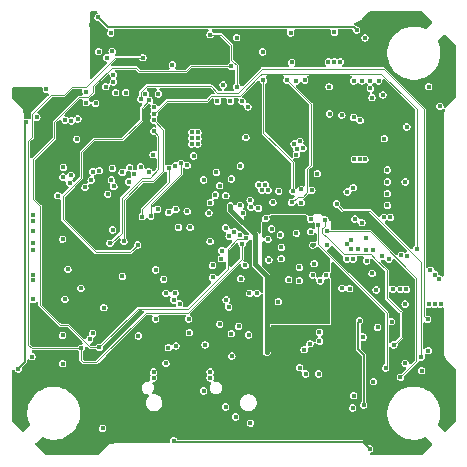
<source format=gbr>
%TF.GenerationSoftware,KiCad,Pcbnew,9.0.0-9.0.0-2~ubuntu24.04.1*%
%TF.CreationDate,2025-03-27T18:59:31+01:00*%
%TF.ProjectId,Kolibri v0.5,4b6f6c69-6272-4692-9076-302e352e6b69,rev?*%
%TF.SameCoordinates,Original*%
%TF.FileFunction,Copper,L3,Inr*%
%TF.FilePolarity,Positive*%
%FSLAX46Y46*%
G04 Gerber Fmt 4.6, Leading zero omitted, Abs format (unit mm)*
G04 Created by KiCad (PCBNEW 9.0.0-9.0.0-2~ubuntu24.04.1) date 2025-03-27 18:59:31*
%MOMM*%
%LPD*%
G01*
G04 APERTURE LIST*
%TA.AperFunction,ComponentPad*%
%ADD10O,1.000000X1.600000*%
%TD*%
%TA.AperFunction,HeatsinkPad*%
%ADD11C,0.500000*%
%TD*%
%TA.AperFunction,ViaPad*%
%ADD12C,0.450000*%
%TD*%
%TA.AperFunction,Conductor*%
%ADD13C,0.150000*%
%TD*%
%TA.AperFunction,Conductor*%
%ADD14C,0.110000*%
%TD*%
%TA.AperFunction,Conductor*%
%ADD15C,0.400000*%
%TD*%
%TA.AperFunction,Conductor*%
%ADD16C,0.200000*%
%TD*%
G04 APERTURE END LIST*
D10*
%TO.N,GND*%
%TO.C,J1*%
X91280000Y-116747500D03*
X99920000Y-116747500D03*
%TD*%
D11*
%TO.N,GND*%
%TO.C,U7*%
X108950000Y-87700000D03*
X108950000Y-88800000D03*
%TD*%
%TO.N,GND*%
%TO.C,U6*%
X113512500Y-88387500D03*
X113512500Y-89487500D03*
%TD*%
D12*
%TO.N,GND*%
X94950000Y-96100000D03*
X106500000Y-99870000D03*
X87400000Y-101600000D03*
X110500000Y-85500000D03*
X86770000Y-103422604D03*
X90100000Y-97950000D03*
X83000000Y-108500000D03*
X98700000Y-91900000D03*
X96150000Y-96950000D03*
X108062500Y-88900000D03*
X103000000Y-116875000D03*
X91702513Y-96702513D03*
X113350000Y-108617500D03*
X91117500Y-102750000D03*
X82405546Y-112166206D03*
X106100000Y-115650000D03*
X113700000Y-82100000D03*
X92400000Y-111750000D03*
X101400000Y-117110000D03*
X117050000Y-92100000D03*
X90850000Y-86500000D03*
X116850000Y-97300000D03*
X92400000Y-112250000D03*
X94800000Y-101000000D03*
X84750000Y-95200000D03*
X91200000Y-90100000D03*
X96650000Y-88235000D03*
X117000000Y-108500000D03*
X99200000Y-84200000D03*
X100150000Y-112900000D03*
X89700000Y-114620000D03*
X92400000Y-101350000D03*
X108850000Y-92100000D03*
X105250000Y-84000000D03*
X109500000Y-106200000D03*
X88500000Y-89967500D03*
X106075000Y-110625000D03*
X85700000Y-107350000D03*
X113900000Y-102900000D03*
X105732500Y-94950000D03*
X101500000Y-85500000D03*
X83700000Y-95250000D03*
X105300000Y-100000000D03*
X109950000Y-108800000D03*
X85080000Y-95800000D03*
X101200000Y-95550000D03*
X112165000Y-115985000D03*
X88600000Y-98600000D03*
X91350000Y-83125000D03*
X88600000Y-98200000D03*
X100150000Y-112150000D03*
X104000000Y-102150000D03*
X117000000Y-108000000D03*
X84200000Y-91400000D03*
X108150000Y-93300000D03*
X88002500Y-96700000D03*
X89500000Y-104450000D03*
X89850000Y-92900000D03*
X85484998Y-89150000D03*
X101750000Y-84000000D03*
X94330000Y-107250000D03*
X96300000Y-95750000D03*
X104050000Y-114450000D03*
X98800000Y-111750000D03*
X90100000Y-98950000D03*
X104639412Y-103939412D03*
X118266206Y-111494454D03*
X88500000Y-113500000D03*
X110550000Y-105850000D03*
X85999998Y-97020000D03*
X86550000Y-97500000D03*
X101000000Y-112150000D03*
X84350000Y-108600000D03*
X101000000Y-85500000D03*
X95600000Y-101050000D03*
X91837500Y-105350000D03*
X90150000Y-112150000D03*
X84150000Y-103450000D03*
X97068939Y-94297663D03*
X117594454Y-87833794D03*
X88850000Y-102200000D03*
X88850000Y-92850000D03*
X91250000Y-83750000D03*
X91000000Y-112150000D03*
X102250000Y-106150000D03*
X87900000Y-82400000D03*
X92400000Y-102050000D03*
X112500000Y-100300000D03*
X88650000Y-82600000D03*
X111500000Y-85500000D03*
X92197487Y-97197487D03*
X105550000Y-102900000D03*
X113400000Y-110850000D03*
X96900000Y-102300000D03*
X86700000Y-98450000D03*
X85900000Y-92950000D03*
X87100000Y-96800000D03*
X106700000Y-108700000D03*
X117000000Y-109000000D03*
X98800000Y-112250000D03*
X107967500Y-96382379D03*
X104017500Y-101200000D03*
X108250000Y-92100000D03*
X99837500Y-109450000D03*
X92187500Y-110100000D03*
X83500000Y-108500000D03*
X93850000Y-99200000D03*
X83970000Y-104770000D03*
X114800000Y-94100000D03*
X95700000Y-88150000D03*
X89050000Y-108487500D03*
X101000000Y-112900000D03*
X88050000Y-110158648D03*
X89450000Y-89967500D03*
X98600000Y-84200000D03*
X85750000Y-91350000D03*
X108450000Y-109300000D03*
X103352450Y-95830640D03*
X100215000Y-107060000D03*
X106669064Y-103552000D03*
X88868144Y-100386702D03*
X83700000Y-96400000D03*
X102250000Y-106800000D03*
X89850000Y-91050000D03*
X84350000Y-98000000D03*
X84650000Y-96400000D03*
X104350000Y-88350000D03*
X96600000Y-83000000D03*
X99200000Y-90800000D03*
X108650000Y-92800000D03*
X91000000Y-112900000D03*
X97300000Y-99500000D03*
X90150000Y-112900000D03*
X106800000Y-102584000D03*
X109900000Y-116650000D03*
X90100000Y-98450000D03*
X98182500Y-99550000D03*
X83025000Y-107100000D03*
X88650000Y-85600000D03*
X110150000Y-112800000D03*
X108150000Y-92650000D03*
X110000000Y-91600000D03*
X96550000Y-100700000D03*
X95600000Y-83000000D03*
X115000000Y-99000000D03*
X83700000Y-90700000D03*
X90900000Y-93000000D03*
X95650000Y-87050000D03*
X114750000Y-104000000D03*
X108600000Y-116875000D03*
X88505546Y-118266206D03*
X111000000Y-85500000D03*
X90400000Y-89967500D03*
X105650000Y-117100000D03*
X96150000Y-83125000D03*
X87400000Y-102700000D03*
X99750000Y-90450000D03*
X82300000Y-88600000D03*
X100550000Y-90650000D03*
X86800000Y-98950000D03*
X88600000Y-102800000D03*
X86250000Y-88400000D03*
X103933743Y-100150615D03*
X106681876Y-101013589D03*
X88000000Y-103250000D03*
X100500000Y-85500000D03*
X99851004Y-101750000D03*
X99200000Y-91900000D03*
X108500000Y-108450000D03*
X83000000Y-109000000D03*
X87800000Y-106332500D03*
X83080000Y-92900000D03*
%TO.N,+1V1*%
X102925611Y-101145566D03*
X107950000Y-102400000D03*
X104700000Y-106500000D03*
X104700000Y-107000000D03*
X105300000Y-98832500D03*
%TO.N,+3V3*%
X114500000Y-95650000D03*
X83000000Y-99000000D03*
X97562500Y-109450000D03*
X101250000Y-108610000D03*
X91910000Y-108700000D03*
X106500000Y-98832500D03*
X112750000Y-92000000D03*
X103780000Y-105800000D03*
X102965359Y-102261869D03*
X96180000Y-107250000D03*
X113350000Y-107482500D03*
X98950000Y-102150000D03*
X101975000Y-105075002D03*
X105550000Y-104017500D03*
X93370000Y-107250000D03*
X107917500Y-101000000D03*
X107801522Y-103552000D03*
X105580360Y-111381512D03*
X110140000Y-113750000D03*
X107250000Y-108400000D03*
X102882500Y-100520000D03*
X107250000Y-109150000D03*
X112625000Y-88287500D03*
X112550000Y-101950000D03*
X102714710Y-98756025D03*
X83000000Y-98500000D03*
X105950000Y-109870000D03*
X88050000Y-108487500D03*
X111700000Y-88520000D03*
X87800000Y-109000000D03*
%TO.N,Net-(U1-XIN)*%
X107065002Y-94950000D03*
%TO.N,Net-(C15-Pad2)*%
X106600000Y-96382379D03*
X105700000Y-96302500D03*
%TO.N,+4V5*%
X99350000Y-105650000D03*
X87925000Y-95500000D03*
X103800000Y-96450000D03*
%TO.N,+5V*%
X108500000Y-85500000D03*
X117450000Y-89250000D03*
X98800000Y-95975000D03*
X109000000Y-85500000D03*
X88550000Y-84620000D03*
X110150000Y-87100000D03*
X85500000Y-100500000D03*
X108000000Y-85500000D03*
X110850000Y-87100000D03*
X89700000Y-84600000D03*
X111550000Y-87750000D03*
X102100000Y-95900000D03*
X100235000Y-83450000D03*
X82900000Y-110450000D03*
X112250000Y-87100000D03*
X102650000Y-95900000D03*
X115900000Y-111650000D03*
X83020000Y-99800000D03*
X94800000Y-85750000D03*
X102350000Y-96350000D03*
X88894454Y-116533794D03*
X111550000Y-87100000D03*
X100528824Y-97654690D03*
X84134442Y-87830577D03*
X111105546Y-83466206D03*
X102900000Y-96350000D03*
X89566206Y-83075000D03*
X110050000Y-114800000D03*
%TO.N,+3V3_ELRS*%
X89750000Y-99717500D03*
X98000000Y-100700000D03*
X96045286Y-94257055D03*
X86700000Y-92050000D03*
X93161009Y-93350726D03*
X89705642Y-94508060D03*
X93250000Y-89350000D03*
X90565002Y-103665002D03*
X96300000Y-99500000D03*
X108062500Y-87600000D03*
X89995000Y-88110602D03*
X91572315Y-94988691D03*
X97440002Y-95484998D03*
X87518321Y-88950000D03*
%TO.N,Net-(U3-CAP1)*%
X88309998Y-89020000D03*
%TO.N,VDD3P3*%
X86799538Y-90330408D03*
%TO.N,/ELRS/WIFI_ANTENNA*%
X83316798Y-90168183D03*
%TO.N,Net-(U3-XTAL_N)*%
X89150000Y-87600000D03*
%TO.N,Net-(C39-Pad2)*%
X87471446Y-88028554D03*
%TO.N,Net-(IC1-DCC_FB)*%
X98515000Y-94850000D03*
X95084999Y-97986677D03*
%TO.N,Net-(IC1-VR_PA)*%
X94474998Y-98241000D03*
%TO.N,Net-(IC3-DCC_FB)*%
X95037501Y-105075002D03*
X99600000Y-100250000D03*
X99317500Y-99550000D03*
%TO.N,Net-(IC3-VR_PA)*%
X93384998Y-103100000D03*
%TO.N,Net-(IC5-BOOT)*%
X109150000Y-90000000D03*
%TO.N,Net-(IC5-SW_1)*%
X108100000Y-89900000D03*
%TO.N,+5V_BUCK*%
X99322501Y-96832626D03*
X105300000Y-93350000D03*
X105600000Y-92200000D03*
X105850000Y-92800000D03*
X105100000Y-92450000D03*
X99787500Y-95400000D03*
X105337500Y-92850000D03*
%TO.N,VCC*%
X85700000Y-105600000D03*
X110200000Y-93750000D03*
X111800000Y-101447500D03*
X116650000Y-103150000D03*
X110650000Y-93750000D03*
X117350000Y-103850000D03*
X114650000Y-101950000D03*
X111150000Y-100390000D03*
X113250000Y-98650000D03*
X117000000Y-103500000D03*
X114189412Y-101860588D03*
X112700000Y-98650000D03*
X111100000Y-93750000D03*
X101017500Y-91900000D03*
%TO.N,Net-(IC6-BOOT)*%
X99700000Y-88850000D03*
%TO.N,Net-(IC6-SW_1)*%
X98600000Y-88850000D03*
%TO.N,+10V*%
X96450000Y-92450000D03*
X89800000Y-87200000D03*
X96450000Y-91950000D03*
X96950000Y-91950000D03*
X96950000Y-91450000D03*
X85950000Y-103050000D03*
X114600000Y-104750000D03*
X96950000Y-92450000D03*
X114100000Y-104750000D03*
X116500000Y-106000000D03*
X96450000Y-91450000D03*
X93600000Y-88200000D03*
X89800000Y-86600000D03*
X117500000Y-106000000D03*
X117000000Y-106000000D03*
%TO.N,/ADC/VBat_HI*%
X99837500Y-110399998D03*
X111150000Y-101400000D03*
X112050000Y-104800000D03*
%TO.N,/Video.In*%
X114500000Y-111000000D03*
%TO.N,Net-(U5-VIN)*%
X106450000Y-109350000D03*
%TO.N,Net-(U5-CLKIN)*%
X112173750Y-107973750D03*
%TO.N,Net-(U5-XFB)*%
X110965002Y-108800000D03*
%TO.N,Net-(D1-DOUT)*%
X116450000Y-109950000D03*
X100401509Y-107887149D03*
%TO.N,Net-(D3-DOUT)*%
X111494454Y-118266206D03*
X94900000Y-117575000D03*
%TO.N,Net-(D5-DOUT)*%
X82425000Y-90613746D03*
X81733793Y-111494456D03*
%TO.N,Net-(D7-DOUT)*%
X88505546Y-81733794D03*
X110400000Y-82800000D03*
%TO.N,/Connectors/LED*%
X108500000Y-83000000D03*
X116500000Y-87600000D03*
%TO.N,/ELRS/LED_RGB*%
X90550000Y-94850000D03*
%TO.N,/Spk.+*%
X87050000Y-104650000D03*
X83025000Y-103525000D03*
X83020000Y-103925000D03*
%TO.N,/Spk.-*%
X89000000Y-106300000D03*
X83020000Y-100810000D03*
X83020000Y-101450000D03*
%TO.N,Net-(D18-A)*%
X92800000Y-94800000D03*
%TO.N,/ELRS/RADIO_RST*%
X93550000Y-97975000D03*
X88063303Y-94785001D03*
%TO.N,/ELRS/RADIO_BUSY*%
X87400000Y-96100000D03*
X98010000Y-97415002D03*
%TO.N,/ELRS/RADIO_DIO1*%
X98439254Y-96771449D03*
X86250000Y-90500000D03*
%TO.N,/ELRS/RADIO_MISO*%
X85522492Y-95264361D03*
X95516382Y-94099448D03*
X92950000Y-98550000D03*
%TO.N,/ELRS/RADIO_MOSI*%
X95015002Y-94300000D03*
X86217049Y-95090597D03*
X95300000Y-99500000D03*
%TO.N,Net-(IC1-DCC_SW)*%
X96587500Y-93450000D03*
%TO.N,Net-(IC1-XTA)*%
X96050000Y-98150000D03*
%TO.N,Net-(IC1-XTB)*%
X97880723Y-98291201D03*
%TO.N,/ELRS/RADIO_SCK*%
X92250000Y-98600000D03*
X86088113Y-95727684D03*
X94500000Y-94500000D03*
%TO.N,/ELRS/RADIO_NSS*%
X88598419Y-94712517D03*
X91100000Y-95650000D03*
%TO.N,/ELRS/POWER_RXEN*%
X89835021Y-96038491D03*
%TO.N,/ELRS/POWER_TXEN*%
X89625000Y-95494912D03*
X89315002Y-96700000D03*
%TO.N,/ELRS/RADIO_NSS_2*%
X91850000Y-100999998D03*
X92850000Y-88750000D03*
%TO.N,/ELRS/RADIO_BUSY_2*%
X85713365Y-90439786D03*
X98200000Y-102734998D03*
%TO.N,/ELRS/RADIO_DIO1_2*%
X85559468Y-94420705D03*
X98991811Y-101475764D03*
%TO.N,/ELRS/RADIO_RST_2*%
X89250000Y-85150000D03*
X94900000Y-105650000D03*
%TO.N,/ELRS/POWER_RXEN_2*%
X89497500Y-100850000D03*
X93223534Y-91360294D03*
%TO.N,/ELRS/POWER_TXEN_2*%
X90700000Y-100700000D03*
X93215000Y-90441742D03*
%TO.N,Net-(IC5-FB)*%
X110142855Y-90194390D03*
%TO.N,Net-(IC5-RT{slash}SYNC)*%
X110700000Y-90450000D03*
%TO.N,Net-(IC6-FB)*%
X100700000Y-88850000D03*
%TO.N,Net-(IC6-RT{slash}SYNC)*%
X101200000Y-89300000D03*
%TO.N,Net-(J1-CC2)*%
X97450000Y-113350000D03*
X101400000Y-116090000D03*
%TO.N,+5V_USB*%
X98000000Y-112250000D03*
X99700000Y-97700000D03*
X93200000Y-111750000D03*
X98000000Y-111750000D03*
X93200000Y-112250000D03*
X102800000Y-110100000D03*
%TO.N,/USB.D+*%
X99300000Y-114700000D03*
X100150000Y-115550000D03*
%TO.N,/Motor.3*%
X100738175Y-98309565D03*
X113000000Y-95650000D03*
%TO.N,/Motor.1*%
X113000000Y-97650000D03*
X100500000Y-100150000D03*
%TO.N,/Motor.4*%
X101450025Y-97809565D03*
X113000000Y-94650000D03*
%TO.N,/Motor.2*%
X100027339Y-99866150D03*
X113000000Y-96650000D03*
%TO.N,/Connectors/Curr_ESC*%
X113100000Y-102200000D03*
X99800000Y-108500000D03*
X114650000Y-91000000D03*
%TO.N,/U1.TX*%
X104900000Y-85550000D03*
X110850000Y-99100000D03*
X106000000Y-87050000D03*
%TO.N,/U1.RX*%
X105300000Y-87100000D03*
X110250000Y-98800000D03*
X104800000Y-83050000D03*
%TO.N,/I2C0.SDA*%
X88617967Y-109678648D03*
X99775000Y-85875000D03*
X101003606Y-100438526D03*
%TO.N,/I2C0.SCL*%
X92300000Y-85150000D03*
X102450000Y-84650000D03*
X100700000Y-100909267D03*
X87050000Y-109750000D03*
%TO.N,/U2.TX*%
X100250000Y-87600000D03*
X110100000Y-96150000D03*
X98000000Y-83200000D03*
%TO.N,/U2.RX*%
X99100000Y-87450000D03*
X109600000Y-96500000D03*
%TO.N,/SWDIO*%
X105000000Y-96450000D03*
X102500000Y-87050000D03*
%TO.N,/SWCLK*%
X104500000Y-87050000D03*
X104900000Y-97400000D03*
%TO.N,/SD_DAT.0*%
X100600000Y-103850000D03*
X107301992Y-104035000D03*
X110100000Y-102200000D03*
%TO.N,/SD_DAT.3*%
X94250000Y-105075002D03*
X109950000Y-101350000D03*
X99551613Y-106271084D03*
%TO.N,/RP2350/SD_SCLK*%
X98200000Y-103750000D03*
X109950000Y-100550000D03*
%TO.N,/RP2350/SD_CMD*%
X95400000Y-105980000D03*
X109550000Y-100950000D03*
%TO.N,/SD_DAT.2*%
X110515000Y-101376000D03*
X98800000Y-107700000D03*
X94050000Y-103900000D03*
%TO.N,/PWM.1*%
X85090266Y-96832133D03*
%TO.N,/PWM.2*%
X83020000Y-105600000D03*
X92116103Y-94382695D03*
%TO.N,/PWM.3*%
X116400000Y-107300000D03*
X92100000Y-88650000D03*
%TO.N,/PWM.4*%
X115500000Y-101300000D03*
X93253338Y-89903102D03*
%TO.N,/U0.TX*%
X92500000Y-88200000D03*
X85500000Y-108650000D03*
X109150000Y-104675000D03*
%TO.N,/U0.RX*%
X109800000Y-104700000D03*
X90845000Y-88100000D03*
X85500000Y-111050000D03*
%TO.N,/Video.Out*%
X113450000Y-104750000D03*
X114500000Y-106000000D03*
%TO.N,Net-(U1-XOUT)*%
X105701178Y-97415001D03*
%TO.N,Net-(U4-PR1)*%
X100550000Y-94300000D03*
%TO.N,Net-(U5-HSYNC)*%
X106074064Y-111915995D03*
%TO.N,Net-(U5-VSYNC)*%
X107181855Y-111910000D03*
%TO.N,Net-(U5-LOS)*%
X111825000Y-112575000D03*
%TO.N,Net-(U1-QSPI_SS)*%
X110640002Y-107400000D03*
X111000000Y-114550000D03*
%TO.N,/ELRS/ELRS_BUTTON*%
X91185094Y-94454135D03*
%TO.N,/SD_DAT.1*%
X109550000Y-102200000D03*
%TO.N,/ADC.VBat*%
X111711504Y-103401728D03*
X101325098Y-105086471D03*
%TO.N,/Gyro/Int*%
X96225000Y-108425000D03*
X103208671Y-99638402D03*
%TO.N,/RP2350/Gyro_SS*%
X94250000Y-111000000D03*
X103312955Y-97382379D03*
%TO.N,/ADC.Curr*%
X100949159Y-102722257D03*
X111246066Y-102350000D03*
%TO.N,/SPI1.SCLK*%
X112850000Y-111415002D03*
X107158731Y-99334954D03*
%TO.N,/SPI1.MISO*%
X114100000Y-112200000D03*
X107877570Y-99851594D03*
%TO.N,/SPI1.MOSI*%
X115850000Y-110500000D03*
X108700000Y-97525002D03*
%TO.N,/RP2350/OSD_SS*%
X113550000Y-109450000D03*
X107700000Y-98850000D03*
%TO.N,/SPI0.SCLK*%
X101380319Y-97198143D03*
X94464353Y-109690450D03*
%TO.N,/SPI0.SDX*%
X102085000Y-97900000D03*
X95099000Y-109550000D03*
%TD*%
D13*
%TO.N,Net-(D3-DOUT)*%
X95038500Y-117713500D02*
X110941748Y-117713500D01*
X110941748Y-117713500D02*
X111494454Y-118266206D01*
X94900000Y-117575000D02*
X95038500Y-117713500D01*
%TO.N,Net-(D5-DOUT)*%
X81733793Y-111494456D02*
X82350000Y-110878249D01*
X82350000Y-110878249D02*
X82350000Y-90688746D01*
X82350000Y-90688746D02*
X82425000Y-90613746D01*
%TO.N,Net-(D7-DOUT)*%
X110150000Y-82550000D02*
X89321752Y-82550000D01*
X89321752Y-82550000D02*
X88505546Y-81733794D01*
X110400000Y-82800000D02*
X110150000Y-82550000D01*
D14*
%TO.N,/ELRS/RADIO_MISO*%
X92950000Y-97532842D02*
X92950000Y-98550000D01*
X95516382Y-94099448D02*
X95516382Y-94966460D01*
X95516382Y-94966460D02*
X92950000Y-97532842D01*
%TO.N,/ELRS/RADIO_SCK*%
X92250000Y-97950000D02*
X92250000Y-98600000D01*
X94500000Y-94500000D02*
X94500000Y-95700000D01*
X94500000Y-95700000D02*
X92250000Y-97950000D01*
%TO.N,/ELRS/RADIO_NSS_2*%
X91249998Y-101600000D02*
X88300000Y-101600000D01*
X85519998Y-96880002D02*
X87100000Y-95300000D01*
X92200000Y-90400000D02*
X92200000Y-89400000D01*
X90550000Y-92050000D02*
X92200000Y-90400000D01*
X87100000Y-93100000D02*
X88150000Y-92050000D01*
X87100000Y-95300000D02*
X87100000Y-93100000D01*
X88300000Y-101600000D02*
X85519998Y-98819998D01*
X85519998Y-98819998D02*
X85519998Y-96880002D01*
X88150000Y-92050000D02*
X90550000Y-92050000D01*
X91850000Y-100999998D02*
X91249998Y-101600000D01*
X92200000Y-89400000D02*
X92850000Y-88750000D01*
%TO.N,/ELRS/POWER_RXEN_2*%
X92885324Y-95300000D02*
X93600000Y-94585324D01*
X89497500Y-100850000D02*
X89600000Y-100850000D01*
X93600000Y-94585324D02*
X93600000Y-91736760D01*
X93600000Y-91736760D02*
X93223534Y-91360294D01*
X90500000Y-99950000D02*
X90500000Y-97050000D01*
X92250000Y-95300000D02*
X92885324Y-95300000D01*
X90500000Y-97050000D02*
X92250000Y-95300000D01*
X89600000Y-100850000D02*
X90500000Y-99950000D01*
%TO.N,/ELRS/POWER_TXEN_2*%
X90700000Y-97150000D02*
X92250000Y-95600000D01*
X93150000Y-95600000D02*
X94000000Y-94750000D01*
X93215000Y-90441742D02*
X94000000Y-91226742D01*
X94000000Y-91226742D02*
X94000000Y-94750000D01*
X92250000Y-95600000D02*
X93150000Y-95600000D01*
X90700000Y-100700000D02*
X90700000Y-97150000D01*
D15*
%TO.N,+5V_USB*%
X101800000Y-102600000D02*
X101800000Y-100101125D01*
X102800000Y-103600000D02*
X101800000Y-102600000D01*
X101800000Y-100101125D02*
X99700000Y-98001125D01*
X99700000Y-98001125D02*
X99700000Y-97700000D01*
X102800000Y-110100000D02*
X102800000Y-103600000D01*
D14*
%TO.N,/I2C0.SDA*%
X95950000Y-86300000D02*
X92000000Y-86300000D01*
X88100000Y-88050000D02*
X87650000Y-88500000D01*
X84800000Y-90600000D02*
X84800000Y-91950000D01*
X83600000Y-106100000D02*
X85300000Y-107800000D01*
X91700000Y-86000000D02*
X89650000Y-86000000D01*
X87650000Y-88500000D02*
X86900000Y-88500000D01*
X83000000Y-93750000D02*
X83000000Y-97100000D01*
X99775000Y-85875000D02*
X96375000Y-85875000D01*
X85300000Y-107800000D02*
X85950000Y-107800000D01*
X85950000Y-107800000D02*
X87828648Y-109678648D01*
X89650000Y-86000000D02*
X88100000Y-87550000D01*
X84800000Y-91950000D02*
X83000000Y-93750000D01*
X86900000Y-88500000D02*
X84800000Y-90600000D01*
X100279000Y-100521000D02*
X99474046Y-101325954D01*
X101003606Y-100438526D02*
X100921132Y-100521000D01*
X96100000Y-106400000D02*
X91896614Y-106400000D01*
X99474046Y-103025954D02*
X96100000Y-106400000D01*
X88100000Y-87550000D02*
X88100000Y-88050000D01*
X83600000Y-97700000D02*
X83600000Y-106100000D01*
X100921132Y-100521000D02*
X100279000Y-100521000D01*
X91896614Y-106400000D02*
X88617967Y-109678648D01*
X96375000Y-85875000D02*
X95950000Y-86300000D01*
X92000000Y-86300000D02*
X91700000Y-86000000D01*
X87828648Y-109678648D02*
X88617967Y-109678648D01*
X83000000Y-97100000D02*
X83600000Y-97700000D01*
X99474046Y-101325954D02*
X99474046Y-103025954D01*
%TO.N,/I2C0.SCL*%
X92300000Y-85150000D02*
X89950000Y-85150000D01*
X85650000Y-88300000D02*
X84550000Y-88300000D01*
X82945798Y-91854202D02*
X82600000Y-92200000D01*
X87450000Y-87650000D02*
X86300000Y-87650000D01*
X87050000Y-110750000D02*
X87050000Y-109750000D01*
X100700000Y-102150000D02*
X96100000Y-106750000D01*
X84550000Y-88300000D02*
X82945798Y-89904202D01*
X82900000Y-109750000D02*
X87050000Y-109750000D01*
X82600000Y-92200000D02*
X82600000Y-109450000D01*
X100700000Y-100909267D02*
X100700000Y-102150000D01*
X82945798Y-89904202D02*
X82945798Y-91854202D01*
X92550000Y-106750000D02*
X88350000Y-110950000D01*
X89950000Y-85150000D02*
X87450000Y-87650000D01*
X82600000Y-109450000D02*
X82900000Y-109750000D01*
X87250000Y-110950000D02*
X87050000Y-110750000D01*
X86300000Y-87650000D02*
X85650000Y-88300000D01*
X88350000Y-110950000D02*
X87250000Y-110950000D01*
X96100000Y-106750000D02*
X92550000Y-106750000D01*
%TO.N,/U2.TX*%
X99800000Y-85350000D02*
X99800000Y-84050000D01*
X100250000Y-87600000D02*
X100250000Y-85800000D01*
X99950000Y-85500000D02*
X99800000Y-85350000D01*
X98950000Y-83200000D02*
X98000000Y-83200000D01*
X99800000Y-84050000D02*
X98950000Y-83200000D01*
X100250000Y-85800000D02*
X99950000Y-85500000D01*
%TO.N,/SWDIO*%
X105000000Y-94000000D02*
X104000000Y-93000000D01*
X104000000Y-93000000D02*
X102500000Y-91500000D01*
X105000000Y-96450000D02*
X105000000Y-94000000D01*
X102500000Y-91500000D02*
X102500000Y-87050000D01*
%TO.N,/SWCLK*%
X106200000Y-96550000D02*
X106200000Y-94600000D01*
X106200000Y-94600000D02*
X106550000Y-94250000D01*
X104900000Y-97400000D02*
X105400000Y-96900000D01*
X106550000Y-92600000D02*
X106550000Y-89100000D01*
X106550000Y-89100000D02*
X104500000Y-87050000D01*
X105400000Y-96900000D02*
X105850000Y-96900000D01*
X106550000Y-94250000D02*
X106550000Y-92600000D01*
X105850000Y-96900000D02*
X106200000Y-96550000D01*
%TO.N,/PWM.3*%
X116100000Y-107000000D02*
X116400000Y-107300000D01*
X102350000Y-86100000D02*
X112700000Y-86100000D01*
X92625326Y-87550000D02*
X98050000Y-87550000D01*
X98600000Y-88100000D02*
X100350000Y-88100000D01*
X116100000Y-89500000D02*
X116100000Y-107000000D01*
X92100000Y-88075326D02*
X92625326Y-87550000D01*
X112700000Y-86100000D02*
X116100000Y-89500000D01*
X92100000Y-88650000D02*
X92100000Y-88075326D01*
X98050000Y-87550000D02*
X98600000Y-88100000D01*
X100350000Y-88100000D02*
X102350000Y-86100000D01*
%TO.N,/PWM.4*%
X98000000Y-88500000D02*
X98100000Y-88400000D01*
X98100000Y-88400000D02*
X100300000Y-88400000D01*
X97150000Y-88800000D02*
X97700000Y-88800000D01*
X111750000Y-86500000D02*
X112500000Y-86500000D01*
X114850000Y-88850000D02*
X115500000Y-89500000D01*
X100300000Y-88400000D02*
X100500000Y-88400000D01*
X94356440Y-88800000D02*
X97150000Y-88800000D01*
X97700000Y-88800000D02*
X98000000Y-88500000D01*
X102400000Y-86500000D02*
X111750000Y-86500000D01*
X115500000Y-89500000D02*
X115500000Y-101300000D01*
X102250000Y-86650000D02*
X102400000Y-86500000D01*
X100500000Y-88400000D02*
X102250000Y-86650000D01*
X93253338Y-89903102D02*
X94356440Y-88800000D01*
X112500000Y-86500000D02*
X114850000Y-88850000D01*
D16*
%TO.N,Net-(U1-QSPI_SS)*%
X110549002Y-109849002D02*
X110549002Y-107491000D01*
X110549002Y-107491000D02*
X110640002Y-107400000D01*
X111000000Y-114550000D02*
X111000000Y-110300000D01*
X111000000Y-110300000D02*
X110549002Y-109849002D01*
D14*
%TO.N,/SPI1.SCLK*%
X112950000Y-110500000D02*
X112950000Y-111315002D01*
X107158731Y-100958731D02*
X107650000Y-101450000D01*
X112950000Y-106750000D02*
X112950000Y-110500000D01*
X107650000Y-101450000D02*
X112950000Y-106750000D01*
X107158731Y-99334954D02*
X107158731Y-100958731D01*
X112950000Y-111315002D02*
X112850000Y-111415002D01*
%TO.N,/SPI1.MISO*%
X107877570Y-99851594D02*
X111501594Y-99851594D01*
X115450000Y-103800000D02*
X115450000Y-106000000D01*
X111501594Y-99851594D02*
X112250000Y-100600000D01*
X115450000Y-106000000D02*
X115450000Y-110850000D01*
X112250000Y-100600000D02*
X115450000Y-103800000D01*
X115450000Y-110850000D02*
X114100000Y-112200000D01*
%TO.N,/SPI1.MOSI*%
X109274998Y-98100000D02*
X111550000Y-98100000D01*
X115850000Y-102400000D02*
X115850000Y-110500000D01*
X108700000Y-97525002D02*
X109274998Y-98100000D01*
X111550000Y-98100000D02*
X115850000Y-102400000D01*
%TO.N,/RP2350/OSD_SS*%
X111594000Y-101794000D02*
X111950000Y-102150000D01*
X107950000Y-100450000D02*
X109294000Y-101794000D01*
X114200000Y-106700000D02*
X114200000Y-108650000D01*
X114200000Y-108650000D02*
X114200000Y-108800000D01*
X112950000Y-103150000D02*
X112950000Y-104650000D01*
X107550000Y-99550000D02*
X107500000Y-99600000D01*
X112950000Y-104650000D02*
X112950000Y-105450000D01*
X107500000Y-99600000D02*
X107500000Y-100000000D01*
X109294000Y-101794000D02*
X111256000Y-101794000D01*
X111950000Y-102150000D02*
X112950000Y-103150000D01*
X107500000Y-100000000D02*
X107950000Y-100450000D01*
X107700000Y-98850000D02*
X107700000Y-99400000D01*
X114000000Y-106500000D02*
X114200000Y-106700000D01*
X107700000Y-99400000D02*
X107550000Y-99550000D01*
X112950000Y-105450000D02*
X114000000Y-106500000D01*
X111256000Y-101794000D02*
X111594000Y-101794000D01*
X114200000Y-108800000D02*
X113550000Y-109450000D01*
%TD*%
%TA.AperFunction,Conductor*%
%TO.N,GND*%
G36*
X101462153Y-100558595D02*
G01*
X101502681Y-100615510D01*
X101509500Y-100656065D01*
X101509500Y-102638244D01*
X101529297Y-102712130D01*
X101536124Y-102723954D01*
X101567542Y-102778371D01*
X101567544Y-102778373D01*
X102473181Y-103684010D01*
X102506666Y-103745333D01*
X102509500Y-103771691D01*
X102509500Y-104910455D01*
X102489815Y-104977494D01*
X102437011Y-105023249D01*
X102367853Y-105033193D01*
X102304297Y-105004168D01*
X102270937Y-104957904D01*
X102269000Y-104953228D01*
X102268999Y-104953224D01*
X102268996Y-104953218D01*
X102268995Y-104953216D01*
X102236170Y-104896364D01*
X102227462Y-104881281D01*
X102168721Y-104822540D01*
X102165496Y-104820678D01*
X102096783Y-104781005D01*
X102096782Y-104781004D01*
X102090201Y-104779240D01*
X102016536Y-104759502D01*
X101933464Y-104759502D01*
X101877058Y-104774615D01*
X101853217Y-104781004D01*
X101853216Y-104781005D01*
X101781285Y-104822536D01*
X101781275Y-104822543D01*
X101731994Y-104871824D01*
X101670671Y-104905308D01*
X101600979Y-104900323D01*
X101556633Y-104871823D01*
X101518821Y-104834011D01*
X101518819Y-104834009D01*
X101498958Y-104822542D01*
X101446881Y-104792474D01*
X101446880Y-104792473D01*
X101440299Y-104790709D01*
X101366634Y-104770971D01*
X101283562Y-104770971D01*
X101227156Y-104786084D01*
X101203315Y-104792473D01*
X101203314Y-104792474D01*
X101131383Y-104834005D01*
X101131374Y-104834011D01*
X101072638Y-104892747D01*
X101072632Y-104892756D01*
X101031101Y-104964687D01*
X101031100Y-104964688D01*
X101029945Y-104968999D01*
X101009598Y-105044935D01*
X101009598Y-105128007D01*
X101024611Y-105184036D01*
X101031100Y-105208253D01*
X101031101Y-105208254D01*
X101058763Y-105256164D01*
X101072636Y-105280192D01*
X101131377Y-105338933D01*
X101160927Y-105355994D01*
X101203314Y-105380467D01*
X101203315Y-105380468D01*
X101203317Y-105380468D01*
X101203320Y-105380470D01*
X101283562Y-105401971D01*
X101283565Y-105401971D01*
X101366631Y-105401971D01*
X101366634Y-105401971D01*
X101446876Y-105380470D01*
X101446878Y-105380468D01*
X101446880Y-105380468D01*
X101446881Y-105380467D01*
X101518819Y-105338933D01*
X101568103Y-105289648D01*
X101629424Y-105256164D01*
X101699116Y-105261148D01*
X101743464Y-105289649D01*
X101781279Y-105327464D01*
X101801144Y-105338933D01*
X101853216Y-105368998D01*
X101853217Y-105368999D01*
X101853219Y-105368999D01*
X101853222Y-105369001D01*
X101933464Y-105390502D01*
X101933467Y-105390502D01*
X102016533Y-105390502D01*
X102016536Y-105390502D01*
X102096778Y-105369001D01*
X102096780Y-105368999D01*
X102096782Y-105368999D01*
X102096783Y-105368998D01*
X102168721Y-105327464D01*
X102227462Y-105268723D01*
X102268999Y-105196780D01*
X102269000Y-105196773D01*
X102270936Y-105192103D01*
X102314773Y-105137696D01*
X102381066Y-105115627D01*
X102448767Y-105132902D01*
X102496380Y-105184036D01*
X102509500Y-105239548D01*
X102509500Y-109948837D01*
X102505275Y-109980930D01*
X102484500Y-110058464D01*
X102484500Y-110141536D01*
X102501849Y-110206283D01*
X102506002Y-110221782D01*
X102506003Y-110221783D01*
X102545676Y-110290496D01*
X102547538Y-110293721D01*
X102606279Y-110352462D01*
X102642250Y-110373230D01*
X102678216Y-110393996D01*
X102678217Y-110393997D01*
X102678219Y-110393997D01*
X102678222Y-110393999D01*
X102758464Y-110415500D01*
X102758467Y-110415500D01*
X102841533Y-110415500D01*
X102841536Y-110415500D01*
X102921778Y-110393999D01*
X102921780Y-110393997D01*
X102921782Y-110393997D01*
X102921783Y-110393996D01*
X102993721Y-110352462D01*
X103052462Y-110293721D01*
X103093999Y-110221778D01*
X103115500Y-110141536D01*
X103115500Y-110058464D01*
X103100494Y-110002462D01*
X103094725Y-109980930D01*
X103090500Y-109948837D01*
X103090500Y-109828464D01*
X105634500Y-109828464D01*
X105634500Y-109911536D01*
X105643124Y-109943721D01*
X105656002Y-109991782D01*
X105656003Y-109991783D01*
X105683879Y-110040063D01*
X105697538Y-110063721D01*
X105756279Y-110122462D01*
X105789310Y-110141533D01*
X105828216Y-110163996D01*
X105828217Y-110163997D01*
X105828219Y-110163997D01*
X105828222Y-110163999D01*
X105908464Y-110185500D01*
X105908467Y-110185500D01*
X105991533Y-110185500D01*
X105991536Y-110185500D01*
X106071778Y-110163999D01*
X106071780Y-110163997D01*
X106071782Y-110163997D01*
X106071783Y-110163996D01*
X106085627Y-110156003D01*
X106143721Y-110122462D01*
X106202462Y-110063721D01*
X106243999Y-109991778D01*
X106265500Y-109911536D01*
X106265500Y-109828464D01*
X106262985Y-109819078D01*
X106264648Y-109749229D01*
X106303811Y-109691367D01*
X106368040Y-109663863D01*
X106400180Y-109666167D01*
X106400408Y-109664439D01*
X106408462Y-109665499D01*
X106408464Y-109665500D01*
X106408466Y-109665500D01*
X106491533Y-109665500D01*
X106491536Y-109665500D01*
X106571778Y-109643999D01*
X106571780Y-109643997D01*
X106571782Y-109643997D01*
X106571783Y-109643996D01*
X106572256Y-109643723D01*
X106643721Y-109602462D01*
X106702462Y-109543721D01*
X106743999Y-109471778D01*
X106765500Y-109391536D01*
X106765500Y-109391522D01*
X106766031Y-109387494D01*
X106767429Y-109384332D01*
X106767603Y-109383685D01*
X106767704Y-109383712D01*
X106794297Y-109323597D01*
X106852620Y-109285125D01*
X106922485Y-109284292D01*
X106981709Y-109321363D01*
X106996356Y-109341674D01*
X106997538Y-109343721D01*
X107056279Y-109402462D01*
X107092250Y-109423230D01*
X107128216Y-109443996D01*
X107128217Y-109443997D01*
X107128219Y-109443997D01*
X107128222Y-109443999D01*
X107208464Y-109465500D01*
X107208467Y-109465500D01*
X107291533Y-109465500D01*
X107291536Y-109465500D01*
X107371778Y-109443999D01*
X107371780Y-109443997D01*
X107371782Y-109443997D01*
X107371783Y-109443996D01*
X107443721Y-109402462D01*
X107502462Y-109343721D01*
X107543999Y-109271778D01*
X107565500Y-109191536D01*
X107565500Y-109108464D01*
X107543999Y-109028222D01*
X107543997Y-109028219D01*
X107543997Y-109028217D01*
X107543996Y-109028216D01*
X107508760Y-108967188D01*
X107502462Y-108956279D01*
X107443721Y-108897538D01*
X107443718Y-108897536D01*
X107443717Y-108897535D01*
X107417536Y-108882420D01*
X107417478Y-108882386D01*
X107369263Y-108831820D01*
X107356041Y-108763212D01*
X107382009Y-108698348D01*
X107417479Y-108667613D01*
X107433325Y-108658464D01*
X107443721Y-108652462D01*
X107502462Y-108593721D01*
X107543999Y-108521778D01*
X107565500Y-108441536D01*
X107565500Y-108358464D01*
X107543999Y-108278222D01*
X107543997Y-108278219D01*
X107543997Y-108278217D01*
X107543996Y-108278216D01*
X107513972Y-108226215D01*
X107502462Y-108206279D01*
X107443721Y-108147538D01*
X107440496Y-108145676D01*
X107371783Y-108106003D01*
X107371782Y-108106002D01*
X107365201Y-108104238D01*
X107291536Y-108084500D01*
X107208464Y-108084500D01*
X107152058Y-108099613D01*
X107128217Y-108106002D01*
X107128216Y-108106003D01*
X107056285Y-108147534D01*
X107056276Y-108147540D01*
X106997540Y-108206276D01*
X106997534Y-108206285D01*
X106956003Y-108278216D01*
X106956002Y-108278217D01*
X106949302Y-108303222D01*
X106934500Y-108358464D01*
X106934500Y-108441536D01*
X106951774Y-108506001D01*
X106956002Y-108521782D01*
X106956003Y-108521783D01*
X106988589Y-108578222D01*
X106997538Y-108593721D01*
X107056279Y-108652462D01*
X107074111Y-108662757D01*
X107082522Y-108667614D01*
X107130737Y-108718182D01*
X107143958Y-108786789D01*
X107117989Y-108851653D01*
X107082522Y-108882386D01*
X107056282Y-108897536D01*
X107056276Y-108897540D01*
X106997540Y-108956276D01*
X106997534Y-108956285D01*
X106956003Y-109028216D01*
X106956002Y-109028217D01*
X106934498Y-109108470D01*
X106933966Y-109112516D01*
X106932568Y-109115673D01*
X106932397Y-109116315D01*
X106932296Y-109116288D01*
X106905695Y-109176411D01*
X106847368Y-109214878D01*
X106777503Y-109215704D01*
X106718282Y-109178628D01*
X106703644Y-109158326D01*
X106702462Y-109156279D01*
X106643721Y-109097538D01*
X106637586Y-109093996D01*
X106571783Y-109056003D01*
X106571782Y-109056002D01*
X106565201Y-109054238D01*
X106491536Y-109034500D01*
X106408464Y-109034500D01*
X106352058Y-109049613D01*
X106328217Y-109056002D01*
X106328216Y-109056003D01*
X106256285Y-109097534D01*
X106256276Y-109097540D01*
X106197540Y-109156276D01*
X106197534Y-109156285D01*
X106156003Y-109228216D01*
X106156002Y-109228217D01*
X106154319Y-109234500D01*
X106134500Y-109308464D01*
X106134500Y-109308466D01*
X106134500Y-109391540D01*
X106137015Y-109400925D01*
X106135349Y-109470775D01*
X106096184Y-109528635D01*
X106031955Y-109556137D01*
X105999818Y-109553839D01*
X105999592Y-109555561D01*
X105991537Y-109554500D01*
X105991536Y-109554500D01*
X105908464Y-109554500D01*
X105856384Y-109568455D01*
X105828217Y-109576002D01*
X105828216Y-109576003D01*
X105756285Y-109617534D01*
X105756276Y-109617540D01*
X105697540Y-109676276D01*
X105697534Y-109676285D01*
X105656003Y-109748216D01*
X105656002Y-109748217D01*
X105652559Y-109761067D01*
X105634500Y-109828464D01*
X103090500Y-109828464D01*
X103090500Y-107909500D01*
X103110185Y-107842461D01*
X103162989Y-107796706D01*
X103214500Y-107785500D01*
X108025992Y-107785500D01*
X108026000Y-107785500D01*
X108046301Y-107783317D01*
X108097812Y-107772111D01*
X108140050Y-107750968D01*
X108192854Y-107705213D01*
X108221946Y-107659945D01*
X108241631Y-107592906D01*
X108245500Y-107566000D01*
X108245500Y-107358464D01*
X110324502Y-107358464D01*
X110324502Y-107441536D01*
X110346003Y-107521778D01*
X110353641Y-107535007D01*
X110357125Y-107558192D01*
X110356190Y-107564997D01*
X110358502Y-107576617D01*
X110358502Y-109886896D01*
X110387504Y-109956912D01*
X110458528Y-110027936D01*
X110458534Y-110027941D01*
X110773181Y-110342588D01*
X110806666Y-110403911D01*
X110809500Y-110430269D01*
X110809500Y-114242955D01*
X110789815Y-114309994D01*
X110773181Y-114330636D01*
X110747540Y-114356276D01*
X110747534Y-114356285D01*
X110706003Y-114428216D01*
X110706002Y-114428217D01*
X110706001Y-114428222D01*
X110684500Y-114508464D01*
X110684500Y-114591536D01*
X110702434Y-114658466D01*
X110706002Y-114671782D01*
X110706003Y-114671783D01*
X110745676Y-114740496D01*
X110747538Y-114743721D01*
X110806279Y-114802462D01*
X110835585Y-114819382D01*
X110878216Y-114843996D01*
X110878217Y-114843997D01*
X110878219Y-114843997D01*
X110878222Y-114843999D01*
X110958464Y-114865500D01*
X110958467Y-114865500D01*
X111041533Y-114865500D01*
X111041536Y-114865500D01*
X111121778Y-114843999D01*
X111121780Y-114843997D01*
X111121782Y-114843997D01*
X111121783Y-114843996D01*
X111126049Y-114841533D01*
X111193721Y-114802462D01*
X111252462Y-114743721D01*
X111293999Y-114671778D01*
X111315500Y-114591536D01*
X111315500Y-114508464D01*
X111293999Y-114428222D01*
X111293997Y-114428219D01*
X111293997Y-114428217D01*
X111293996Y-114428216D01*
X111268756Y-114384500D01*
X111252462Y-114356279D01*
X111226819Y-114330636D01*
X111193334Y-114269313D01*
X111190500Y-114242955D01*
X111190500Y-112533464D01*
X111509500Y-112533464D01*
X111509500Y-112616536D01*
X111523020Y-112666992D01*
X111531002Y-112696782D01*
X111531003Y-112696783D01*
X111565849Y-112757136D01*
X111572538Y-112768721D01*
X111631279Y-112827462D01*
X111667250Y-112848230D01*
X111703216Y-112868996D01*
X111703217Y-112868997D01*
X111703219Y-112868997D01*
X111703222Y-112868999D01*
X111783464Y-112890500D01*
X111783467Y-112890500D01*
X111866533Y-112890500D01*
X111866536Y-112890500D01*
X111946778Y-112868999D01*
X111946780Y-112868997D01*
X111946782Y-112868997D01*
X111946783Y-112868996D01*
X112018721Y-112827462D01*
X112077462Y-112768721D01*
X112118999Y-112696778D01*
X112140500Y-112616536D01*
X112140500Y-112533464D01*
X112118999Y-112453222D01*
X112118997Y-112453219D01*
X112118997Y-112453217D01*
X112118996Y-112453216D01*
X112098230Y-112417250D01*
X112077462Y-112381279D01*
X112018721Y-112322538D01*
X112015496Y-112320676D01*
X111946783Y-112281003D01*
X111946782Y-112281002D01*
X111940201Y-112279238D01*
X111866536Y-112259500D01*
X111783464Y-112259500D01*
X111727058Y-112274613D01*
X111703217Y-112281002D01*
X111703216Y-112281003D01*
X111631285Y-112322534D01*
X111631276Y-112322540D01*
X111572540Y-112381276D01*
X111572534Y-112381285D01*
X111531003Y-112453216D01*
X111531002Y-112453217D01*
X111531001Y-112453222D01*
X111509500Y-112533464D01*
X111190500Y-112533464D01*
X111190500Y-110262108D01*
X111190499Y-110262105D01*
X111182999Y-110243998D01*
X111161498Y-110192090D01*
X111107910Y-110138502D01*
X111107909Y-110138501D01*
X110775821Y-109806413D01*
X110742336Y-109745090D01*
X110739502Y-109718732D01*
X110739502Y-109227806D01*
X110759187Y-109160767D01*
X110811991Y-109115012D01*
X110881149Y-109105068D01*
X110895589Y-109108030D01*
X110923466Y-109115500D01*
X110923468Y-109115500D01*
X111006535Y-109115500D01*
X111006538Y-109115500D01*
X111086780Y-109093999D01*
X111086782Y-109093997D01*
X111086784Y-109093997D01*
X111086785Y-109093996D01*
X111158723Y-109052462D01*
X111217464Y-108993721D01*
X111259001Y-108921778D01*
X111280502Y-108841536D01*
X111280502Y-108758464D01*
X111259001Y-108678222D01*
X111258999Y-108678219D01*
X111258999Y-108678217D01*
X111258998Y-108678216D01*
X111226415Y-108621782D01*
X111217464Y-108606279D01*
X111158723Y-108547538D01*
X111155498Y-108545676D01*
X111086785Y-108506003D01*
X111086784Y-108506002D01*
X111080203Y-108504238D01*
X111006538Y-108484500D01*
X110923466Y-108484500D01*
X110923464Y-108484500D01*
X110895594Y-108491968D01*
X110825744Y-108490305D01*
X110767882Y-108451142D01*
X110740379Y-108386913D01*
X110739502Y-108372193D01*
X110739502Y-107932214D01*
X111858250Y-107932214D01*
X111858250Y-108015286D01*
X111875823Y-108080870D01*
X111879752Y-108095532D01*
X111879753Y-108095533D01*
X111917528Y-108160958D01*
X111921288Y-108167471D01*
X111980029Y-108226212D01*
X112016000Y-108246980D01*
X112051966Y-108267746D01*
X112051967Y-108267747D01*
X112051969Y-108267747D01*
X112051972Y-108267749D01*
X112132214Y-108289250D01*
X112132217Y-108289250D01*
X112215283Y-108289250D01*
X112215286Y-108289250D01*
X112295528Y-108267749D01*
X112295530Y-108267747D01*
X112295532Y-108267747D01*
X112295533Y-108267746D01*
X112367471Y-108226212D01*
X112426212Y-108167471D01*
X112467749Y-108095528D01*
X112489250Y-108015286D01*
X112489250Y-107932214D01*
X112467749Y-107851972D01*
X112467747Y-107851969D01*
X112467747Y-107851967D01*
X112467746Y-107851966D01*
X112436587Y-107797999D01*
X112426212Y-107780029D01*
X112367471Y-107721288D01*
X112364246Y-107719426D01*
X112295533Y-107679753D01*
X112295532Y-107679752D01*
X112282328Y-107676214D01*
X112215286Y-107658250D01*
X112132214Y-107658250D01*
X112078320Y-107672691D01*
X112051967Y-107679752D01*
X112051966Y-107679753D01*
X111980035Y-107721284D01*
X111980026Y-107721290D01*
X111921290Y-107780026D01*
X111921284Y-107780035D01*
X111879753Y-107851966D01*
X111879752Y-107851967D01*
X111879751Y-107851972D01*
X111858250Y-107932214D01*
X110739502Y-107932214D01*
X110739502Y-107778452D01*
X110759187Y-107711413D01*
X110801502Y-107671065D01*
X110833723Y-107652462D01*
X110892464Y-107593721D01*
X110934001Y-107521778D01*
X110955502Y-107441536D01*
X110955502Y-107358464D01*
X110934001Y-107278222D01*
X110933999Y-107278219D01*
X110933999Y-107278217D01*
X110933998Y-107278216D01*
X110913232Y-107242250D01*
X110892464Y-107206279D01*
X110833723Y-107147538D01*
X110823116Y-107141414D01*
X110761785Y-107106003D01*
X110761784Y-107106002D01*
X110744116Y-107101268D01*
X110681538Y-107084500D01*
X110598466Y-107084500D01*
X110542060Y-107099613D01*
X110518219Y-107106002D01*
X110518218Y-107106003D01*
X110446287Y-107147534D01*
X110446278Y-107147540D01*
X110387542Y-107206276D01*
X110387536Y-107206285D01*
X110346005Y-107278216D01*
X110346004Y-107278217D01*
X110336541Y-107313534D01*
X110324502Y-107358464D01*
X108245500Y-107358464D01*
X108245500Y-104633464D01*
X108834500Y-104633464D01*
X108834500Y-104716536D01*
X108846013Y-104759502D01*
X108856002Y-104796782D01*
X108856003Y-104796783D01*
X108881842Y-104841536D01*
X108897538Y-104868721D01*
X108956279Y-104927462D01*
X108988704Y-104946183D01*
X109028216Y-104968996D01*
X109028217Y-104968997D01*
X109028219Y-104968997D01*
X109028222Y-104968999D01*
X109108464Y-104990500D01*
X109108467Y-104990500D01*
X109191533Y-104990500D01*
X109191536Y-104990500D01*
X109271778Y-104968999D01*
X109271780Y-104968997D01*
X109271782Y-104968997D01*
X109271783Y-104968996D01*
X109279236Y-104964693D01*
X109343721Y-104927462D01*
X109374819Y-104896364D01*
X109436142Y-104862879D01*
X109505834Y-104867863D01*
X109550181Y-104896364D01*
X109606279Y-104952462D01*
X109642250Y-104973230D01*
X109678216Y-104993996D01*
X109678217Y-104993997D01*
X109678219Y-104993997D01*
X109678222Y-104993999D01*
X109758464Y-105015500D01*
X109758467Y-105015500D01*
X109841533Y-105015500D01*
X109841536Y-105015500D01*
X109921778Y-104993999D01*
X109921780Y-104993997D01*
X109921782Y-104993997D01*
X109921783Y-104993996D01*
X109922256Y-104993723D01*
X109993721Y-104952462D01*
X110052462Y-104893721D01*
X110093999Y-104821778D01*
X110115500Y-104741536D01*
X110115500Y-104658464D01*
X110093999Y-104578222D01*
X110093997Y-104578219D01*
X110093997Y-104578217D01*
X110093996Y-104578216D01*
X110065128Y-104528217D01*
X110052462Y-104506279D01*
X109993721Y-104447538D01*
X109971139Y-104434500D01*
X109921783Y-104406003D01*
X109921782Y-104406002D01*
X109915201Y-104404238D01*
X109841536Y-104384500D01*
X109758464Y-104384500D01*
X109709821Y-104397534D01*
X109678217Y-104406002D01*
X109678216Y-104406003D01*
X109606285Y-104447534D01*
X109606276Y-104447540D01*
X109575181Y-104478636D01*
X109513858Y-104512121D01*
X109444166Y-104507137D01*
X109399819Y-104478636D01*
X109343723Y-104422540D01*
X109343721Y-104422538D01*
X109340496Y-104420676D01*
X109271783Y-104381003D01*
X109271782Y-104381002D01*
X109251580Y-104375589D01*
X109191536Y-104359500D01*
X109108464Y-104359500D01*
X109052058Y-104374613D01*
X109028217Y-104381002D01*
X109028216Y-104381003D01*
X108956285Y-104422534D01*
X108956276Y-104422540D01*
X108897540Y-104481276D01*
X108897534Y-104481285D01*
X108856003Y-104553216D01*
X108856002Y-104553217D01*
X108849302Y-104578222D01*
X108834500Y-104633464D01*
X108245500Y-104633464D01*
X108245500Y-103929887D01*
X108243774Y-103911813D01*
X108234891Y-103865724D01*
X108216183Y-103824762D01*
X108172991Y-103769842D01*
X108172987Y-103769839D01*
X108172986Y-103769838D01*
X108156451Y-103758064D01*
X108113259Y-103703144D01*
X108104375Y-103657096D01*
X108104369Y-103640755D01*
X108117022Y-103593536D01*
X108117022Y-103510464D01*
X108104310Y-103463024D01*
X108104305Y-103446722D01*
X108109733Y-103428209D01*
X108110193Y-103408925D01*
X108119549Y-103394740D01*
X108123967Y-103379676D01*
X108136858Y-103368497D01*
X108147100Y-103352970D01*
X108192854Y-103313325D01*
X108221946Y-103268057D01*
X108241631Y-103201018D01*
X108245500Y-103174112D01*
X108245500Y-102550630D01*
X108265185Y-102483591D01*
X108317989Y-102437836D01*
X108387147Y-102427892D01*
X108450703Y-102456917D01*
X108457181Y-102462949D01*
X112768181Y-106773949D01*
X112801666Y-106835272D01*
X112804500Y-106861630D01*
X112804500Y-111006553D01*
X112784815Y-111073592D01*
X112735102Y-111116667D01*
X112735260Y-111116940D01*
X112733848Y-111117755D01*
X112732011Y-111119347D01*
X112728264Y-111120978D01*
X112656282Y-111162538D01*
X112656276Y-111162542D01*
X112597540Y-111221278D01*
X112597534Y-111221287D01*
X112556003Y-111293218D01*
X112556002Y-111293219D01*
X112553525Y-111302465D01*
X112534500Y-111373466D01*
X112534500Y-111456538D01*
X112553429Y-111527181D01*
X112556002Y-111536784D01*
X112556003Y-111536785D01*
X112578198Y-111575226D01*
X112597538Y-111608723D01*
X112656279Y-111667464D01*
X112670217Y-111675511D01*
X112728216Y-111708998D01*
X112728217Y-111708999D01*
X112728219Y-111708999D01*
X112728222Y-111709001D01*
X112808464Y-111730502D01*
X112808467Y-111730502D01*
X112891533Y-111730502D01*
X112891536Y-111730502D01*
X112971778Y-111709001D01*
X112971780Y-111708999D01*
X112971782Y-111708999D01*
X112971783Y-111708998D01*
X113043721Y-111667464D01*
X113102462Y-111608723D01*
X113143999Y-111536780D01*
X113165500Y-111456538D01*
X113165500Y-111373466D01*
X113143999Y-111293224D01*
X113112112Y-111237996D01*
X113095500Y-111175996D01*
X113095500Y-109741045D01*
X113115185Y-109674006D01*
X113167989Y-109628251D01*
X113237147Y-109618307D01*
X113300703Y-109647332D01*
X113307181Y-109653364D01*
X113356279Y-109702462D01*
X113366675Y-109708464D01*
X113428216Y-109743996D01*
X113428217Y-109743997D01*
X113428219Y-109743997D01*
X113428222Y-109743999D01*
X113508464Y-109765500D01*
X113508467Y-109765500D01*
X113591533Y-109765500D01*
X113591536Y-109765500D01*
X113671778Y-109743999D01*
X113671780Y-109743997D01*
X113671782Y-109743997D01*
X113671783Y-109743996D01*
X113672256Y-109743723D01*
X113743721Y-109702462D01*
X113802462Y-109643721D01*
X113843999Y-109571778D01*
X113865500Y-109491536D01*
X113865500Y-109408464D01*
X113865500Y-109400336D01*
X113866875Y-109400336D01*
X113876305Y-109339807D01*
X113900800Y-109304967D01*
X114323349Y-108882419D01*
X114345500Y-108828942D01*
X114345500Y-108771058D01*
X114345500Y-108621058D01*
X114345500Y-106671058D01*
X114323349Y-106617581D01*
X114282419Y-106576651D01*
X114082419Y-106376651D01*
X113664232Y-105958464D01*
X114184500Y-105958464D01*
X114184500Y-106041536D01*
X114200500Y-106101248D01*
X114206002Y-106121782D01*
X114206003Y-106121783D01*
X114243882Y-106187390D01*
X114243883Y-106187391D01*
X114247538Y-106193721D01*
X114306279Y-106252462D01*
X114312608Y-106256116D01*
X114312609Y-106256117D01*
X114378216Y-106293996D01*
X114378217Y-106293997D01*
X114378219Y-106293997D01*
X114378222Y-106293999D01*
X114458464Y-106315500D01*
X114458467Y-106315500D01*
X114541533Y-106315500D01*
X114541536Y-106315500D01*
X114621778Y-106293999D01*
X114621780Y-106293997D01*
X114621782Y-106293997D01*
X114621783Y-106293996D01*
X114626276Y-106291402D01*
X114693721Y-106252462D01*
X114752462Y-106193721D01*
X114793999Y-106121778D01*
X114815500Y-106041536D01*
X114815500Y-105958464D01*
X114793999Y-105878222D01*
X114793997Y-105878219D01*
X114793997Y-105878217D01*
X114793996Y-105878216D01*
X114762326Y-105823364D01*
X114752462Y-105806279D01*
X114693721Y-105747538D01*
X114687998Y-105744234D01*
X114621783Y-105706003D01*
X114621782Y-105706002D01*
X114615201Y-105704238D01*
X114541536Y-105684500D01*
X114458464Y-105684500D01*
X114402058Y-105699613D01*
X114378217Y-105706002D01*
X114378216Y-105706003D01*
X114306285Y-105747534D01*
X114306276Y-105747540D01*
X114247540Y-105806276D01*
X114247534Y-105806285D01*
X114206003Y-105878216D01*
X114206002Y-105878217D01*
X114200500Y-105898751D01*
X114184500Y-105958464D01*
X113664232Y-105958464D01*
X113131819Y-105426051D01*
X113098334Y-105364728D01*
X113095500Y-105338370D01*
X113095500Y-105124410D01*
X113115185Y-105057371D01*
X113167989Y-105011616D01*
X113237147Y-105001672D01*
X113281498Y-105017022D01*
X113328222Y-105043999D01*
X113408464Y-105065500D01*
X113408467Y-105065500D01*
X113491533Y-105065500D01*
X113491536Y-105065500D01*
X113571778Y-105043999D01*
X113571780Y-105043997D01*
X113571782Y-105043997D01*
X113571783Y-105043996D01*
X113643721Y-105002462D01*
X113687319Y-104958864D01*
X113748642Y-104925379D01*
X113818334Y-104930363D01*
X113862681Y-104958864D01*
X113906279Y-105002462D01*
X113912002Y-105005766D01*
X113978216Y-105043996D01*
X113978217Y-105043997D01*
X113978219Y-105043997D01*
X113978222Y-105043999D01*
X114058464Y-105065500D01*
X114058467Y-105065500D01*
X114141533Y-105065500D01*
X114141536Y-105065500D01*
X114221778Y-105043999D01*
X114221780Y-105043997D01*
X114221782Y-105043997D01*
X114221783Y-105043996D01*
X114287999Y-105005766D01*
X114355898Y-104989292D01*
X114412001Y-105005766D01*
X114478216Y-105043996D01*
X114478217Y-105043997D01*
X114478219Y-105043997D01*
X114478222Y-105043999D01*
X114558464Y-105065500D01*
X114558467Y-105065500D01*
X114641533Y-105065500D01*
X114641536Y-105065500D01*
X114721778Y-105043999D01*
X114721780Y-105043997D01*
X114721782Y-105043997D01*
X114721783Y-105043996D01*
X114793721Y-105002462D01*
X114852462Y-104943721D01*
X114893999Y-104871778D01*
X114915500Y-104791536D01*
X114915500Y-104708464D01*
X114893999Y-104628222D01*
X114893997Y-104628219D01*
X114893997Y-104628217D01*
X114893996Y-104628216D01*
X114865128Y-104578217D01*
X114852462Y-104556279D01*
X114793721Y-104497538D01*
X114771139Y-104484500D01*
X114721783Y-104456003D01*
X114721782Y-104456002D01*
X114715201Y-104454238D01*
X114641536Y-104434500D01*
X114558464Y-104434500D01*
X114484798Y-104454238D01*
X114478218Y-104456002D01*
X114412000Y-104494234D01*
X114344100Y-104510707D01*
X114288000Y-104494234D01*
X114221781Y-104456002D01*
X114221782Y-104456002D01*
X114215201Y-104454238D01*
X114141536Y-104434500D01*
X114058464Y-104434500D01*
X114009821Y-104447534D01*
X113978217Y-104456002D01*
X113978216Y-104456003D01*
X113906285Y-104497534D01*
X113906276Y-104497540D01*
X113862681Y-104541136D01*
X113801358Y-104574621D01*
X113731666Y-104569637D01*
X113687319Y-104541136D01*
X113643723Y-104497540D01*
X113643721Y-104497538D01*
X113621139Y-104484500D01*
X113571783Y-104456003D01*
X113571782Y-104456002D01*
X113565201Y-104454238D01*
X113491536Y-104434500D01*
X113408464Y-104434500D01*
X113328222Y-104456001D01*
X113328220Y-104456001D01*
X113328220Y-104456002D01*
X113281501Y-104482976D01*
X113213601Y-104499449D01*
X113147574Y-104476597D01*
X113104383Y-104421676D01*
X113095500Y-104375589D01*
X113095500Y-103121059D01*
X113095500Y-103121058D01*
X113073349Y-103067581D01*
X113032419Y-103026651D01*
X112482949Y-102477181D01*
X112449464Y-102415858D01*
X112454448Y-102346166D01*
X112496320Y-102290233D01*
X112548092Y-102267566D01*
X112559269Y-102265500D01*
X112591536Y-102265500D01*
X112663297Y-102246271D01*
X112668109Y-102245382D01*
X112698175Y-102248484D01*
X112728402Y-102249203D01*
X112732585Y-102252034D01*
X112737609Y-102252553D01*
X112761225Y-102271417D01*
X112786265Y-102288365D01*
X112789800Y-102294244D01*
X112792200Y-102296161D01*
X112793795Y-102300888D01*
X112805210Y-102319869D01*
X112806002Y-102321781D01*
X112827182Y-102358464D01*
X112847538Y-102393721D01*
X112906279Y-102452462D01*
X112928861Y-102465500D01*
X112978216Y-102493996D01*
X112978217Y-102493997D01*
X112978219Y-102493997D01*
X112978222Y-102493999D01*
X113058464Y-102515500D01*
X113058467Y-102515500D01*
X113141533Y-102515500D01*
X113141536Y-102515500D01*
X113221778Y-102493999D01*
X113221780Y-102493997D01*
X113221782Y-102493997D01*
X113221783Y-102493996D01*
X113236893Y-102485272D01*
X113293721Y-102452462D01*
X113352462Y-102393721D01*
X113393999Y-102321778D01*
X113415500Y-102241536D01*
X113415500Y-102241532D01*
X113417026Y-102235838D01*
X113453391Y-102176177D01*
X113516238Y-102145648D01*
X113585613Y-102153943D01*
X113624482Y-102180250D01*
X115268181Y-103823949D01*
X115301666Y-103885272D01*
X115304500Y-103911630D01*
X115304500Y-110738369D01*
X115284815Y-110805408D01*
X115268181Y-110826050D01*
X115027181Y-111067050D01*
X114965858Y-111100535D01*
X114896166Y-111095551D01*
X114840233Y-111053679D01*
X114815816Y-110988215D01*
X114815500Y-110979369D01*
X114815500Y-110958466D01*
X114815500Y-110958464D01*
X114793999Y-110878222D01*
X114793997Y-110878219D01*
X114793997Y-110878217D01*
X114793996Y-110878216D01*
X114760777Y-110820681D01*
X114752462Y-110806279D01*
X114693721Y-110747538D01*
X114670867Y-110734343D01*
X114621783Y-110706003D01*
X114621782Y-110706002D01*
X114615201Y-110704238D01*
X114541536Y-110684500D01*
X114458464Y-110684500D01*
X114402058Y-110699613D01*
X114378217Y-110706002D01*
X114378216Y-110706003D01*
X114306285Y-110747534D01*
X114306276Y-110747540D01*
X114247540Y-110806276D01*
X114247534Y-110806285D01*
X114206003Y-110878216D01*
X114206002Y-110878217D01*
X114206001Y-110878222D01*
X114184500Y-110958464D01*
X114184500Y-111041536D01*
X114200309Y-111100535D01*
X114206002Y-111121782D01*
X114206003Y-111121783D01*
X114244114Y-111187791D01*
X114247538Y-111193721D01*
X114306279Y-111252462D01*
X114342250Y-111273230D01*
X114378216Y-111293996D01*
X114378217Y-111293997D01*
X114378219Y-111293997D01*
X114378222Y-111293999D01*
X114458464Y-111315500D01*
X114458467Y-111315500D01*
X114479369Y-111315500D01*
X114546408Y-111335185D01*
X114592163Y-111387989D01*
X114602107Y-111457147D01*
X114573082Y-111520703D01*
X114567050Y-111527181D01*
X114245037Y-111849193D01*
X114183714Y-111882678D01*
X114149663Y-111884099D01*
X114149663Y-111884500D01*
X114141536Y-111884500D01*
X114058464Y-111884500D01*
X114004682Y-111898911D01*
X113978217Y-111906002D01*
X113978216Y-111906003D01*
X113906285Y-111947534D01*
X113906276Y-111947540D01*
X113847540Y-112006276D01*
X113847534Y-112006285D01*
X113806003Y-112078216D01*
X113806002Y-112078217D01*
X113806001Y-112078222D01*
X113784500Y-112158464D01*
X113784500Y-112241536D01*
X113797897Y-112291533D01*
X113806002Y-112321782D01*
X113806003Y-112321783D01*
X113834871Y-112371782D01*
X113847538Y-112393721D01*
X113906279Y-112452462D01*
X113942250Y-112473230D01*
X113978216Y-112493996D01*
X113978217Y-112493997D01*
X113978219Y-112493997D01*
X113978222Y-112493999D01*
X114058464Y-112515500D01*
X114058467Y-112515500D01*
X114141533Y-112515500D01*
X114141536Y-112515500D01*
X114221778Y-112493999D01*
X114221780Y-112493997D01*
X114221782Y-112493997D01*
X114221783Y-112493996D01*
X114293721Y-112452462D01*
X114352462Y-112393721D01*
X114393999Y-112321778D01*
X114415500Y-112241536D01*
X114415500Y-112158464D01*
X114415500Y-112150336D01*
X114416875Y-112150336D01*
X114426305Y-112089807D01*
X114450802Y-112054964D01*
X114897303Y-111608464D01*
X115584500Y-111608464D01*
X115584500Y-111691536D01*
X115592738Y-111722280D01*
X115606002Y-111771782D01*
X115606003Y-111771783D01*
X115618953Y-111794212D01*
X115647538Y-111843721D01*
X115706279Y-111902462D01*
X115742250Y-111923230D01*
X115778216Y-111943996D01*
X115778217Y-111943997D01*
X115778219Y-111943997D01*
X115778222Y-111943999D01*
X115858464Y-111965500D01*
X115858467Y-111965500D01*
X115941533Y-111965500D01*
X115941536Y-111965500D01*
X116021778Y-111943999D01*
X116021780Y-111943997D01*
X116021782Y-111943997D01*
X116021783Y-111943996D01*
X116093721Y-111902462D01*
X116152462Y-111843721D01*
X116193999Y-111771778D01*
X116215500Y-111691536D01*
X116215500Y-111608464D01*
X116193999Y-111528222D01*
X116193997Y-111528219D01*
X116193997Y-111528217D01*
X116193996Y-111528216D01*
X116164422Y-111476994D01*
X116152462Y-111456279D01*
X116093721Y-111397538D01*
X116077182Y-111387989D01*
X116021783Y-111356003D01*
X116021782Y-111356002D01*
X116015201Y-111354238D01*
X115941536Y-111334500D01*
X115858464Y-111334500D01*
X115802058Y-111349613D01*
X115778217Y-111356002D01*
X115778216Y-111356003D01*
X115706285Y-111397534D01*
X115706276Y-111397540D01*
X115647540Y-111456276D01*
X115647534Y-111456285D01*
X115606003Y-111528216D01*
X115606002Y-111528217D01*
X115598484Y-111556276D01*
X115584500Y-111608464D01*
X114897303Y-111608464D01*
X115573349Y-110932419D01*
X115595500Y-110878942D01*
X115595500Y-110878941D01*
X115598814Y-110870941D01*
X115642655Y-110816537D01*
X115708950Y-110794473D01*
X115745465Y-110798619D01*
X115808464Y-110815500D01*
X115808466Y-110815500D01*
X115891533Y-110815500D01*
X115891536Y-110815500D01*
X115971778Y-110793999D01*
X115971780Y-110793997D01*
X115971782Y-110793997D01*
X115971783Y-110793996D01*
X115978519Y-110790107D01*
X116043721Y-110752462D01*
X116102462Y-110693721D01*
X116143999Y-110621778D01*
X116165500Y-110541536D01*
X116165500Y-110458464D01*
X116145217Y-110382767D01*
X116146880Y-110312920D01*
X116186042Y-110255057D01*
X116250271Y-110227553D01*
X116319173Y-110239139D01*
X116326981Y-110243282D01*
X116328222Y-110243999D01*
X116408464Y-110265500D01*
X116408467Y-110265500D01*
X116491533Y-110265500D01*
X116491536Y-110265500D01*
X116571778Y-110243999D01*
X116571780Y-110243997D01*
X116571782Y-110243997D01*
X116571783Y-110243996D01*
X116573004Y-110243291D01*
X116643721Y-110202462D01*
X116702462Y-110143721D01*
X116743999Y-110071778D01*
X116765500Y-109991536D01*
X116765500Y-109908464D01*
X116743999Y-109828222D01*
X116743997Y-109828219D01*
X116743997Y-109828217D01*
X116743996Y-109828216D01*
X116710438Y-109770094D01*
X116702462Y-109756279D01*
X116643721Y-109697538D01*
X116633033Y-109691367D01*
X116571783Y-109656003D01*
X116571782Y-109656002D01*
X116561937Y-109653364D01*
X116491536Y-109634500D01*
X116408464Y-109634500D01*
X116360575Y-109647332D01*
X116328217Y-109656002D01*
X116328216Y-109656003D01*
X116256285Y-109697534D01*
X116256276Y-109697540D01*
X116207181Y-109746636D01*
X116145858Y-109780121D01*
X116076166Y-109775137D01*
X116020233Y-109733265D01*
X115995816Y-109667801D01*
X115995500Y-109658955D01*
X115995500Y-107641045D01*
X116015185Y-107574006D01*
X116067989Y-107528251D01*
X116137147Y-107518307D01*
X116200703Y-107547332D01*
X116205895Y-107552167D01*
X116206272Y-107552455D01*
X116206279Y-107552462D01*
X116227990Y-107564997D01*
X116278216Y-107593996D01*
X116278217Y-107593997D01*
X116278219Y-107593997D01*
X116278222Y-107593999D01*
X116358464Y-107615500D01*
X116358467Y-107615500D01*
X116441533Y-107615500D01*
X116441536Y-107615500D01*
X116521778Y-107593999D01*
X116521780Y-107593997D01*
X116521782Y-107593997D01*
X116521783Y-107593996D01*
X116522256Y-107593723D01*
X116593721Y-107552462D01*
X116652462Y-107493721D01*
X116693999Y-107421778D01*
X116715500Y-107341536D01*
X116715500Y-107258464D01*
X116693999Y-107178222D01*
X116693997Y-107178219D01*
X116693997Y-107178217D01*
X116693996Y-107178216D01*
X116665128Y-107128217D01*
X116652462Y-107106279D01*
X116593721Y-107047538D01*
X116575724Y-107037147D01*
X116521783Y-107006003D01*
X116521782Y-107006002D01*
X116515201Y-107004238D01*
X116441536Y-106984500D01*
X116369500Y-106984500D01*
X116302461Y-106964815D01*
X116256706Y-106912011D01*
X116245500Y-106860500D01*
X116245500Y-106420035D01*
X116265185Y-106352996D01*
X116317989Y-106307241D01*
X116387147Y-106297297D01*
X116401581Y-106300258D01*
X116458464Y-106315500D01*
X116458466Y-106315500D01*
X116541533Y-106315500D01*
X116541536Y-106315500D01*
X116621778Y-106293999D01*
X116621780Y-106293997D01*
X116621782Y-106293997D01*
X116621783Y-106293996D01*
X116687999Y-106255766D01*
X116755898Y-106239292D01*
X116812001Y-106255766D01*
X116878216Y-106293996D01*
X116878217Y-106293997D01*
X116878219Y-106293997D01*
X116878222Y-106293999D01*
X116958464Y-106315500D01*
X116958467Y-106315500D01*
X117041533Y-106315500D01*
X117041536Y-106315500D01*
X117121778Y-106293999D01*
X117121780Y-106293997D01*
X117121782Y-106293997D01*
X117121783Y-106293996D01*
X117187999Y-106255766D01*
X117255898Y-106239292D01*
X117312001Y-106255766D01*
X117378216Y-106293996D01*
X117378217Y-106293997D01*
X117378219Y-106293997D01*
X117378222Y-106293999D01*
X117458464Y-106315500D01*
X117458467Y-106315500D01*
X117541533Y-106315500D01*
X117541536Y-106315500D01*
X117621778Y-106293999D01*
X117621787Y-106293993D01*
X117628047Y-106291402D01*
X117697517Y-106283933D01*
X117759996Y-106315208D01*
X117795648Y-106375297D01*
X117799500Y-106405963D01*
X117799500Y-110094486D01*
X117829059Y-110281118D01*
X117887454Y-110460836D01*
X117940698Y-110565332D01*
X117969461Y-110621783D01*
X117973242Y-110629202D01*
X118084304Y-110782066D01*
X118084309Y-110782072D01*
X118122913Y-110820678D01*
X118122917Y-110820681D01*
X118763181Y-111460945D01*
X118796666Y-111522268D01*
X118799500Y-111548626D01*
X118799500Y-115865588D01*
X118779815Y-115932627D01*
X118763181Y-115953269D01*
X117937681Y-116778769D01*
X117876358Y-116812254D01*
X117806666Y-116807270D01*
X117762319Y-116778769D01*
X117311159Y-116327609D01*
X117277674Y-116266286D01*
X117282658Y-116196594D01*
X117285041Y-116190676D01*
X117365362Y-116005246D01*
X117446205Y-115720996D01*
X117489031Y-115428592D01*
X117493098Y-115133097D01*
X117458336Y-114839625D01*
X117453788Y-114821783D01*
X117411572Y-114656152D01*
X117385346Y-114553258D01*
X117275393Y-114278951D01*
X117130380Y-114021453D01*
X117127921Y-114018182D01*
X116952819Y-113785226D01*
X116952816Y-113785223D01*
X116745775Y-113574348D01*
X116745770Y-113574343D01*
X116512848Y-113392483D01*
X116512847Y-113392482D01*
X116258055Y-113242768D01*
X116258052Y-113242767D01*
X116258053Y-113242767D01*
X116258049Y-113242765D01*
X115985806Y-113127798D01*
X115875584Y-113097540D01*
X115700832Y-113049567D01*
X115700827Y-113049566D01*
X115700826Y-113049566D01*
X115408042Y-113009425D01*
X115112522Y-113008069D01*
X115112521Y-113008069D01*
X115112512Y-113008069D01*
X114819389Y-113045520D01*
X114819376Y-113045523D01*
X114533700Y-113121134D01*
X114533699Y-113121134D01*
X114260408Y-113233601D01*
X114004247Y-113380973D01*
X113769663Y-113560693D01*
X113560693Y-113769663D01*
X113380973Y-114004247D01*
X113233601Y-114260408D01*
X113121134Y-114533699D01*
X113121134Y-114533700D01*
X113045523Y-114819376D01*
X113045520Y-114819389D01*
X113008069Y-115112512D01*
X113008069Y-115112521D01*
X113008069Y-115112522D01*
X113009425Y-115408042D01*
X113045584Y-115671782D01*
X113049566Y-115700824D01*
X113049567Y-115700832D01*
X113088869Y-115843997D01*
X113127798Y-115985806D01*
X113242765Y-116258049D01*
X113242767Y-116258052D01*
X113242768Y-116258055D01*
X113392482Y-116512847D01*
X113392483Y-116512848D01*
X113574343Y-116745770D01*
X113574348Y-116745775D01*
X113785223Y-116952816D01*
X113785226Y-116952819D01*
X113966323Y-117088941D01*
X114021453Y-117130380D01*
X114278951Y-117275393D01*
X114553258Y-117385346D01*
X114691519Y-117420586D01*
X114839616Y-117458334D01*
X114839619Y-117458334D01*
X114839625Y-117458336D01*
X115133097Y-117493098D01*
X115428592Y-117489031D01*
X115720996Y-117446205D01*
X116005246Y-117365362D01*
X116190644Y-117285055D01*
X116259982Y-117276472D01*
X116322955Y-117306740D01*
X116327609Y-117311159D01*
X116778769Y-117762319D01*
X116812254Y-117823642D01*
X116807270Y-117893334D01*
X116778769Y-117937681D01*
X115953269Y-118763181D01*
X115891946Y-118796666D01*
X115865588Y-118799500D01*
X111661913Y-118799500D01*
X111594874Y-118779815D01*
X111549119Y-118727011D01*
X111539175Y-118657853D01*
X111568200Y-118594297D01*
X111609384Y-118564600D01*
X111609193Y-118564270D01*
X111612454Y-118562386D01*
X111614464Y-118560938D01*
X111616233Y-118560205D01*
X111641888Y-118545392D01*
X111688175Y-118518668D01*
X111746916Y-118459927D01*
X111788453Y-118387984D01*
X111809954Y-118307742D01*
X111809954Y-118224670D01*
X111788453Y-118144428D01*
X111788451Y-118144425D01*
X111788451Y-118144423D01*
X111788450Y-118144422D01*
X111746919Y-118072491D01*
X111746916Y-118072485D01*
X111688175Y-118013744D01*
X111684950Y-118011882D01*
X111616237Y-117972209D01*
X111616236Y-117972208D01*
X111609655Y-117970444D01*
X111535990Y-117950706D01*
X111464368Y-117950706D01*
X111397329Y-117931021D01*
X111376687Y-117914387D01*
X111035497Y-117573197D01*
X111035496Y-117573196D01*
X110974668Y-117548000D01*
X95314543Y-117548000D01*
X95247504Y-117528315D01*
X95201749Y-117475511D01*
X95194770Y-117456100D01*
X95193999Y-117453222D01*
X95193997Y-117453219D01*
X95193997Y-117453217D01*
X95193996Y-117453216D01*
X95173230Y-117417250D01*
X95152462Y-117381279D01*
X95093721Y-117322538D01*
X95089284Y-117319976D01*
X95021783Y-117281003D01*
X95021782Y-117281002D01*
X95015201Y-117279238D01*
X94941536Y-117259500D01*
X94858464Y-117259500D01*
X94802058Y-117274613D01*
X94778217Y-117281002D01*
X94778216Y-117281003D01*
X94706285Y-117322534D01*
X94706276Y-117322540D01*
X94647540Y-117381276D01*
X94647534Y-117381285D01*
X94606003Y-117453216D01*
X94606002Y-117453217D01*
X94600029Y-117475511D01*
X94584500Y-117533464D01*
X94584500Y-117533466D01*
X94584500Y-117616537D01*
X94591700Y-117643405D01*
X94590039Y-117713255D01*
X94550877Y-117771118D01*
X94486649Y-117798623D01*
X94471926Y-117799500D01*
X89905514Y-117799500D01*
X89718881Y-117829059D01*
X89539163Y-117887454D01*
X89370800Y-117973240D01*
X89217926Y-118084310D01*
X89217923Y-118084313D01*
X89161881Y-118140352D01*
X89161877Y-118140358D01*
X88539055Y-118763181D01*
X88477732Y-118796666D01*
X88451374Y-118799500D01*
X84134412Y-118799500D01*
X84067373Y-118779815D01*
X84046731Y-118763181D01*
X83221230Y-117937680D01*
X83187745Y-117876357D01*
X83192729Y-117806665D01*
X83221226Y-117762323D01*
X83672391Y-117311157D01*
X83733712Y-117277674D01*
X83803404Y-117282658D01*
X83809353Y-117285054D01*
X83994754Y-117365362D01*
X84279004Y-117446205D01*
X84571408Y-117489031D01*
X84866903Y-117493098D01*
X85160375Y-117458336D01*
X85446742Y-117385346D01*
X85721049Y-117275393D01*
X85978547Y-117130380D01*
X86214777Y-116952816D01*
X86425652Y-116745775D01*
X86439908Y-116727517D01*
X86496077Y-116655576D01*
X86607521Y-116512842D01*
X86619616Y-116492258D01*
X88578954Y-116492258D01*
X88578954Y-116575330D01*
X88598692Y-116648995D01*
X88600456Y-116655576D01*
X88600457Y-116655577D01*
X88640130Y-116724290D01*
X88641992Y-116727515D01*
X88700733Y-116786256D01*
X88717288Y-116795814D01*
X88772670Y-116827790D01*
X88772671Y-116827791D01*
X88772673Y-116827791D01*
X88772676Y-116827793D01*
X88852918Y-116849294D01*
X88852921Y-116849294D01*
X88935987Y-116849294D01*
X88935990Y-116849294D01*
X89016232Y-116827793D01*
X89016234Y-116827791D01*
X89016236Y-116827791D01*
X89016237Y-116827790D01*
X89022443Y-116824207D01*
X89088175Y-116786256D01*
X89146916Y-116727515D01*
X89188453Y-116655572D01*
X89209954Y-116575330D01*
X89209954Y-116492258D01*
X89188453Y-116412016D01*
X89188451Y-116412013D01*
X89188451Y-116412011D01*
X89188450Y-116412010D01*
X89148295Y-116342462D01*
X89146916Y-116340073D01*
X89088175Y-116281332D01*
X89065082Y-116267999D01*
X89016237Y-116239797D01*
X89016236Y-116239796D01*
X89009655Y-116238032D01*
X88935990Y-116218294D01*
X88852918Y-116218294D01*
X88796512Y-116233407D01*
X88772671Y-116239796D01*
X88772670Y-116239797D01*
X88700739Y-116281328D01*
X88700730Y-116281334D01*
X88641994Y-116340070D01*
X88641988Y-116340079D01*
X88600457Y-116412010D01*
X88600456Y-116412011D01*
X88597964Y-116421311D01*
X88578954Y-116492258D01*
X86619616Y-116492258D01*
X86757235Y-116258049D01*
X86845742Y-116048464D01*
X101084500Y-116048464D01*
X101084500Y-116131536D01*
X101104238Y-116205201D01*
X101106002Y-116211782D01*
X101106003Y-116211783D01*
X101137472Y-116266286D01*
X101147538Y-116283721D01*
X101206279Y-116342462D01*
X101241888Y-116363021D01*
X101278216Y-116383996D01*
X101278217Y-116383997D01*
X101278219Y-116383997D01*
X101278222Y-116383999D01*
X101358464Y-116405500D01*
X101358467Y-116405500D01*
X101441533Y-116405500D01*
X101441536Y-116405500D01*
X101521778Y-116383999D01*
X101521780Y-116383997D01*
X101521782Y-116383997D01*
X101521783Y-116383996D01*
X101524265Y-116382563D01*
X101593721Y-116342462D01*
X101652462Y-116283721D01*
X101693999Y-116211778D01*
X101715500Y-116131536D01*
X101715500Y-116048464D01*
X101693999Y-115968222D01*
X101693997Y-115968219D01*
X101693997Y-115968217D01*
X101693996Y-115968216D01*
X101666770Y-115921061D01*
X101652462Y-115896279D01*
X101593721Y-115837538D01*
X101590496Y-115835676D01*
X101521783Y-115796003D01*
X101521782Y-115796002D01*
X101515201Y-115794238D01*
X101441536Y-115774500D01*
X101358464Y-115774500D01*
X101302058Y-115789613D01*
X101278217Y-115796002D01*
X101278216Y-115796003D01*
X101206285Y-115837534D01*
X101206276Y-115837540D01*
X101147540Y-115896276D01*
X101147534Y-115896285D01*
X101106003Y-115968216D01*
X101106002Y-115968217D01*
X101106001Y-115968222D01*
X101084500Y-116048464D01*
X86845742Y-116048464D01*
X86872202Y-115985806D01*
X86950434Y-115700826D01*
X86976807Y-115508464D01*
X99834500Y-115508464D01*
X99834500Y-115591536D01*
X99854238Y-115665201D01*
X99856002Y-115671782D01*
X99856003Y-115671783D01*
X99884416Y-115720993D01*
X99897538Y-115743721D01*
X99956279Y-115802462D01*
X99992250Y-115823230D01*
X100028216Y-115843996D01*
X100028217Y-115843997D01*
X100028219Y-115843997D01*
X100028222Y-115843999D01*
X100108464Y-115865500D01*
X100108467Y-115865500D01*
X100191533Y-115865500D01*
X100191536Y-115865500D01*
X100271778Y-115843999D01*
X100271780Y-115843997D01*
X100271782Y-115843997D01*
X100271783Y-115843996D01*
X100282965Y-115837540D01*
X100343721Y-115802462D01*
X100402462Y-115743721D01*
X100443999Y-115671778D01*
X100465500Y-115591536D01*
X100465500Y-115508464D01*
X100443999Y-115428222D01*
X100443997Y-115428219D01*
X100443997Y-115428217D01*
X100443996Y-115428216D01*
X100402465Y-115356285D01*
X100402462Y-115356279D01*
X100343721Y-115297538D01*
X100340496Y-115295676D01*
X100271783Y-115256003D01*
X100271782Y-115256002D01*
X100265201Y-115254238D01*
X100191536Y-115234500D01*
X100108464Y-115234500D01*
X100052058Y-115249613D01*
X100028217Y-115256002D01*
X100028216Y-115256003D01*
X99956285Y-115297534D01*
X99956276Y-115297540D01*
X99897540Y-115356276D01*
X99897534Y-115356285D01*
X99856003Y-115428216D01*
X99856002Y-115428217D01*
X99847659Y-115459353D01*
X99834500Y-115508464D01*
X86976807Y-115508464D01*
X86990575Y-115408042D01*
X86991931Y-115112522D01*
X86989564Y-115093999D01*
X86954479Y-114819389D01*
X86954478Y-114819387D01*
X86954478Y-114819382D01*
X86878864Y-114533696D01*
X86766399Y-114260409D01*
X86654265Y-114065500D01*
X86619026Y-114004247D01*
X86467057Y-113805886D01*
X86439305Y-113769661D01*
X86230339Y-113560695D01*
X86161566Y-113508007D01*
X85995752Y-113380973D01*
X85739591Y-113233601D01*
X85551708Y-113156282D01*
X85475352Y-113124859D01*
X85475351Y-113124858D01*
X85466307Y-113121136D01*
X85466299Y-113121134D01*
X85180623Y-113045523D01*
X85180610Y-113045520D01*
X84967696Y-113018317D01*
X92184500Y-113018317D01*
X92184500Y-113156683D01*
X92207567Y-113242768D01*
X92220312Y-113290335D01*
X92220313Y-113290338D01*
X92289492Y-113410161D01*
X92289494Y-113410163D01*
X92289495Y-113410165D01*
X92387335Y-113508005D01*
X92507164Y-113577188D01*
X92640817Y-113613000D01*
X92640819Y-113613000D01*
X92696981Y-113613000D01*
X92764020Y-113632685D01*
X92809775Y-113685489D01*
X92819719Y-113754647D01*
X92790694Y-113818203D01*
X92784662Y-113824681D01*
X92705888Y-113903454D01*
X92705885Y-113903458D01*
X92629228Y-114018182D01*
X92629221Y-114018195D01*
X92576421Y-114145667D01*
X92576418Y-114145677D01*
X92549500Y-114281004D01*
X92549500Y-114281007D01*
X92549500Y-114418993D01*
X92549500Y-114418995D01*
X92549499Y-114418995D01*
X92576418Y-114554322D01*
X92576421Y-114554332D01*
X92629221Y-114681804D01*
X92629228Y-114681817D01*
X92705885Y-114796541D01*
X92705888Y-114796545D01*
X92803454Y-114894111D01*
X92803458Y-114894114D01*
X92918182Y-114970771D01*
X92918195Y-114970778D01*
X93026165Y-115015500D01*
X93045672Y-115023580D01*
X93045676Y-115023580D01*
X93045677Y-115023581D01*
X93181004Y-115050500D01*
X93181007Y-115050500D01*
X93318995Y-115050500D01*
X93410041Y-115032389D01*
X93454328Y-115023580D01*
X93581811Y-114970775D01*
X93696542Y-114894114D01*
X93794114Y-114796542D01*
X93870775Y-114681811D01*
X93870776Y-114681808D01*
X93870778Y-114681805D01*
X93880446Y-114658464D01*
X98984500Y-114658464D01*
X98984500Y-114741536D01*
X99000825Y-114802462D01*
X99006002Y-114821782D01*
X99006003Y-114821783D01*
X99031244Y-114865500D01*
X99047538Y-114893721D01*
X99106279Y-114952462D01*
X99137991Y-114970771D01*
X99178216Y-114993996D01*
X99178217Y-114993997D01*
X99178219Y-114993997D01*
X99178222Y-114993999D01*
X99258464Y-115015500D01*
X99258467Y-115015500D01*
X99341533Y-115015500D01*
X99341536Y-115015500D01*
X99421778Y-114993999D01*
X99421780Y-114993997D01*
X99421782Y-114993997D01*
X99421783Y-114993996D01*
X99422256Y-114993723D01*
X99493721Y-114952462D01*
X99552462Y-114893721D01*
X99593999Y-114821778D01*
X99615500Y-114741536D01*
X99615500Y-114658464D01*
X99593999Y-114578222D01*
X99593997Y-114578219D01*
X99593997Y-114578217D01*
X99593996Y-114578216D01*
X99568291Y-114533696D01*
X99552462Y-114506279D01*
X99493721Y-114447538D01*
X99490496Y-114445676D01*
X99444285Y-114418995D01*
X100529499Y-114418995D01*
X100556418Y-114554322D01*
X100556421Y-114554332D01*
X100609221Y-114681804D01*
X100609228Y-114681817D01*
X100685885Y-114796541D01*
X100685888Y-114796545D01*
X100783454Y-114894111D01*
X100783458Y-114894114D01*
X100898182Y-114970771D01*
X100898195Y-114970778D01*
X101006165Y-115015500D01*
X101025672Y-115023580D01*
X101025676Y-115023580D01*
X101025677Y-115023581D01*
X101161004Y-115050500D01*
X101161007Y-115050500D01*
X101298995Y-115050500D01*
X101390041Y-115032389D01*
X101434328Y-115023580D01*
X101561811Y-114970775D01*
X101676542Y-114894114D01*
X101774114Y-114796542D01*
X101799557Y-114758464D01*
X109734500Y-114758464D01*
X109734500Y-114841536D01*
X109753855Y-114913768D01*
X109756002Y-114921782D01*
X109756003Y-114921783D01*
X109795676Y-114990496D01*
X109797538Y-114993721D01*
X109856279Y-115052462D01*
X109892250Y-115073230D01*
X109928216Y-115093996D01*
X109928217Y-115093997D01*
X109928219Y-115093997D01*
X109928222Y-115093999D01*
X110008464Y-115115500D01*
X110008467Y-115115500D01*
X110091533Y-115115500D01*
X110091536Y-115115500D01*
X110171778Y-115093999D01*
X110171780Y-115093997D01*
X110171782Y-115093997D01*
X110171783Y-115093996D01*
X110243721Y-115052462D01*
X110302462Y-114993721D01*
X110343999Y-114921778D01*
X110365500Y-114841536D01*
X110365500Y-114758464D01*
X110343999Y-114678222D01*
X110343997Y-114678219D01*
X110343997Y-114678217D01*
X110343996Y-114678216D01*
X110302465Y-114606285D01*
X110302462Y-114606279D01*
X110243721Y-114547538D01*
X110240496Y-114545676D01*
X110171783Y-114506003D01*
X110171782Y-114506002D01*
X110165201Y-114504238D01*
X110091536Y-114484500D01*
X110008464Y-114484500D01*
X109952058Y-114499613D01*
X109928217Y-114506002D01*
X109928216Y-114506003D01*
X109856285Y-114547534D01*
X109856276Y-114547540D01*
X109797540Y-114606276D01*
X109797534Y-114606285D01*
X109756003Y-114678216D01*
X109756002Y-114678217D01*
X109755037Y-114681820D01*
X109734500Y-114758464D01*
X101799557Y-114758464D01*
X101850775Y-114681811D01*
X101903580Y-114554328D01*
X101924823Y-114447534D01*
X101930500Y-114418995D01*
X101930500Y-114281004D01*
X101903581Y-114145677D01*
X101903580Y-114145676D01*
X101903580Y-114145672D01*
X101852127Y-114021453D01*
X101850778Y-114018195D01*
X101850771Y-114018182D01*
X101774114Y-113903458D01*
X101774111Y-113903454D01*
X101676545Y-113805888D01*
X101676540Y-113805884D01*
X101672882Y-113803440D01*
X101672880Y-113803439D01*
X101561817Y-113729228D01*
X101561804Y-113729221D01*
X101511692Y-113708464D01*
X109824500Y-113708464D01*
X109824500Y-113791536D01*
X109844238Y-113865201D01*
X109846002Y-113871782D01*
X109846003Y-113871783D01*
X109885676Y-113940496D01*
X109887538Y-113943721D01*
X109946279Y-114002462D01*
X109973519Y-114018189D01*
X110018216Y-114043996D01*
X110018217Y-114043997D01*
X110018219Y-114043997D01*
X110018222Y-114043999D01*
X110098464Y-114065500D01*
X110098467Y-114065500D01*
X110181533Y-114065500D01*
X110181536Y-114065500D01*
X110261778Y-114043999D01*
X110261780Y-114043997D01*
X110261782Y-114043997D01*
X110261783Y-114043996D01*
X110333721Y-114002462D01*
X110392462Y-113943721D01*
X110433999Y-113871778D01*
X110455500Y-113791536D01*
X110455500Y-113708464D01*
X110433999Y-113628222D01*
X110433997Y-113628219D01*
X110433997Y-113628217D01*
X110433996Y-113628216D01*
X110402891Y-113574343D01*
X110392462Y-113556279D01*
X110333721Y-113497538D01*
X110330496Y-113495676D01*
X110261783Y-113456003D01*
X110261782Y-113456002D01*
X110255201Y-113454238D01*
X110181536Y-113434500D01*
X110098464Y-113434500D01*
X110045820Y-113448606D01*
X110018217Y-113456002D01*
X110018216Y-113456003D01*
X109946285Y-113497534D01*
X109946276Y-113497540D01*
X109887540Y-113556276D01*
X109887534Y-113556285D01*
X109846003Y-113628216D01*
X109846002Y-113628217D01*
X109839852Y-113651169D01*
X109824500Y-113708464D01*
X101511692Y-113708464D01*
X101434332Y-113676421D01*
X101434322Y-113676418D01*
X101298995Y-113649500D01*
X101298993Y-113649500D01*
X101161007Y-113649500D01*
X101161005Y-113649500D01*
X101025677Y-113676418D01*
X101025667Y-113676421D01*
X100898195Y-113729221D01*
X100898182Y-113729228D01*
X100783458Y-113805885D01*
X100783454Y-113805888D01*
X100685888Y-113903454D01*
X100685885Y-113903458D01*
X100609228Y-114018182D01*
X100609221Y-114018195D01*
X100556421Y-114145667D01*
X100556418Y-114145677D01*
X100529500Y-114281004D01*
X100529500Y-114281007D01*
X100529500Y-114418993D01*
X100529500Y-114418995D01*
X100529499Y-114418995D01*
X99444285Y-114418995D01*
X99421783Y-114406003D01*
X99421782Y-114406002D01*
X99417210Y-114404777D01*
X99341536Y-114384500D01*
X99258464Y-114384500D01*
X99202058Y-114399613D01*
X99178217Y-114406002D01*
X99178216Y-114406003D01*
X99106285Y-114447534D01*
X99106276Y-114447540D01*
X99047540Y-114506276D01*
X99047534Y-114506285D01*
X99006003Y-114578216D01*
X99006002Y-114578217D01*
X98998484Y-114606276D01*
X98984500Y-114658464D01*
X93880446Y-114658464D01*
X93902061Y-114606279D01*
X93923580Y-114554328D01*
X93944823Y-114447534D01*
X93950500Y-114418995D01*
X93950500Y-114281004D01*
X93923581Y-114145677D01*
X93923580Y-114145676D01*
X93923580Y-114145672D01*
X93872127Y-114021453D01*
X93870778Y-114018195D01*
X93870771Y-114018182D01*
X93794114Y-113903458D01*
X93794111Y-113903454D01*
X93696545Y-113805888D01*
X93696541Y-113805885D01*
X93581817Y-113729228D01*
X93581804Y-113729221D01*
X93454332Y-113676421D01*
X93454322Y-113676418D01*
X93318995Y-113649500D01*
X93318993Y-113649500D01*
X93190532Y-113649500D01*
X93123493Y-113629815D01*
X93077738Y-113577011D01*
X93067794Y-113507853D01*
X93096819Y-113444297D01*
X93102851Y-113437819D01*
X93106170Y-113434500D01*
X93130505Y-113410165D01*
X93189222Y-113308464D01*
X97134500Y-113308464D01*
X97134500Y-113391536D01*
X97149792Y-113448606D01*
X97156002Y-113471782D01*
X97156003Y-113471783D01*
X97176917Y-113508005D01*
X97197538Y-113543721D01*
X97256279Y-113602462D01*
X97274531Y-113613000D01*
X97328216Y-113643996D01*
X97328217Y-113643997D01*
X97328219Y-113643997D01*
X97328222Y-113643999D01*
X97408464Y-113665500D01*
X97408467Y-113665500D01*
X97491533Y-113665500D01*
X97491536Y-113665500D01*
X97571778Y-113643999D01*
X97571780Y-113643997D01*
X97571782Y-113643997D01*
X97571783Y-113643996D01*
X97643721Y-113602462D01*
X97702462Y-113543721D01*
X97743999Y-113471778D01*
X97765500Y-113391536D01*
X97765500Y-113308464D01*
X97743999Y-113228222D01*
X97702462Y-113156279D01*
X97643721Y-113097538D01*
X97640496Y-113095676D01*
X97571783Y-113056003D01*
X97571782Y-113056002D01*
X97547762Y-113049566D01*
X97491536Y-113034500D01*
X97408464Y-113034500D01*
X97352238Y-113049566D01*
X97328217Y-113056002D01*
X97328216Y-113056003D01*
X97256285Y-113097534D01*
X97256276Y-113097540D01*
X97197540Y-113156276D01*
X97197534Y-113156285D01*
X97156003Y-113228216D01*
X97156002Y-113228217D01*
X97152103Y-113242768D01*
X97134500Y-113308464D01*
X93189222Y-113308464D01*
X93199688Y-113290336D01*
X93235500Y-113156683D01*
X93235500Y-113018317D01*
X93199688Y-112884664D01*
X93130505Y-112764835D01*
X93126442Y-112757797D01*
X93127586Y-112757136D01*
X93105427Y-112699819D01*
X93119465Y-112631374D01*
X93168278Y-112581384D01*
X93228997Y-112565500D01*
X93241533Y-112565500D01*
X93241536Y-112565500D01*
X93321778Y-112543999D01*
X93321780Y-112543997D01*
X93321782Y-112543997D01*
X93321783Y-112543996D01*
X93340021Y-112533466D01*
X93393721Y-112502462D01*
X93452462Y-112443721D01*
X93493999Y-112371778D01*
X93515500Y-112291536D01*
X93515500Y-112208464D01*
X93493999Y-112128222D01*
X93493997Y-112128218D01*
X93493997Y-112128217D01*
X93493996Y-112128216D01*
X93455766Y-112062001D01*
X93439292Y-111994102D01*
X93455766Y-111937999D01*
X93493996Y-111871783D01*
X93493997Y-111871782D01*
X93493997Y-111871780D01*
X93493999Y-111871778D01*
X93515500Y-111791536D01*
X93515500Y-111708464D01*
X97684500Y-111708464D01*
X97684500Y-111791536D01*
X97700468Y-111851127D01*
X97706002Y-111871781D01*
X97744234Y-111938000D01*
X97760707Y-112005900D01*
X97744234Y-112062000D01*
X97706002Y-112128218D01*
X97706001Y-112128222D01*
X97684500Y-112208464D01*
X97684500Y-112291536D01*
X97692808Y-112322540D01*
X97706002Y-112371782D01*
X97706003Y-112371783D01*
X97718671Y-112393723D01*
X97747538Y-112443721D01*
X97806279Y-112502462D01*
X97828861Y-112515500D01*
X97878216Y-112543996D01*
X97878217Y-112543997D01*
X97878219Y-112543997D01*
X97878222Y-112543999D01*
X97958464Y-112565500D01*
X97958467Y-112565500D01*
X97971003Y-112565500D01*
X98038042Y-112585185D01*
X98083797Y-112637989D01*
X98093741Y-112707147D01*
X98072632Y-112757262D01*
X98073558Y-112757797D01*
X98000313Y-112884661D01*
X98000312Y-112884664D01*
X97964500Y-113018317D01*
X97964500Y-113156683D01*
X98000312Y-113290336D01*
X98069495Y-113410165D01*
X98167335Y-113508005D01*
X98287164Y-113577188D01*
X98420817Y-113613000D01*
X98420819Y-113613000D01*
X98559181Y-113613000D01*
X98559183Y-113613000D01*
X98692836Y-113577188D01*
X98812665Y-113508005D01*
X98910505Y-113410165D01*
X98979688Y-113290336D01*
X99015500Y-113156683D01*
X99015500Y-113018317D01*
X98979688Y-112884664D01*
X98910505Y-112764835D01*
X98812665Y-112666995D01*
X98812664Y-112666994D01*
X98812661Y-112666992D01*
X98692838Y-112597813D01*
X98692837Y-112597812D01*
X98692836Y-112597812D01*
X98559183Y-112562000D01*
X98420817Y-112562000D01*
X98414004Y-112562897D01*
X98344968Y-112552132D01*
X98292712Y-112505752D01*
X98273827Y-112438483D01*
X98290433Y-112377954D01*
X98293999Y-112371778D01*
X98315500Y-112291536D01*
X98315500Y-112208464D01*
X98293999Y-112128222D01*
X98293997Y-112128218D01*
X98293997Y-112128217D01*
X98293996Y-112128216D01*
X98255766Y-112062001D01*
X98239292Y-111994102D01*
X98255766Y-111937999D01*
X98293996Y-111871783D01*
X98293997Y-111871782D01*
X98293997Y-111871780D01*
X98293999Y-111871778D01*
X98315500Y-111791536D01*
X98315500Y-111708464D01*
X98293999Y-111628222D01*
X98293997Y-111628219D01*
X98293997Y-111628217D01*
X98293996Y-111628216D01*
X98252465Y-111556285D01*
X98252462Y-111556279D01*
X98193721Y-111497538D01*
X98190496Y-111495676D01*
X98121783Y-111456003D01*
X98121782Y-111456002D01*
X98119835Y-111455480D01*
X98041536Y-111434500D01*
X97958464Y-111434500D01*
X97902058Y-111449613D01*
X97878217Y-111456002D01*
X97878216Y-111456003D01*
X97806285Y-111497534D01*
X97806276Y-111497540D01*
X97747540Y-111556276D01*
X97747534Y-111556285D01*
X97706003Y-111628216D01*
X97706002Y-111628217D01*
X97704459Y-111633977D01*
X97684500Y-111708464D01*
X93515500Y-111708464D01*
X93493999Y-111628222D01*
X93493997Y-111628219D01*
X93493997Y-111628217D01*
X93493996Y-111628216D01*
X93452465Y-111556285D01*
X93452462Y-111556279D01*
X93393721Y-111497538D01*
X93390496Y-111495676D01*
X93321783Y-111456003D01*
X93321782Y-111456002D01*
X93315201Y-111454238D01*
X93241536Y-111434500D01*
X93158464Y-111434500D01*
X93102058Y-111449613D01*
X93078217Y-111456002D01*
X93078216Y-111456003D01*
X93006285Y-111497534D01*
X93006276Y-111497540D01*
X92947540Y-111556276D01*
X92947534Y-111556285D01*
X92906003Y-111628216D01*
X92906002Y-111628217D01*
X92904459Y-111633977D01*
X92884500Y-111708464D01*
X92884500Y-111791536D01*
X92900468Y-111851127D01*
X92906002Y-111871781D01*
X92944234Y-111938000D01*
X92960707Y-112005900D01*
X92944234Y-112062000D01*
X92906002Y-112128218D01*
X92906001Y-112128222D01*
X92884500Y-112208464D01*
X92884500Y-112291536D01*
X92892808Y-112322540D01*
X92906002Y-112371781D01*
X92909570Y-112377961D01*
X92926040Y-112445861D01*
X92903187Y-112511887D01*
X92848264Y-112555077D01*
X92785994Y-112562897D01*
X92779184Y-112562000D01*
X92779183Y-112562000D01*
X92640817Y-112562000D01*
X92507164Y-112597812D01*
X92507161Y-112597813D01*
X92387338Y-112666992D01*
X92387333Y-112666996D01*
X92289496Y-112764833D01*
X92289492Y-112764838D01*
X92220313Y-112884661D01*
X92220312Y-112884664D01*
X92184500Y-113018317D01*
X84967696Y-113018317D01*
X84887487Y-113008069D01*
X84887478Y-113008069D01*
X84591958Y-113009425D01*
X84299174Y-113049566D01*
X84299173Y-113049566D01*
X84299167Y-113049567D01*
X84014197Y-113127797D01*
X84014195Y-113127797D01*
X84014194Y-113127798D01*
X83741951Y-113242765D01*
X83741949Y-113242766D01*
X83741947Y-113242767D01*
X83741944Y-113242768D01*
X83487152Y-113392482D01*
X83487151Y-113392483D01*
X83254229Y-113574343D01*
X83254224Y-113574348D01*
X83047183Y-113785223D01*
X83047180Y-113785226D01*
X82869619Y-114021453D01*
X82724604Y-114278956D01*
X82614652Y-114553263D01*
X82541665Y-114839616D01*
X82541663Y-114839628D01*
X82506902Y-115133093D01*
X82506902Y-115133102D01*
X82510968Y-115428588D01*
X82510969Y-115428597D01*
X82513310Y-115444577D01*
X82546586Y-115671778D01*
X82553795Y-115720993D01*
X82553797Y-115721006D01*
X82634635Y-116005238D01*
X82634637Y-116005242D01*
X82634638Y-116005246D01*
X82714943Y-116190642D01*
X82723525Y-116259983D01*
X82693258Y-116322956D01*
X82688839Y-116327609D01*
X82237680Y-116778768D01*
X82176357Y-116812253D01*
X82106665Y-116807269D01*
X82062318Y-116778768D01*
X81236819Y-115953269D01*
X81203334Y-115891946D01*
X81200500Y-115865588D01*
X81200500Y-111661917D01*
X81220185Y-111594878D01*
X81272989Y-111549123D01*
X81342147Y-111539179D01*
X81405703Y-111568204D01*
X81435397Y-111609386D01*
X81435729Y-111609195D01*
X81437612Y-111612458D01*
X81439063Y-111614469D01*
X81439796Y-111616239D01*
X81469370Y-111667461D01*
X81481331Y-111688177D01*
X81540072Y-111746918D01*
X81576043Y-111767686D01*
X81612009Y-111788452D01*
X81612010Y-111788453D01*
X81612012Y-111788453D01*
X81612015Y-111788455D01*
X81692257Y-111809956D01*
X81692260Y-111809956D01*
X81775326Y-111809956D01*
X81775329Y-111809956D01*
X81855571Y-111788455D01*
X81855573Y-111788453D01*
X81855575Y-111788453D01*
X81855576Y-111788452D01*
X81927514Y-111746918D01*
X81986255Y-111688177D01*
X82027792Y-111616234D01*
X82049293Y-111535992D01*
X82049293Y-111464369D01*
X82068978Y-111397330D01*
X82085612Y-111376688D01*
X82268578Y-111193723D01*
X82453837Y-111008464D01*
X85184500Y-111008464D01*
X85184500Y-111091536D01*
X85203525Y-111162538D01*
X85206002Y-111171782D01*
X85206003Y-111171783D01*
X85244233Y-111237997D01*
X85247538Y-111243721D01*
X85306279Y-111302462D01*
X85328861Y-111315500D01*
X85378216Y-111343996D01*
X85378217Y-111343997D01*
X85378219Y-111343997D01*
X85378222Y-111343999D01*
X85458464Y-111365500D01*
X85458467Y-111365500D01*
X85541533Y-111365500D01*
X85541536Y-111365500D01*
X85621778Y-111343999D01*
X85621780Y-111343997D01*
X85621782Y-111343997D01*
X85621783Y-111343996D01*
X85628746Y-111339976D01*
X105264860Y-111339976D01*
X105264860Y-111423048D01*
X105273766Y-111456285D01*
X105286362Y-111503294D01*
X105286363Y-111503295D01*
X105310017Y-111544263D01*
X105327898Y-111575233D01*
X105386639Y-111633974D01*
X105422610Y-111654742D01*
X105458576Y-111675508D01*
X105458577Y-111675509D01*
X105458579Y-111675509D01*
X105458582Y-111675511D01*
X105538824Y-111697012D01*
X105538827Y-111697012D01*
X105621894Y-111697012D01*
X105621896Y-111697012D01*
X105621897Y-111697011D01*
X105628849Y-111696096D01*
X105697885Y-111706858D01*
X105750143Y-111753235D01*
X105769032Y-111820503D01*
X105764816Y-111851125D01*
X105758564Y-111874459D01*
X105758564Y-111957531D01*
X105771626Y-112006279D01*
X105780066Y-112037777D01*
X105780067Y-112037778D01*
X105810107Y-112089807D01*
X105821602Y-112109716D01*
X105880343Y-112168457D01*
X105916314Y-112189225D01*
X105952280Y-112209991D01*
X105952281Y-112209992D01*
X105952283Y-112209992D01*
X105952286Y-112209994D01*
X106032528Y-112231495D01*
X106032531Y-112231495D01*
X106115597Y-112231495D01*
X106115600Y-112231495D01*
X106195842Y-112209994D01*
X106195844Y-112209992D01*
X106195846Y-112209992D01*
X106195847Y-112209991D01*
X106267785Y-112168457D01*
X106326526Y-112109716D01*
X106368063Y-112037773D01*
X106389564Y-111957531D01*
X106389564Y-111874459D01*
X106387958Y-111868464D01*
X106866355Y-111868464D01*
X106866355Y-111951536D01*
X106881025Y-112006285D01*
X106887857Y-112031782D01*
X106887858Y-112031783D01*
X106927531Y-112100496D01*
X106929393Y-112103721D01*
X106988134Y-112162462D01*
X106998523Y-112168460D01*
X107060071Y-112203996D01*
X107060072Y-112203997D01*
X107060074Y-112203997D01*
X107060077Y-112203999D01*
X107140319Y-112225500D01*
X107140322Y-112225500D01*
X107223388Y-112225500D01*
X107223391Y-112225500D01*
X107303633Y-112203999D01*
X107303635Y-112203997D01*
X107303637Y-112203997D01*
X107303638Y-112203996D01*
X107375576Y-112162462D01*
X107434317Y-112103721D01*
X107475854Y-112031778D01*
X107497355Y-111951536D01*
X107497355Y-111868464D01*
X107475854Y-111788222D01*
X107475852Y-111788219D01*
X107475852Y-111788217D01*
X107475851Y-111788216D01*
X107442529Y-111730502D01*
X107434317Y-111716279D01*
X107375576Y-111657538D01*
X107372351Y-111655676D01*
X107303638Y-111616003D01*
X107303637Y-111616002D01*
X107290410Y-111612458D01*
X107223391Y-111594500D01*
X107140319Y-111594500D01*
X107088205Y-111608464D01*
X107060072Y-111616002D01*
X107060071Y-111616003D01*
X106988140Y-111657534D01*
X106988131Y-111657540D01*
X106929395Y-111716276D01*
X106929389Y-111716285D01*
X106887858Y-111788216D01*
X106887857Y-111788217D01*
X106882032Y-111809956D01*
X106866355Y-111868464D01*
X106387958Y-111868464D01*
X106368063Y-111794217D01*
X106368061Y-111794214D01*
X106368061Y-111794212D01*
X106368060Y-111794211D01*
X106340753Y-111746915D01*
X106326526Y-111722274D01*
X106267785Y-111663533D01*
X106257395Y-111657534D01*
X106195847Y-111621998D01*
X106195846Y-111621997D01*
X106189265Y-111620233D01*
X106115600Y-111600495D01*
X106032528Y-111600495D01*
X106032524Y-111600495D01*
X106025565Y-111601411D01*
X105956530Y-111590644D01*
X105904275Y-111544263D01*
X105885391Y-111476994D01*
X105889606Y-111446386D01*
X105895860Y-111423048D01*
X105895860Y-111339976D01*
X105874359Y-111259734D01*
X105874357Y-111259731D01*
X105874357Y-111259729D01*
X105874356Y-111259728D01*
X105836247Y-111193723D01*
X105832822Y-111187791D01*
X105774081Y-111129050D01*
X105770856Y-111127188D01*
X105702143Y-111087515D01*
X105702142Y-111087514D01*
X105695561Y-111085750D01*
X105621896Y-111066012D01*
X105538824Y-111066012D01*
X105482418Y-111081125D01*
X105458577Y-111087514D01*
X105458576Y-111087515D01*
X105386645Y-111129046D01*
X105386636Y-111129052D01*
X105327900Y-111187788D01*
X105327894Y-111187797D01*
X105286363Y-111259728D01*
X105286362Y-111259729D01*
X105286361Y-111259734D01*
X105264860Y-111339976D01*
X85628746Y-111339976D01*
X85638230Y-111334500D01*
X85693721Y-111302462D01*
X85752462Y-111243721D01*
X85793999Y-111171778D01*
X85815500Y-111091536D01*
X85815500Y-111008464D01*
X85793999Y-110928222D01*
X85793997Y-110928219D01*
X85793997Y-110928217D01*
X85793996Y-110928216D01*
X85765128Y-110878217D01*
X85752462Y-110856279D01*
X85693721Y-110797538D01*
X85687586Y-110793996D01*
X85621783Y-110756003D01*
X85621782Y-110756002D01*
X85615201Y-110754238D01*
X85541536Y-110734500D01*
X85458464Y-110734500D01*
X85409821Y-110747534D01*
X85378217Y-110756002D01*
X85378216Y-110756003D01*
X85306285Y-110797534D01*
X85306276Y-110797540D01*
X85247540Y-110856276D01*
X85247534Y-110856285D01*
X85206003Y-110928216D01*
X85206002Y-110928217D01*
X85206001Y-110928222D01*
X85184500Y-111008464D01*
X82453837Y-111008464D01*
X82490304Y-110971997D01*
X82515500Y-110911169D01*
X82515500Y-110845329D01*
X82515500Y-110798554D01*
X82516668Y-110790107D01*
X82527649Y-110765712D01*
X82535185Y-110740050D01*
X82541770Y-110734343D01*
X82545349Y-110726395D01*
X82567774Y-110711810D01*
X82587989Y-110694295D01*
X82596615Y-110693054D01*
X82603922Y-110688303D01*
X82630668Y-110688158D01*
X82657147Y-110684351D01*
X82667570Y-110687958D01*
X82673790Y-110687925D01*
X82681357Y-110692730D01*
X82701502Y-110699703D01*
X82706276Y-110702459D01*
X82706279Y-110702462D01*
X82778222Y-110743999D01*
X82858464Y-110765500D01*
X82858467Y-110765500D01*
X82941533Y-110765500D01*
X82941536Y-110765500D01*
X83021778Y-110743999D01*
X83021780Y-110743997D01*
X83021782Y-110743997D01*
X83021783Y-110743996D01*
X83093721Y-110702462D01*
X83152462Y-110643721D01*
X83193999Y-110571778D01*
X83215500Y-110491536D01*
X83215500Y-110408464D01*
X83193999Y-110328222D01*
X83193997Y-110328219D01*
X83193997Y-110328217D01*
X83193996Y-110328216D01*
X83165126Y-110278214D01*
X83152462Y-110256279D01*
X83093721Y-110197538D01*
X83072871Y-110185500D01*
X83021783Y-110156003D01*
X83021782Y-110156002D01*
X83015414Y-110154295D01*
X82959352Y-110139273D01*
X82899694Y-110102910D01*
X82869165Y-110040063D01*
X82877460Y-109970687D01*
X82921945Y-109916809D01*
X82988497Y-109895535D01*
X82991448Y-109895500D01*
X86699387Y-109895500D01*
X86728827Y-109904144D01*
X86758814Y-109910668D01*
X86762870Y-109914140D01*
X86766426Y-109915185D01*
X86787068Y-109931819D01*
X86795581Y-109940332D01*
X86797538Y-109943721D01*
X86856279Y-110002462D01*
X86859667Y-110004418D01*
X86868181Y-110012932D01*
X86881184Y-110036746D01*
X86897190Y-110058666D01*
X86899081Y-110069522D01*
X86901666Y-110074255D01*
X86901154Y-110081413D01*
X86904500Y-110100613D01*
X86904500Y-110721058D01*
X86904500Y-110778942D01*
X86926651Y-110832419D01*
X87126651Y-111032419D01*
X87167581Y-111073349D01*
X87221058Y-111095500D01*
X87221059Y-111095500D01*
X88378941Y-111095500D01*
X88378942Y-111095500D01*
X88432419Y-111073349D01*
X88547304Y-110958464D01*
X93934500Y-110958464D01*
X93934500Y-111041536D01*
X93950309Y-111100535D01*
X93956002Y-111121782D01*
X93956003Y-111121783D01*
X93994114Y-111187791D01*
X93997538Y-111193721D01*
X94056279Y-111252462D01*
X94092250Y-111273230D01*
X94128216Y-111293996D01*
X94128217Y-111293997D01*
X94128219Y-111293997D01*
X94128222Y-111293999D01*
X94208464Y-111315500D01*
X94208467Y-111315500D01*
X94291533Y-111315500D01*
X94291536Y-111315500D01*
X94371778Y-111293999D01*
X94371780Y-111293997D01*
X94371782Y-111293997D01*
X94371783Y-111293996D01*
X94373129Y-111293219D01*
X94443721Y-111252462D01*
X94502462Y-111193721D01*
X94543999Y-111121778D01*
X94565500Y-111041536D01*
X94565500Y-110958464D01*
X94543999Y-110878222D01*
X94543997Y-110878219D01*
X94543997Y-110878217D01*
X94543996Y-110878216D01*
X94510777Y-110820681D01*
X94502462Y-110806279D01*
X94443721Y-110747538D01*
X94420867Y-110734343D01*
X94371783Y-110706003D01*
X94371782Y-110706002D01*
X94365201Y-110704238D01*
X94291536Y-110684500D01*
X94208464Y-110684500D01*
X94152058Y-110699613D01*
X94128217Y-110706002D01*
X94128216Y-110706003D01*
X94056285Y-110747534D01*
X94056276Y-110747540D01*
X93997540Y-110806276D01*
X93997534Y-110806285D01*
X93956003Y-110878216D01*
X93956002Y-110878217D01*
X93956001Y-110878222D01*
X93934500Y-110958464D01*
X88547304Y-110958464D01*
X89147306Y-110358462D01*
X99522000Y-110358462D01*
X99522000Y-110441534D01*
X99535398Y-110491536D01*
X99543502Y-110521780D01*
X99543503Y-110521781D01*
X99568648Y-110565332D01*
X99585038Y-110593719D01*
X99643779Y-110652460D01*
X99679750Y-110673228D01*
X99715716Y-110693994D01*
X99715717Y-110693995D01*
X99715719Y-110693995D01*
X99715722Y-110693997D01*
X99795964Y-110715498D01*
X99795967Y-110715498D01*
X99879033Y-110715498D01*
X99879036Y-110715498D01*
X99959278Y-110693997D01*
X99959280Y-110693995D01*
X99959282Y-110693995D01*
X99959283Y-110693994D01*
X100031221Y-110652460D01*
X100089962Y-110593719D01*
X100131499Y-110521776D01*
X100153000Y-110441534D01*
X100153000Y-110358462D01*
X100131499Y-110278220D01*
X100131497Y-110278217D01*
X100131497Y-110278215D01*
X100131496Y-110278214D01*
X100102246Y-110227553D01*
X100089962Y-110206277D01*
X100031221Y-110147536D01*
X100015572Y-110138501D01*
X99959283Y-110106001D01*
X99959282Y-110106000D01*
X99939177Y-110100613D01*
X99879036Y-110084498D01*
X99795964Y-110084498D01*
X99739558Y-110099611D01*
X99715717Y-110106000D01*
X99715716Y-110106001D01*
X99643785Y-110147532D01*
X99643776Y-110147538D01*
X99585040Y-110206274D01*
X99585034Y-110206283D01*
X99543503Y-110278214D01*
X99543502Y-110278215D01*
X99543501Y-110278220D01*
X99522000Y-110358462D01*
X89147306Y-110358462D01*
X89856854Y-109648914D01*
X94148853Y-109648914D01*
X94148853Y-109731986D01*
X94161751Y-109780121D01*
X94170355Y-109812232D01*
X94170356Y-109812233D01*
X94201111Y-109865500D01*
X94211891Y-109884171D01*
X94270632Y-109942912D01*
X94300433Y-109960118D01*
X94342569Y-109984446D01*
X94342570Y-109984447D01*
X94342572Y-109984447D01*
X94342575Y-109984449D01*
X94422817Y-110005950D01*
X94422820Y-110005950D01*
X94505886Y-110005950D01*
X94505889Y-110005950D01*
X94586131Y-109984449D01*
X94586133Y-109984447D01*
X94586135Y-109984447D01*
X94586136Y-109984446D01*
X94606572Y-109972647D01*
X94658074Y-109942912D01*
X94716815Y-109884171D01*
X94737312Y-109848668D01*
X94787879Y-109800453D01*
X94856486Y-109787230D01*
X94906700Y-109803283D01*
X94977216Y-109843996D01*
X94977217Y-109843997D01*
X94977219Y-109843997D01*
X94977222Y-109843999D01*
X95057464Y-109865500D01*
X95057467Y-109865500D01*
X95140533Y-109865500D01*
X95140536Y-109865500D01*
X95220778Y-109843999D01*
X95220780Y-109843997D01*
X95220782Y-109843997D01*
X95220783Y-109843996D01*
X95292721Y-109802462D01*
X95351462Y-109743721D01*
X95392999Y-109671778D01*
X95414500Y-109591536D01*
X95414500Y-109508464D01*
X95392999Y-109428222D01*
X95391823Y-109426186D01*
X95381591Y-109408464D01*
X97247000Y-109408464D01*
X97247000Y-109491536D01*
X97265888Y-109562026D01*
X97268502Y-109571782D01*
X97268503Y-109571783D01*
X97294921Y-109617538D01*
X97310038Y-109643721D01*
X97368779Y-109702462D01*
X97379175Y-109708464D01*
X97440716Y-109743996D01*
X97440717Y-109743997D01*
X97440719Y-109743997D01*
X97440722Y-109743999D01*
X97520964Y-109765500D01*
X97520967Y-109765500D01*
X97604033Y-109765500D01*
X97604036Y-109765500D01*
X97684278Y-109743999D01*
X97684280Y-109743997D01*
X97684282Y-109743997D01*
X97684283Y-109743996D01*
X97684756Y-109743723D01*
X97756221Y-109702462D01*
X97814962Y-109643721D01*
X97856499Y-109571778D01*
X97878000Y-109491536D01*
X97878000Y-109408464D01*
X97856499Y-109328222D01*
X97856497Y-109328219D01*
X97856497Y-109328217D01*
X97856496Y-109328216D01*
X97835730Y-109292250D01*
X97814962Y-109256279D01*
X97756221Y-109197538D01*
X97749598Y-109193714D01*
X97684283Y-109156003D01*
X97684282Y-109156002D01*
X97677701Y-109154238D01*
X97604036Y-109134500D01*
X97520964Y-109134500D01*
X97467182Y-109148911D01*
X97440717Y-109156002D01*
X97440716Y-109156003D01*
X97368785Y-109197534D01*
X97368776Y-109197540D01*
X97310040Y-109256276D01*
X97310034Y-109256285D01*
X97268503Y-109328216D01*
X97268502Y-109328217D01*
X97268501Y-109328222D01*
X97247000Y-109408464D01*
X95381591Y-109408464D01*
X95351465Y-109356285D01*
X95351462Y-109356279D01*
X95292721Y-109297538D01*
X95286590Y-109293998D01*
X95220783Y-109256003D01*
X95220782Y-109256002D01*
X95214201Y-109254238D01*
X95140536Y-109234500D01*
X95057464Y-109234500D01*
X95001058Y-109249613D01*
X94977217Y-109256002D01*
X94977216Y-109256003D01*
X94905285Y-109297534D01*
X94905276Y-109297540D01*
X94846540Y-109356276D01*
X94846534Y-109356284D01*
X94826038Y-109391783D01*
X94775470Y-109439997D01*
X94706863Y-109453218D01*
X94656652Y-109437167D01*
X94641159Y-109428222D01*
X94586131Y-109396451D01*
X94505889Y-109374950D01*
X94422817Y-109374950D01*
X94376003Y-109387494D01*
X94342570Y-109396452D01*
X94342569Y-109396453D01*
X94270638Y-109437984D01*
X94270629Y-109437990D01*
X94211893Y-109496726D01*
X94211887Y-109496735D01*
X94170356Y-109568666D01*
X94170355Y-109568667D01*
X94163070Y-109595855D01*
X94148853Y-109648914D01*
X89856854Y-109648914D01*
X90847304Y-108658464D01*
X91594500Y-108658464D01*
X91594500Y-108741536D01*
X91611161Y-108803714D01*
X91616002Y-108821782D01*
X91616003Y-108821783D01*
X91639490Y-108862462D01*
X91657538Y-108893721D01*
X91716279Y-108952462D01*
X91738861Y-108965500D01*
X91788216Y-108993996D01*
X91788217Y-108993997D01*
X91788219Y-108993997D01*
X91788222Y-108993999D01*
X91868464Y-109015500D01*
X91868467Y-109015500D01*
X91951533Y-109015500D01*
X91951536Y-109015500D01*
X92031778Y-108993999D01*
X92031780Y-108993997D01*
X92031782Y-108993997D01*
X92031783Y-108993996D01*
X92032256Y-108993723D01*
X92103721Y-108952462D01*
X92162462Y-108893721D01*
X92203999Y-108821778D01*
X92225500Y-108741536D01*
X92225500Y-108658464D01*
X92203999Y-108578222D01*
X92203997Y-108578219D01*
X92203997Y-108578217D01*
X92203996Y-108578216D01*
X92182816Y-108541533D01*
X92162462Y-108506279D01*
X92103721Y-108447538D01*
X92100496Y-108445676D01*
X92031783Y-108406003D01*
X92031782Y-108406002D01*
X92025201Y-108404238D01*
X91951536Y-108384500D01*
X91868464Y-108384500D01*
X91819821Y-108397534D01*
X91788217Y-108406002D01*
X91788216Y-108406003D01*
X91716285Y-108447534D01*
X91716276Y-108447540D01*
X91657540Y-108506276D01*
X91657534Y-108506285D01*
X91616003Y-108578216D01*
X91616002Y-108578217D01*
X91611850Y-108593714D01*
X91594500Y-108658464D01*
X90847304Y-108658464D01*
X91122304Y-108383464D01*
X95909500Y-108383464D01*
X95909500Y-108466536D01*
X95920151Y-108506285D01*
X95931002Y-108546782D01*
X95931003Y-108546783D01*
X95958100Y-108593714D01*
X95972538Y-108618721D01*
X96031279Y-108677462D01*
X96067250Y-108698230D01*
X96103216Y-108718996D01*
X96103217Y-108718997D01*
X96103219Y-108718997D01*
X96103222Y-108718999D01*
X96183464Y-108740500D01*
X96183467Y-108740500D01*
X96266533Y-108740500D01*
X96266536Y-108740500D01*
X96346778Y-108718999D01*
X96346780Y-108718997D01*
X96346782Y-108718997D01*
X96346783Y-108718996D01*
X96352838Y-108715500D01*
X96418721Y-108677462D01*
X96477462Y-108618721D01*
X96518999Y-108546778D01*
X96540500Y-108466536D01*
X96540500Y-108458464D01*
X99484500Y-108458464D01*
X99484500Y-108541536D01*
X99502434Y-108608466D01*
X99506002Y-108621782D01*
X99506003Y-108621783D01*
X99538589Y-108678222D01*
X99547538Y-108693721D01*
X99606279Y-108752462D01*
X99638488Y-108771058D01*
X99678216Y-108793996D01*
X99678217Y-108793997D01*
X99678219Y-108793997D01*
X99678222Y-108793999D01*
X99758464Y-108815500D01*
X99758467Y-108815500D01*
X99841533Y-108815500D01*
X99841536Y-108815500D01*
X99921778Y-108793999D01*
X99921780Y-108793997D01*
X99921782Y-108793997D01*
X99921783Y-108793996D01*
X99993721Y-108752462D01*
X100052462Y-108693721D01*
X100093999Y-108621778D01*
X100108285Y-108568464D01*
X100934500Y-108568464D01*
X100934500Y-108651536D01*
X100947708Y-108700828D01*
X100956002Y-108731782D01*
X100956003Y-108731783D01*
X100979098Y-108771783D01*
X100997538Y-108803721D01*
X101056279Y-108862462D01*
X101083565Y-108878216D01*
X101128216Y-108903996D01*
X101128217Y-108903997D01*
X101128219Y-108903997D01*
X101128222Y-108903999D01*
X101208464Y-108925500D01*
X101208467Y-108925500D01*
X101291533Y-108925500D01*
X101291536Y-108925500D01*
X101371778Y-108903999D01*
X101371780Y-108903997D01*
X101371782Y-108903997D01*
X101371783Y-108903996D01*
X101382965Y-108897540D01*
X101443721Y-108862462D01*
X101502462Y-108803721D01*
X101543999Y-108731778D01*
X101565500Y-108651536D01*
X101565500Y-108568464D01*
X101543999Y-108488222D01*
X101543997Y-108488219D01*
X101543997Y-108488217D01*
X101543996Y-108488216D01*
X101502465Y-108416285D01*
X101502462Y-108416279D01*
X101443721Y-108357538D01*
X101440496Y-108355676D01*
X101371783Y-108316003D01*
X101371782Y-108316002D01*
X101365201Y-108314238D01*
X101291536Y-108294500D01*
X101208464Y-108294500D01*
X101152058Y-108309613D01*
X101128217Y-108316002D01*
X101128216Y-108316003D01*
X101056285Y-108357534D01*
X101056276Y-108357540D01*
X100997540Y-108416276D01*
X100997534Y-108416285D01*
X100956003Y-108488216D01*
X100956002Y-108488217D01*
X100951161Y-108506285D01*
X100934500Y-108568464D01*
X100108285Y-108568464D01*
X100115500Y-108541536D01*
X100115500Y-108458464D01*
X100093999Y-108378222D01*
X100052462Y-108306279D01*
X99993721Y-108247538D01*
X99956746Y-108226190D01*
X99956744Y-108226188D01*
X99921783Y-108206003D01*
X99921782Y-108206002D01*
X99909268Y-108202649D01*
X99841536Y-108184500D01*
X99758464Y-108184500D01*
X99702058Y-108199613D01*
X99678217Y-108206002D01*
X99678216Y-108206003D01*
X99606285Y-108247534D01*
X99606276Y-108247540D01*
X99547540Y-108306276D01*
X99547534Y-108306285D01*
X99506003Y-108378216D01*
X99506002Y-108378217D01*
X99506001Y-108378222D01*
X99484500Y-108458464D01*
X96540500Y-108458464D01*
X96540500Y-108383464D01*
X96518999Y-108303222D01*
X96518997Y-108303219D01*
X96518997Y-108303217D01*
X96518996Y-108303216D01*
X96477465Y-108231285D01*
X96477462Y-108231279D01*
X96418721Y-108172538D01*
X96409933Y-108167464D01*
X96346783Y-108131003D01*
X96346782Y-108131002D01*
X96340201Y-108129238D01*
X96266536Y-108109500D01*
X96183464Y-108109500D01*
X96127058Y-108124613D01*
X96103217Y-108131002D01*
X96103216Y-108131003D01*
X96031285Y-108172534D01*
X96031276Y-108172540D01*
X95972540Y-108231276D01*
X95972534Y-108231285D01*
X95931003Y-108303216D01*
X95931002Y-108303217D01*
X95927576Y-108316003D01*
X95909500Y-108383464D01*
X91122304Y-108383464D01*
X91847304Y-107658464D01*
X98484500Y-107658464D01*
X98484500Y-107741536D01*
X98499630Y-107798000D01*
X98506002Y-107821782D01*
X98506003Y-107821783D01*
X98541013Y-107882419D01*
X98547538Y-107893721D01*
X98606279Y-107952462D01*
X98628316Y-107965185D01*
X98678216Y-107993996D01*
X98678217Y-107993997D01*
X98678219Y-107993997D01*
X98678222Y-107993999D01*
X98758464Y-108015500D01*
X98758467Y-108015500D01*
X98841533Y-108015500D01*
X98841536Y-108015500D01*
X98921778Y-107993999D01*
X98921780Y-107993997D01*
X98921782Y-107993997D01*
X98921783Y-107993996D01*
X98993721Y-107952462D01*
X99052462Y-107893721D01*
X99080238Y-107845613D01*
X100086009Y-107845613D01*
X100086009Y-107928685D01*
X100103510Y-107993999D01*
X100107511Y-108008930D01*
X100131142Y-108049859D01*
X100149047Y-108080870D01*
X100207788Y-108139611D01*
X100279731Y-108181148D01*
X100359973Y-108202649D01*
X100359976Y-108202649D01*
X100443042Y-108202649D01*
X100443045Y-108202649D01*
X100523287Y-108181148D01*
X100523289Y-108181146D01*
X100523291Y-108181146D01*
X100523292Y-108181145D01*
X100538196Y-108172540D01*
X100595230Y-108139611D01*
X100653971Y-108080870D01*
X100695508Y-108008927D01*
X100717009Y-107928685D01*
X100717009Y-107845613D01*
X100695508Y-107765371D01*
X100695506Y-107765368D01*
X100695506Y-107765366D01*
X100695505Y-107765365D01*
X100660775Y-107705213D01*
X100653971Y-107693428D01*
X100595230Y-107634687D01*
X100592005Y-107632825D01*
X100523292Y-107593152D01*
X100523291Y-107593151D01*
X100516710Y-107591387D01*
X100443045Y-107571649D01*
X100359973Y-107571649D01*
X100303567Y-107586762D01*
X100279726Y-107593151D01*
X100279725Y-107593152D01*
X100207794Y-107634683D01*
X100207785Y-107634689D01*
X100149049Y-107693425D01*
X100149043Y-107693434D01*
X100107512Y-107765365D01*
X100107511Y-107765366D01*
X100103583Y-107780026D01*
X100086009Y-107845613D01*
X99080238Y-107845613D01*
X99093999Y-107821778D01*
X99115500Y-107741536D01*
X99115500Y-107658464D01*
X99093999Y-107578222D01*
X99093997Y-107578219D01*
X99093997Y-107578217D01*
X99093996Y-107578216D01*
X99061413Y-107521782D01*
X99052462Y-107506279D01*
X98993721Y-107447538D01*
X98987098Y-107443714D01*
X98921783Y-107406003D01*
X98921782Y-107406002D01*
X98915201Y-107404238D01*
X98841536Y-107384500D01*
X98758464Y-107384500D01*
X98702058Y-107399613D01*
X98678217Y-107406002D01*
X98678216Y-107406003D01*
X98606285Y-107447534D01*
X98606276Y-107447540D01*
X98547540Y-107506276D01*
X98547534Y-107506285D01*
X98506003Y-107578216D01*
X98506002Y-107578217D01*
X98499019Y-107604278D01*
X98484500Y-107658464D01*
X91847304Y-107658464D01*
X92573949Y-106931819D01*
X92635272Y-106898334D01*
X92661630Y-106895500D01*
X92995589Y-106895500D01*
X93062628Y-106915185D01*
X93108383Y-106967989D01*
X93118327Y-107037147D01*
X93102976Y-107081500D01*
X93076001Y-107128222D01*
X93054500Y-107208464D01*
X93054500Y-107291536D01*
X93072434Y-107358466D01*
X93076002Y-107371782D01*
X93076003Y-107371783D01*
X93095761Y-107406003D01*
X93117538Y-107443721D01*
X93176279Y-107502462D01*
X93182901Y-107506285D01*
X93248216Y-107543996D01*
X93248217Y-107543997D01*
X93248219Y-107543997D01*
X93248222Y-107543999D01*
X93328464Y-107565500D01*
X93328467Y-107565500D01*
X93411533Y-107565500D01*
X93411536Y-107565500D01*
X93491778Y-107543999D01*
X93491780Y-107543997D01*
X93491782Y-107543997D01*
X93491783Y-107543996D01*
X93493595Y-107542950D01*
X93563721Y-107502462D01*
X93622462Y-107443721D01*
X93663999Y-107371778D01*
X93685500Y-107291536D01*
X93685500Y-107208464D01*
X93663999Y-107128222D01*
X93637023Y-107081500D01*
X93620551Y-107013601D01*
X93643403Y-106947574D01*
X93698324Y-106904383D01*
X93744411Y-106895500D01*
X95805589Y-106895500D01*
X95872628Y-106915185D01*
X95918383Y-106967989D01*
X95928327Y-107037147D01*
X95912976Y-107081500D01*
X95886001Y-107128222D01*
X95864500Y-107208464D01*
X95864500Y-107291536D01*
X95882434Y-107358466D01*
X95886002Y-107371782D01*
X95886003Y-107371783D01*
X95905761Y-107406003D01*
X95927538Y-107443721D01*
X95986279Y-107502462D01*
X95992901Y-107506285D01*
X96058216Y-107543996D01*
X96058217Y-107543997D01*
X96058219Y-107543997D01*
X96058222Y-107543999D01*
X96138464Y-107565500D01*
X96138467Y-107565500D01*
X96221533Y-107565500D01*
X96221536Y-107565500D01*
X96301778Y-107543999D01*
X96302316Y-107543688D01*
X96303596Y-107542950D01*
X96303597Y-107542949D01*
X96373714Y-107502466D01*
X96373713Y-107502466D01*
X96373721Y-107502462D01*
X96432462Y-107443721D01*
X96473999Y-107371778D01*
X96495500Y-107291536D01*
X96495500Y-107208464D01*
X96473999Y-107128222D01*
X96473997Y-107128219D01*
X96473997Y-107128217D01*
X96473996Y-107128216D01*
X96432465Y-107056285D01*
X96432462Y-107056279D01*
X96373721Y-106997538D01*
X96373718Y-106997536D01*
X96373714Y-106997533D01*
X96313656Y-106962858D01*
X96265441Y-106912291D01*
X96252219Y-106843684D01*
X96278187Y-106778819D01*
X96287968Y-106767799D01*
X97447303Y-105608464D01*
X99034500Y-105608464D01*
X99034500Y-105691536D01*
X99051653Y-105755550D01*
X99056002Y-105771782D01*
X99056003Y-105771783D01*
X99093505Y-105836735D01*
X99097538Y-105843721D01*
X99156279Y-105902462D01*
X99218639Y-105938466D01*
X99231780Y-105946053D01*
X99279995Y-105996621D01*
X99293217Y-106065228D01*
X99277166Y-106115440D01*
X99257615Y-106149302D01*
X99257614Y-106149306D01*
X99236113Y-106229548D01*
X99236113Y-106312620D01*
X99253270Y-106376651D01*
X99257615Y-106392866D01*
X99257616Y-106392867D01*
X99297289Y-106461580D01*
X99299151Y-106464805D01*
X99357892Y-106523546D01*
X99393863Y-106544314D01*
X99429829Y-106565080D01*
X99429830Y-106565081D01*
X99429832Y-106565081D01*
X99429835Y-106565083D01*
X99510077Y-106586584D01*
X99510080Y-106586584D01*
X99593146Y-106586584D01*
X99593149Y-106586584D01*
X99673391Y-106565083D01*
X99673393Y-106565081D01*
X99673395Y-106565081D01*
X99673396Y-106565080D01*
X99745334Y-106523546D01*
X99804075Y-106464805D01*
X99845612Y-106392862D01*
X99867113Y-106312620D01*
X99867113Y-106229548D01*
X99845612Y-106149306D01*
X99845610Y-106149302D01*
X99845610Y-106149301D01*
X99845609Y-106149300D01*
X99824843Y-106113334D01*
X99804075Y-106077363D01*
X99745334Y-106018622D01*
X99745331Y-106018620D01*
X99745327Y-106018617D01*
X99669832Y-105975029D01*
X99621617Y-105924462D01*
X99608395Y-105855854D01*
X99624448Y-105805640D01*
X99630671Y-105794863D01*
X99643999Y-105771778D01*
X99665500Y-105691536D01*
X99665500Y-105608464D01*
X99643999Y-105528222D01*
X99643997Y-105528219D01*
X99643997Y-105528217D01*
X99643996Y-105528216D01*
X99615128Y-105478217D01*
X99602462Y-105456279D01*
X99543721Y-105397538D01*
X99533511Y-105391643D01*
X99471783Y-105356003D01*
X99471782Y-105356002D01*
X99459451Y-105352698D01*
X99391536Y-105334500D01*
X99308464Y-105334500D01*
X99261997Y-105346951D01*
X99228217Y-105356002D01*
X99228216Y-105356003D01*
X99156285Y-105397534D01*
X99156276Y-105397540D01*
X99097540Y-105456276D01*
X99097534Y-105456285D01*
X99056003Y-105528216D01*
X99056002Y-105528217D01*
X99056001Y-105528222D01*
X99034500Y-105608464D01*
X97447303Y-105608464D01*
X99247304Y-103808464D01*
X100284500Y-103808464D01*
X100284500Y-103891536D01*
X100294778Y-103929892D01*
X100306002Y-103971782D01*
X100306003Y-103971783D01*
X100336659Y-104024879D01*
X100347538Y-104043721D01*
X100406279Y-104102462D01*
X100427786Y-104114879D01*
X100478216Y-104143996D01*
X100478217Y-104143997D01*
X100478219Y-104143997D01*
X100478222Y-104143999D01*
X100558464Y-104165500D01*
X100558467Y-104165500D01*
X100641533Y-104165500D01*
X100641536Y-104165500D01*
X100721778Y-104143999D01*
X100721780Y-104143997D01*
X100721782Y-104143997D01*
X100721783Y-104143996D01*
X100793721Y-104102462D01*
X100852462Y-104043721D01*
X100893999Y-103971778D01*
X100915500Y-103891536D01*
X100915500Y-103808464D01*
X100893999Y-103728222D01*
X100893997Y-103728219D01*
X100893997Y-103728217D01*
X100893996Y-103728216D01*
X100858507Y-103666749D01*
X100852462Y-103656279D01*
X100793721Y-103597538D01*
X100790091Y-103595442D01*
X100721783Y-103556003D01*
X100721782Y-103556002D01*
X100714142Y-103553955D01*
X100641536Y-103534500D01*
X100558464Y-103534500D01*
X100502969Y-103549370D01*
X100478217Y-103556002D01*
X100478216Y-103556003D01*
X100406285Y-103597534D01*
X100406276Y-103597540D01*
X100347540Y-103656276D01*
X100347534Y-103656285D01*
X100306003Y-103728216D01*
X100306002Y-103728217D01*
X100304344Y-103734405D01*
X100284500Y-103808464D01*
X99247304Y-103808464D01*
X100421978Y-102633790D01*
X100483301Y-102600305D01*
X100552993Y-102605289D01*
X100608926Y-102647161D01*
X100633343Y-102712625D01*
X100633659Y-102721471D01*
X100633659Y-102763793D01*
X100647401Y-102815078D01*
X100655161Y-102844039D01*
X100655162Y-102844040D01*
X100688159Y-102901190D01*
X100696697Y-102915978D01*
X100755438Y-102974719D01*
X100777506Y-102987460D01*
X100827375Y-103016253D01*
X100827376Y-103016254D01*
X100827378Y-103016254D01*
X100827381Y-103016256D01*
X100907623Y-103037757D01*
X100907626Y-103037757D01*
X100990692Y-103037757D01*
X100990695Y-103037757D01*
X101070937Y-103016256D01*
X101070939Y-103016254D01*
X101070941Y-103016254D01*
X101070942Y-103016253D01*
X101084429Y-103008466D01*
X101142880Y-102974719D01*
X101201621Y-102915978D01*
X101243158Y-102844035D01*
X101264659Y-102763793D01*
X101264659Y-102680721D01*
X101243158Y-102600479D01*
X101243156Y-102600476D01*
X101243156Y-102600474D01*
X101243155Y-102600473D01*
X101220800Y-102561755D01*
X101201621Y-102528536D01*
X101142880Y-102469795D01*
X101120575Y-102456917D01*
X101070942Y-102428260D01*
X101070941Y-102428259D01*
X101064360Y-102426495D01*
X100990695Y-102406757D01*
X100936715Y-102406757D01*
X100869676Y-102387072D01*
X100823921Y-102334268D01*
X100813977Y-102265110D01*
X100822154Y-102235303D01*
X100825087Y-102228222D01*
X100845500Y-102178942D01*
X100845500Y-102121058D01*
X100845500Y-101259880D01*
X100865185Y-101192841D01*
X100888258Y-101167760D01*
X100887974Y-101167476D01*
X100911736Y-101143714D01*
X100952462Y-101102988D01*
X100993999Y-101031045D01*
X101015500Y-100950803D01*
X101015500Y-100867731D01*
X101015500Y-100859604D01*
X101018399Y-100859604D01*
X101026996Y-100804380D01*
X101073362Y-100752112D01*
X101107089Y-100737426D01*
X101125384Y-100732525D01*
X101197327Y-100690988D01*
X101256068Y-100632247D01*
X101269495Y-100608990D01*
X101278114Y-100594064D01*
X101328681Y-100545849D01*
X101397288Y-100532627D01*
X101462153Y-100558595D01*
G37*
%TD.AperFunction*%
%TA.AperFunction,Conductor*%
G36*
X92316409Y-106565185D02*
G01*
X92362164Y-106617989D01*
X92372108Y-106687147D01*
X92343083Y-106750703D01*
X92337051Y-106757181D01*
X88326051Y-110768181D01*
X88264728Y-110801666D01*
X88238370Y-110804500D01*
X87361630Y-110804500D01*
X87332189Y-110795855D01*
X87302203Y-110789332D01*
X87297187Y-110785577D01*
X87294591Y-110784815D01*
X87273949Y-110768181D01*
X87231819Y-110726051D01*
X87198334Y-110664728D01*
X87195500Y-110638370D01*
X87195500Y-110100613D01*
X87215185Y-110033574D01*
X87238258Y-110008493D01*
X87237974Y-110008209D01*
X87267961Y-109978222D01*
X87302462Y-109943721D01*
X87343999Y-109871778D01*
X87365500Y-109791536D01*
X87365500Y-109720630D01*
X87385185Y-109653591D01*
X87437989Y-109607836D01*
X87507147Y-109597892D01*
X87570703Y-109626917D01*
X87577181Y-109632949D01*
X87705299Y-109761067D01*
X87746229Y-109801997D01*
X87799706Y-109824148D01*
X88267354Y-109824148D01*
X88334393Y-109843833D01*
X88359473Y-109866906D01*
X88359758Y-109866622D01*
X88365504Y-109872368D01*
X88365505Y-109872369D01*
X88424246Y-109931110D01*
X88446089Y-109943721D01*
X88496183Y-109972644D01*
X88496184Y-109972645D01*
X88496186Y-109972645D01*
X88496189Y-109972647D01*
X88576431Y-109994148D01*
X88576434Y-109994148D01*
X88659500Y-109994148D01*
X88659503Y-109994148D01*
X88739745Y-109972647D01*
X88739747Y-109972645D01*
X88739749Y-109972645D01*
X88739750Y-109972644D01*
X88740587Y-109972161D01*
X88811688Y-109931110D01*
X88870429Y-109872369D01*
X88911966Y-109800426D01*
X88933467Y-109720184D01*
X88933467Y-109637112D01*
X88933467Y-109628984D01*
X88934842Y-109628984D01*
X88944272Y-109568455D01*
X88968769Y-109533612D01*
X91920563Y-106581819D01*
X91981886Y-106548334D01*
X92008244Y-106545500D01*
X92249370Y-106545500D01*
X92316409Y-106565185D01*
G37*
%TD.AperFunction*%
%TA.AperFunction,Conductor*%
G36*
X83373834Y-105794863D02*
G01*
X83429767Y-105836735D01*
X83454184Y-105902199D01*
X83454500Y-105911045D01*
X83454500Y-106071058D01*
X83454500Y-106128942D01*
X83476651Y-106182419D01*
X85176651Y-107882419D01*
X85217581Y-107923349D01*
X85271058Y-107945500D01*
X85838370Y-107945500D01*
X85905409Y-107965185D01*
X85926051Y-107981819D01*
X87167051Y-109222819D01*
X87200536Y-109284142D01*
X87195552Y-109353834D01*
X87153680Y-109409767D01*
X87088216Y-109434184D01*
X87079370Y-109434500D01*
X87008464Y-109434500D01*
X86952058Y-109449613D01*
X86928217Y-109456002D01*
X86928216Y-109456003D01*
X86856285Y-109497534D01*
X86856280Y-109497537D01*
X86791791Y-109562026D01*
X86790819Y-109561054D01*
X86741343Y-109597186D01*
X86699387Y-109604500D01*
X83011630Y-109604500D01*
X82982189Y-109595855D01*
X82952203Y-109589332D01*
X82947187Y-109585577D01*
X82944591Y-109584815D01*
X82923949Y-109568181D01*
X82781819Y-109426051D01*
X82748334Y-109364728D01*
X82745500Y-109338370D01*
X82745500Y-108608464D01*
X85184500Y-108608464D01*
X85184500Y-108691536D01*
X85202434Y-108758466D01*
X85206002Y-108771782D01*
X85206003Y-108771783D01*
X85225920Y-108806279D01*
X85247538Y-108843721D01*
X85306279Y-108902462D01*
X85339735Y-108921778D01*
X85378216Y-108943996D01*
X85378217Y-108943997D01*
X85378219Y-108943997D01*
X85378222Y-108943999D01*
X85458464Y-108965500D01*
X85458467Y-108965500D01*
X85541533Y-108965500D01*
X85541536Y-108965500D01*
X85621778Y-108943999D01*
X85621780Y-108943997D01*
X85621782Y-108943997D01*
X85621783Y-108943996D01*
X85693721Y-108902462D01*
X85752462Y-108843721D01*
X85793999Y-108771778D01*
X85815500Y-108691536D01*
X85815500Y-108608464D01*
X85793999Y-108528222D01*
X85793997Y-108528219D01*
X85793997Y-108528217D01*
X85793996Y-108528216D01*
X85758382Y-108466533D01*
X85752462Y-108456279D01*
X85693721Y-108397538D01*
X85690496Y-108395676D01*
X85621783Y-108356003D01*
X85621782Y-108356002D01*
X85615201Y-108354238D01*
X85541536Y-108334500D01*
X85458464Y-108334500D01*
X85402058Y-108349613D01*
X85378217Y-108356002D01*
X85378216Y-108356003D01*
X85306285Y-108397534D01*
X85306276Y-108397540D01*
X85247540Y-108456276D01*
X85247534Y-108456285D01*
X85206003Y-108528216D01*
X85206002Y-108528217D01*
X85200826Y-108547534D01*
X85184500Y-108608464D01*
X82745500Y-108608464D01*
X82745500Y-106014676D01*
X82765185Y-105947637D01*
X82817989Y-105901882D01*
X82887147Y-105891938D01*
X82901582Y-105894899D01*
X82978464Y-105915500D01*
X82978466Y-105915500D01*
X83061533Y-105915500D01*
X83061536Y-105915500D01*
X83141778Y-105893999D01*
X83141780Y-105893997D01*
X83141782Y-105893997D01*
X83141783Y-105893996D01*
X83213721Y-105852462D01*
X83242819Y-105823364D01*
X83304142Y-105789879D01*
X83373834Y-105794863D01*
G37*
%TD.AperFunction*%
%TA.AperFunction,Conductor*%
G36*
X99491426Y-86040185D02*
G01*
X99516506Y-86063258D01*
X99516791Y-86062974D01*
X99522537Y-86068720D01*
X99522538Y-86068721D01*
X99581279Y-86127462D01*
X99612521Y-86145500D01*
X99653216Y-86168996D01*
X99653217Y-86168997D01*
X99653219Y-86168997D01*
X99653222Y-86168999D01*
X99733464Y-86190500D01*
X99733467Y-86190500D01*
X99816533Y-86190500D01*
X99816536Y-86190500D01*
X99896778Y-86168999D01*
X99918498Y-86156458D01*
X99986396Y-86139984D01*
X100052423Y-86162834D01*
X100095616Y-86217754D01*
X100104500Y-86263844D01*
X100104500Y-87249386D01*
X100084815Y-87316425D01*
X100061741Y-87341506D01*
X100062026Y-87341791D01*
X99997537Y-87406280D01*
X99997534Y-87406285D01*
X99956003Y-87478216D01*
X99956002Y-87478217D01*
X99950825Y-87497538D01*
X99934500Y-87558464D01*
X99934500Y-87641536D01*
X99956001Y-87721778D01*
X99982976Y-87768499D01*
X99999449Y-87836399D01*
X99976597Y-87902426D01*
X99921676Y-87945617D01*
X99875589Y-87954500D01*
X99319954Y-87954500D01*
X99252915Y-87934815D01*
X99207160Y-87882011D01*
X99197216Y-87812853D01*
X99226241Y-87749297D01*
X99257952Y-87723114D01*
X99271684Y-87715185D01*
X99293721Y-87702462D01*
X99352462Y-87643721D01*
X99393999Y-87571778D01*
X99415500Y-87491536D01*
X99415500Y-87408464D01*
X99393999Y-87328222D01*
X99393997Y-87328219D01*
X99393997Y-87328217D01*
X99393996Y-87328216D01*
X99360395Y-87270019D01*
X99352462Y-87256279D01*
X99293721Y-87197538D01*
X99290496Y-87195676D01*
X99221783Y-87156003D01*
X99221782Y-87156002D01*
X99215201Y-87154238D01*
X99141536Y-87134500D01*
X99058464Y-87134500D01*
X99018084Y-87145320D01*
X98978217Y-87156002D01*
X98978216Y-87156003D01*
X98906285Y-87197534D01*
X98906276Y-87197540D01*
X98847540Y-87256276D01*
X98847534Y-87256285D01*
X98806003Y-87328216D01*
X98806002Y-87328217D01*
X98800826Y-87347534D01*
X98784500Y-87408464D01*
X98784500Y-87491536D01*
X98802434Y-87558466D01*
X98806002Y-87571782D01*
X98806003Y-87571783D01*
X98838589Y-87628222D01*
X98847538Y-87643721D01*
X98906279Y-87702462D01*
X98917255Y-87708799D01*
X98942048Y-87723114D01*
X98990263Y-87773682D01*
X99003484Y-87842289D01*
X98977515Y-87907153D01*
X98920600Y-87947681D01*
X98880046Y-87954500D01*
X98711630Y-87954500D01*
X98644591Y-87934815D01*
X98623949Y-87918181D01*
X98132420Y-87426652D01*
X98132419Y-87426651D01*
X98078942Y-87404500D01*
X92654268Y-87404500D01*
X92596384Y-87404500D01*
X92596383Y-87404500D01*
X92542905Y-87426652D01*
X91976652Y-87992905D01*
X91954500Y-88046383D01*
X91954500Y-88299386D01*
X91934815Y-88366425D01*
X91911741Y-88391506D01*
X91912026Y-88391791D01*
X91847537Y-88456280D01*
X91847534Y-88456285D01*
X91806003Y-88528216D01*
X91806002Y-88528217D01*
X91806001Y-88528222D01*
X91784500Y-88608464D01*
X91784500Y-88691536D01*
X91801848Y-88756279D01*
X91806002Y-88771782D01*
X91806003Y-88771783D01*
X91845676Y-88840496D01*
X91847538Y-88843721D01*
X91906279Y-88902462D01*
X91935218Y-88919170D01*
X91978216Y-88943996D01*
X91978217Y-88943997D01*
X91978219Y-88943997D01*
X91978222Y-88943999D01*
X92058464Y-88965500D01*
X92058467Y-88965500D01*
X92129370Y-88965500D01*
X92196409Y-88985185D01*
X92242164Y-89037989D01*
X92252108Y-89107147D01*
X92223083Y-89170703D01*
X92217051Y-89177181D01*
X92076652Y-89317579D01*
X92054500Y-89371057D01*
X92054500Y-90288370D01*
X92034815Y-90355409D01*
X92018181Y-90376051D01*
X90526051Y-91868181D01*
X90464728Y-91901666D01*
X90438370Y-91904500D01*
X88121057Y-91904500D01*
X88067579Y-91926652D01*
X86976652Y-93017579D01*
X86954500Y-93071057D01*
X86954500Y-95188369D01*
X86934815Y-95255408D01*
X86918181Y-95276050D01*
X86571859Y-95622371D01*
X86510536Y-95655856D01*
X86440844Y-95650872D01*
X86384911Y-95609000D01*
X86376791Y-95596690D01*
X86337460Y-95528567D01*
X86320987Y-95460667D01*
X86343839Y-95394640D01*
X86382844Y-95359181D01*
X86410770Y-95343059D01*
X86469511Y-95284318D01*
X86511048Y-95212375D01*
X86532549Y-95132133D01*
X86532549Y-95049061D01*
X86511048Y-94968819D01*
X86511046Y-94968816D01*
X86511046Y-94968814D01*
X86511045Y-94968813D01*
X86483888Y-94921778D01*
X86469511Y-94896876D01*
X86410770Y-94838135D01*
X86404119Y-94834295D01*
X86338832Y-94796600D01*
X86338831Y-94796599D01*
X86332250Y-94794835D01*
X86258585Y-94775097D01*
X86175513Y-94775097D01*
X86122433Y-94789320D01*
X86095266Y-94796599D01*
X86095265Y-94796600D01*
X86023334Y-94838131D01*
X86023325Y-94838137D01*
X85964589Y-94896873D01*
X85964583Y-94896882D01*
X85923047Y-94968821D01*
X85920865Y-94974090D01*
X85877021Y-95028491D01*
X85810726Y-95050552D01*
X85745780Y-95034855D01*
X85730779Y-95026465D01*
X85716213Y-95011899D01*
X85644270Y-94970362D01*
X85617764Y-94963259D01*
X85604265Y-94955710D01*
X85590197Y-94941354D01*
X85573034Y-94930892D01*
X85566242Y-94916908D01*
X85555363Y-94905807D01*
X85551289Y-94886124D01*
X85542508Y-94868044D01*
X85544354Y-94852609D01*
X85541204Y-94837387D01*
X85548418Y-94818626D01*
X85550806Y-94798668D01*
X85560703Y-94786681D01*
X85566283Y-94772174D01*
X85582494Y-94760292D01*
X85595293Y-94744793D01*
X85617444Y-94734677D01*
X85622638Y-94730871D01*
X85626267Y-94730648D01*
X85632694Y-94727713D01*
X85681246Y-94714704D01*
X85753189Y-94673167D01*
X85811930Y-94614426D01*
X85853467Y-94542483D01*
X85874968Y-94462241D01*
X85874968Y-94379169D01*
X85853467Y-94298927D01*
X85853465Y-94298924D01*
X85853465Y-94298922D01*
X85853464Y-94298921D01*
X85828452Y-94255600D01*
X85811930Y-94226984D01*
X85753189Y-94168243D01*
X85739149Y-94160137D01*
X85681251Y-94126708D01*
X85681250Y-94126707D01*
X85674669Y-94124943D01*
X85601004Y-94105205D01*
X85517932Y-94105205D01*
X85461526Y-94120318D01*
X85437685Y-94126707D01*
X85437684Y-94126708D01*
X85365753Y-94168239D01*
X85365744Y-94168245D01*
X85307008Y-94226981D01*
X85307002Y-94226990D01*
X85265471Y-94298921D01*
X85265470Y-94298922D01*
X85265469Y-94298927D01*
X85243968Y-94379169D01*
X85243968Y-94462241D01*
X85262805Y-94532541D01*
X85265470Y-94542487D01*
X85265471Y-94542488D01*
X85303564Y-94608464D01*
X85307006Y-94614426D01*
X85365747Y-94673167D01*
X85375476Y-94678784D01*
X85437684Y-94714701D01*
X85437685Y-94714702D01*
X85437687Y-94714702D01*
X85437690Y-94714704D01*
X85449262Y-94717804D01*
X85508922Y-94754170D01*
X85539450Y-94817017D01*
X85531155Y-94886392D01*
X85486669Y-94940270D01*
X85449262Y-94957353D01*
X85428072Y-94963031D01*
X85400709Y-94970363D01*
X85400708Y-94970364D01*
X85328777Y-95011895D01*
X85328768Y-95011901D01*
X85270032Y-95070637D01*
X85270026Y-95070646D01*
X85228495Y-95142577D01*
X85228494Y-95142578D01*
X85227039Y-95148009D01*
X85206992Y-95222825D01*
X85206992Y-95305897D01*
X85222352Y-95363220D01*
X85228494Y-95386143D01*
X85228495Y-95386144D01*
X85267313Y-95453376D01*
X85270030Y-95458082D01*
X85328771Y-95516823D01*
X85349112Y-95528567D01*
X85400708Y-95558357D01*
X85400709Y-95558358D01*
X85400711Y-95558358D01*
X85400714Y-95558360D01*
X85480956Y-95579861D01*
X85480959Y-95579861D01*
X85564025Y-95579861D01*
X85564028Y-95579861D01*
X85616522Y-95565795D01*
X85686369Y-95567458D01*
X85744231Y-95606620D01*
X85771736Y-95670848D01*
X85772613Y-95685570D01*
X85772613Y-95686148D01*
X85772613Y-95769220D01*
X85785014Y-95815499D01*
X85794115Y-95849466D01*
X85794116Y-95849467D01*
X85813149Y-95882431D01*
X85835651Y-95921405D01*
X85894392Y-95980146D01*
X85957121Y-96016363D01*
X86005335Y-96066930D01*
X86018557Y-96135537D01*
X85992589Y-96200401D01*
X85982800Y-96211430D01*
X85534993Y-96659238D01*
X85473670Y-96692723D01*
X85403979Y-96687739D01*
X85348045Y-96645868D01*
X85345573Y-96642121D01*
X85342730Y-96638415D01*
X85342728Y-96638412D01*
X85283987Y-96579671D01*
X85277790Y-96576093D01*
X85212049Y-96538136D01*
X85212048Y-96538135D01*
X85205467Y-96536371D01*
X85131802Y-96516633D01*
X85048730Y-96516633D01*
X85005480Y-96528222D01*
X84968483Y-96538135D01*
X84968482Y-96538136D01*
X84896551Y-96579667D01*
X84896542Y-96579673D01*
X84837806Y-96638409D01*
X84837800Y-96638418D01*
X84796269Y-96710349D01*
X84796268Y-96710350D01*
X84796136Y-96710843D01*
X84774766Y-96790597D01*
X84774766Y-96873669D01*
X84785439Y-96913500D01*
X84796268Y-96953915D01*
X84796269Y-96953916D01*
X84819410Y-96993996D01*
X84837804Y-97025854D01*
X84896545Y-97084595D01*
X84906979Y-97090619D01*
X84968482Y-97126129D01*
X84968483Y-97126130D01*
X84968485Y-97126130D01*
X84968488Y-97126132D01*
X85048730Y-97147633D01*
X85048733Y-97147633D01*
X85131799Y-97147633D01*
X85131802Y-97147633D01*
X85212044Y-97126132D01*
X85212046Y-97126130D01*
X85218404Y-97124427D01*
X85288254Y-97126090D01*
X85346117Y-97165252D01*
X85373621Y-97229480D01*
X85374498Y-97244202D01*
X85374498Y-98791056D01*
X85374498Y-98848940D01*
X85396649Y-98902417D01*
X88217581Y-101723349D01*
X88271058Y-101745500D01*
X88271059Y-101745500D01*
X91278939Y-101745500D01*
X91278940Y-101745500D01*
X91332417Y-101723349D01*
X91704964Y-101350800D01*
X91766283Y-101317318D01*
X91800336Y-101315901D01*
X91800336Y-101315498D01*
X91891533Y-101315498D01*
X91891536Y-101315498D01*
X91971778Y-101293997D01*
X91971780Y-101293995D01*
X91971782Y-101293995D01*
X91971783Y-101293994D01*
X92043721Y-101252460D01*
X92102462Y-101193719D01*
X92143999Y-101121776D01*
X92165500Y-101041534D01*
X92165500Y-100958462D01*
X92143999Y-100878220D01*
X92143997Y-100878217D01*
X92143997Y-100878215D01*
X92143996Y-100878214D01*
X92114479Y-100827091D01*
X92102462Y-100806277D01*
X92043721Y-100747536D01*
X92043720Y-100747535D01*
X92043718Y-100747534D01*
X91971783Y-100706001D01*
X91971782Y-100706000D01*
X91965201Y-100704236D01*
X91891536Y-100684498D01*
X91808464Y-100684498D01*
X91752058Y-100699611D01*
X91728217Y-100706000D01*
X91728216Y-100706001D01*
X91656285Y-100747532D01*
X91656276Y-100747538D01*
X91597540Y-100806274D01*
X91597534Y-100806283D01*
X91556003Y-100878214D01*
X91556002Y-100878215D01*
X91554522Y-100883738D01*
X91534500Y-100958462D01*
X91534500Y-100958464D01*
X91534500Y-101049661D01*
X91533130Y-101049661D01*
X91523680Y-101110216D01*
X91499193Y-101145035D01*
X91226047Y-101418182D01*
X91164727Y-101451666D01*
X91138368Y-101454500D01*
X88411630Y-101454500D01*
X88344591Y-101434815D01*
X88323949Y-101418181D01*
X86581732Y-99675964D01*
X89434500Y-99675964D01*
X89434500Y-99759036D01*
X89452072Y-99824614D01*
X89456002Y-99839282D01*
X89456003Y-99839283D01*
X89494182Y-99905408D01*
X89497538Y-99911221D01*
X89556279Y-99969962D01*
X89589246Y-99988996D01*
X89628216Y-100011496D01*
X89628217Y-100011497D01*
X89628219Y-100011497D01*
X89628222Y-100011499D01*
X89708464Y-100033000D01*
X89708467Y-100033000D01*
X89791533Y-100033000D01*
X89791536Y-100033000D01*
X89871778Y-100011499D01*
X89943721Y-99969962D01*
X90002462Y-99911221D01*
X90043999Y-99839278D01*
X90065500Y-99759036D01*
X90065500Y-99675964D01*
X90043999Y-99595722D01*
X90043997Y-99595719D01*
X90043997Y-99595717D01*
X90043996Y-99595716D01*
X90006231Y-99530307D01*
X90002462Y-99523779D01*
X89943721Y-99465038D01*
X89932335Y-99458464D01*
X89871783Y-99423503D01*
X89871782Y-99423502D01*
X89865201Y-99421738D01*
X89791536Y-99402000D01*
X89708464Y-99402000D01*
X89658082Y-99415500D01*
X89628217Y-99423502D01*
X89628216Y-99423503D01*
X89556285Y-99465034D01*
X89556276Y-99465040D01*
X89497540Y-99523776D01*
X89497534Y-99523785D01*
X89456003Y-99595716D01*
X89456002Y-99595717D01*
X89450837Y-99614995D01*
X89434500Y-99675964D01*
X86581732Y-99675964D01*
X85701817Y-98796049D01*
X85668332Y-98734726D01*
X85665498Y-98708368D01*
X85665498Y-96991632D01*
X85685183Y-96924593D01*
X85701817Y-96903951D01*
X85947304Y-96658464D01*
X88999502Y-96658464D01*
X88999502Y-96741536D01*
X89010181Y-96781390D01*
X89021004Y-96821782D01*
X89021005Y-96821783D01*
X89051247Y-96874162D01*
X89062540Y-96893721D01*
X89121281Y-96952462D01*
X89152875Y-96970703D01*
X89193218Y-96993996D01*
X89193219Y-96993997D01*
X89193221Y-96993997D01*
X89193224Y-96993999D01*
X89273466Y-97015500D01*
X89273469Y-97015500D01*
X89356535Y-97015500D01*
X89356538Y-97015500D01*
X89436780Y-96993999D01*
X89436782Y-96993997D01*
X89436784Y-96993997D01*
X89436785Y-96993996D01*
X89508723Y-96952462D01*
X89567464Y-96893721D01*
X89609001Y-96821778D01*
X89630502Y-96741536D01*
X89630502Y-96658464D01*
X89609001Y-96578222D01*
X89571765Y-96513729D01*
X89555292Y-96445831D01*
X89578143Y-96379804D01*
X89633064Y-96336612D01*
X89702617Y-96329969D01*
X89711246Y-96331954D01*
X89713240Y-96332488D01*
X89713243Y-96332490D01*
X89793485Y-96353991D01*
X89793488Y-96353991D01*
X89876554Y-96353991D01*
X89876557Y-96353991D01*
X89956799Y-96332490D01*
X89956801Y-96332488D01*
X89956803Y-96332488D01*
X89956804Y-96332487D01*
X89964200Y-96328217D01*
X90028742Y-96290953D01*
X90087483Y-96232212D01*
X90129020Y-96160269D01*
X90150521Y-96080027D01*
X90150521Y-95996955D01*
X90129020Y-95916713D01*
X90129018Y-95916710D01*
X90129018Y-95916708D01*
X90129017Y-95916707D01*
X90108251Y-95880741D01*
X90087483Y-95844770D01*
X90028742Y-95786029D01*
X90004059Y-95771778D01*
X89976805Y-95756042D01*
X89928590Y-95705474D01*
X89915369Y-95636867D01*
X89919028Y-95616578D01*
X89940500Y-95536448D01*
X89940500Y-95453376D01*
X89918999Y-95373134D01*
X89918997Y-95373131D01*
X89918997Y-95373129D01*
X89918996Y-95373128D01*
X89884777Y-95313861D01*
X89877462Y-95301191D01*
X89818721Y-95242450D01*
X89814013Y-95239732D01*
X89746783Y-95200915D01*
X89746782Y-95200914D01*
X89740201Y-95199150D01*
X89666536Y-95179412D01*
X89583464Y-95179412D01*
X89540214Y-95191001D01*
X89503217Y-95200914D01*
X89503216Y-95200915D01*
X89431285Y-95242446D01*
X89431276Y-95242452D01*
X89372540Y-95301188D01*
X89372534Y-95301197D01*
X89331003Y-95373128D01*
X89331002Y-95373129D01*
X89328513Y-95382419D01*
X89309500Y-95453376D01*
X89309500Y-95536448D01*
X89324847Y-95593723D01*
X89331002Y-95616694D01*
X89331003Y-95616695D01*
X89365274Y-95676051D01*
X89372538Y-95688633D01*
X89431279Y-95747374D01*
X89431282Y-95747375D01*
X89431285Y-95747378D01*
X89483214Y-95777360D01*
X89531429Y-95827927D01*
X89544651Y-95896534D01*
X89540988Y-95916839D01*
X89524026Y-95980143D01*
X89519521Y-95996955D01*
X89519521Y-96080027D01*
X89538929Y-96152459D01*
X89541023Y-96160273D01*
X89541024Y-96160274D01*
X89578256Y-96224760D01*
X89594730Y-96292660D01*
X89571878Y-96358687D01*
X89516958Y-96401878D01*
X89447404Y-96408520D01*
X89438777Y-96406536D01*
X89382785Y-96391533D01*
X89356538Y-96384500D01*
X89273466Y-96384500D01*
X89224823Y-96397534D01*
X89193219Y-96406002D01*
X89193218Y-96406003D01*
X89121287Y-96447534D01*
X89121278Y-96447540D01*
X89062542Y-96506276D01*
X89062536Y-96506285D01*
X89021005Y-96578216D01*
X89021004Y-96578217D01*
X89020482Y-96580166D01*
X88999502Y-96658464D01*
X85947304Y-96658464D01*
X86547304Y-96058464D01*
X87084500Y-96058464D01*
X87084500Y-96141536D01*
X87101774Y-96206001D01*
X87106002Y-96221782D01*
X87106003Y-96221783D01*
X87134869Y-96271778D01*
X87147538Y-96293721D01*
X87206279Y-96352462D01*
X87217061Y-96358687D01*
X87278216Y-96393996D01*
X87278217Y-96393997D01*
X87278219Y-96393997D01*
X87278222Y-96393999D01*
X87358464Y-96415500D01*
X87358467Y-96415500D01*
X87441533Y-96415500D01*
X87441536Y-96415500D01*
X87521778Y-96393999D01*
X87521780Y-96393997D01*
X87521782Y-96393997D01*
X87521783Y-96393996D01*
X87538230Y-96384500D01*
X87593721Y-96352462D01*
X87652462Y-96293721D01*
X87693999Y-96221778D01*
X87715500Y-96141536D01*
X87715500Y-96058464D01*
X87693999Y-95978222D01*
X87693997Y-95978219D01*
X87693997Y-95978217D01*
X87690887Y-95970708D01*
X87694109Y-95969373D01*
X87681386Y-95917122D01*
X87704182Y-95851075D01*
X87759067Y-95807838D01*
X87828614Y-95801137D01*
X87837330Y-95803138D01*
X87883464Y-95815500D01*
X87883466Y-95815500D01*
X87966533Y-95815500D01*
X87966536Y-95815500D01*
X88046778Y-95793999D01*
X88046780Y-95793997D01*
X88046782Y-95793997D01*
X88046783Y-95793996D01*
X88049887Y-95792204D01*
X88118721Y-95752462D01*
X88177462Y-95693721D01*
X88218999Y-95621778D01*
X88240500Y-95541536D01*
X88240500Y-95458464D01*
X88218999Y-95378222D01*
X88218997Y-95378219D01*
X88218997Y-95378217D01*
X88218996Y-95378216D01*
X88190547Y-95328942D01*
X88177462Y-95306279D01*
X88150207Y-95279024D01*
X88116722Y-95217701D01*
X88121706Y-95148009D01*
X88163578Y-95092076D01*
X88166174Y-95090184D01*
X88180047Y-95080348D01*
X88185081Y-95079000D01*
X88257024Y-95037463D01*
X88297167Y-94997319D01*
X88305715Y-94991260D01*
X88329238Y-94983173D01*
X88351069Y-94971253D01*
X88361705Y-94972013D01*
X88371790Y-94968547D01*
X88395951Y-94974462D01*
X88420761Y-94976237D01*
X88439429Y-94985032D01*
X88476637Y-95006514D01*
X88476638Y-95006514D01*
X88476641Y-95006516D01*
X88556883Y-95028017D01*
X88556886Y-95028017D01*
X88639952Y-95028017D01*
X88639955Y-95028017D01*
X88720197Y-95006516D01*
X88720199Y-95006514D01*
X88720201Y-95006514D01*
X88720202Y-95006513D01*
X88721132Y-95005976D01*
X88792140Y-94964979D01*
X88850881Y-94906238D01*
X88892418Y-94834295D01*
X88913919Y-94754053D01*
X88913919Y-94670981D01*
X88892418Y-94590739D01*
X88850881Y-94518796D01*
X88798609Y-94466524D01*
X89390142Y-94466524D01*
X89390142Y-94549596D01*
X89407513Y-94614426D01*
X89411644Y-94629842D01*
X89411645Y-94629843D01*
X89438756Y-94676798D01*
X89453180Y-94701781D01*
X89511921Y-94760522D01*
X89532103Y-94772174D01*
X89583858Y-94802056D01*
X89583859Y-94802057D01*
X89583861Y-94802057D01*
X89583864Y-94802059D01*
X89664106Y-94823560D01*
X89664109Y-94823560D01*
X89747175Y-94823560D01*
X89747178Y-94823560D01*
X89827420Y-94802059D01*
X89827422Y-94802057D01*
X89827424Y-94802057D01*
X89827425Y-94802056D01*
X89836875Y-94796600D01*
X89899363Y-94760522D01*
X89958104Y-94701781D01*
X89999641Y-94629838D01*
X90021142Y-94549596D01*
X90021142Y-94466524D01*
X89999641Y-94386282D01*
X89999639Y-94386279D01*
X89999639Y-94386277D01*
X89999638Y-94386276D01*
X89968543Y-94332420D01*
X89958104Y-94314339D01*
X89899363Y-94255598D01*
X89885403Y-94247538D01*
X89827425Y-94214063D01*
X89827424Y-94214062D01*
X89820843Y-94212298D01*
X89747178Y-94192560D01*
X89664106Y-94192560D01*
X89607700Y-94207673D01*
X89583859Y-94214062D01*
X89583858Y-94214063D01*
X89511927Y-94255594D01*
X89511918Y-94255600D01*
X89453182Y-94314336D01*
X89453176Y-94314345D01*
X89411645Y-94386276D01*
X89411644Y-94386277D01*
X89408628Y-94397534D01*
X89390142Y-94466524D01*
X88798609Y-94466524D01*
X88792140Y-94460055D01*
X88776069Y-94450776D01*
X88720202Y-94418520D01*
X88720201Y-94418519D01*
X88713620Y-94416755D01*
X88639955Y-94397017D01*
X88556883Y-94397017D01*
X88500477Y-94412130D01*
X88476636Y-94418519D01*
X88476635Y-94418520D01*
X88404704Y-94460051D01*
X88404698Y-94460055D01*
X88371970Y-94492782D01*
X88310646Y-94526265D01*
X88240954Y-94521279D01*
X88222290Y-94512485D01*
X88219417Y-94510826D01*
X88185081Y-94491002D01*
X88104839Y-94469501D01*
X88021767Y-94469501D01*
X87965791Y-94484500D01*
X87941520Y-94491003D01*
X87941519Y-94491004D01*
X87869588Y-94532535D01*
X87869579Y-94532541D01*
X87810843Y-94591277D01*
X87810837Y-94591286D01*
X87769306Y-94663217D01*
X87769305Y-94663218D01*
X87765294Y-94678187D01*
X87747803Y-94743465D01*
X87747803Y-94826537D01*
X87766652Y-94896882D01*
X87769305Y-94906783D01*
X87769306Y-94906784D01*
X87806014Y-94970362D01*
X87810841Y-94978722D01*
X87810843Y-94978724D01*
X87838095Y-95005976D01*
X87871580Y-95067299D01*
X87866596Y-95136991D01*
X87824724Y-95192924D01*
X87809925Y-95201354D01*
X87810261Y-95201936D01*
X87731285Y-95247534D01*
X87731276Y-95247540D01*
X87672540Y-95306276D01*
X87672534Y-95306285D01*
X87631003Y-95378216D01*
X87631002Y-95378217D01*
X87628878Y-95386144D01*
X87609500Y-95458464D01*
X87609500Y-95541536D01*
X87627434Y-95608466D01*
X87631002Y-95621782D01*
X87634113Y-95629292D01*
X87630905Y-95630620D01*
X87643607Y-95682992D01*
X87620751Y-95749017D01*
X87565826Y-95792204D01*
X87496273Y-95798841D01*
X87487669Y-95796861D01*
X87441536Y-95784500D01*
X87358464Y-95784500D01*
X87312344Y-95796858D01*
X87278217Y-95806002D01*
X87278216Y-95806003D01*
X87206285Y-95847534D01*
X87206276Y-95847540D01*
X87147540Y-95906276D01*
X87147534Y-95906285D01*
X87106003Y-95978216D01*
X87106002Y-95978217D01*
X87105485Y-95980146D01*
X87084500Y-96058464D01*
X86547304Y-96058464D01*
X86643112Y-95962656D01*
X86929717Y-95676051D01*
X87223349Y-95382419D01*
X87245500Y-95328942D01*
X87245500Y-95271058D01*
X87245500Y-93211630D01*
X87265185Y-93144591D01*
X87281819Y-93123949D01*
X88173949Y-92231819D01*
X88235272Y-92198334D01*
X88261630Y-92195500D01*
X90578941Y-92195500D01*
X90578942Y-92195500D01*
X90632419Y-92173349D01*
X92323349Y-90482419D01*
X92345500Y-90428942D01*
X92345500Y-90371058D01*
X92345500Y-89511629D01*
X92365185Y-89444590D01*
X92381815Y-89423952D01*
X92704963Y-89100803D01*
X92733055Y-89085464D01*
X92760375Y-89068758D01*
X92764102Y-89068511D01*
X92766284Y-89067320D01*
X92795413Y-89064517D01*
X92805649Y-89064745D01*
X92808464Y-89065500D01*
X92839387Y-89065500D01*
X92840774Y-89065531D01*
X92872805Y-89075719D01*
X92905042Y-89085185D01*
X92905984Y-89086272D01*
X92907357Y-89086709D01*
X92928803Y-89112607D01*
X92950797Y-89137989D01*
X92951001Y-89139413D01*
X92951920Y-89140522D01*
X92955958Y-89173884D01*
X92960741Y-89207147D01*
X92960265Y-89209466D01*
X92960316Y-89209886D01*
X92960078Y-89210376D01*
X92957778Y-89221594D01*
X92956002Y-89228218D01*
X92956001Y-89228222D01*
X92934500Y-89308464D01*
X92934500Y-89391536D01*
X92946906Y-89437836D01*
X92956002Y-89471782D01*
X92956003Y-89471783D01*
X92973717Y-89502463D01*
X92997538Y-89543721D01*
X92997543Y-89543726D01*
X93002485Y-89550167D01*
X93000493Y-89551695D01*
X93027942Y-89601963D01*
X93022958Y-89671655D01*
X93005156Y-89703802D01*
X93000875Y-89709381D01*
X92959341Y-89781318D01*
X92959340Y-89781319D01*
X92959339Y-89781324D01*
X92937838Y-89861566D01*
X92937838Y-89944638D01*
X92952851Y-90000666D01*
X92959340Y-90024884D01*
X92959341Y-90024885D01*
X92994610Y-90085971D01*
X93011084Y-90153871D01*
X92988232Y-90219898D01*
X92974908Y-90235651D01*
X92962538Y-90248021D01*
X92962534Y-90248027D01*
X92921003Y-90319958D01*
X92921002Y-90319959D01*
X92918788Y-90328222D01*
X92899500Y-90400206D01*
X92899500Y-90483278D01*
X92910446Y-90524129D01*
X92921002Y-90563524D01*
X92921003Y-90563525D01*
X92956155Y-90624407D01*
X92962538Y-90635463D01*
X93021279Y-90694204D01*
X93041715Y-90706003D01*
X93093216Y-90735738D01*
X93093217Y-90735739D01*
X93093219Y-90735739D01*
X93093222Y-90735741D01*
X93173464Y-90757242D01*
X93173467Y-90757242D01*
X93261642Y-90757242D01*
X93263511Y-90756545D01*
X93294180Y-90763216D01*
X93325204Y-90768054D01*
X93329140Y-90770821D01*
X93331784Y-90771397D01*
X93360038Y-90792548D01*
X93412143Y-90844653D01*
X93445628Y-90905976D01*
X93440644Y-90975668D01*
X93398772Y-91031601D01*
X93333308Y-91056018D01*
X93292370Y-91052109D01*
X93265070Y-91044794D01*
X93181998Y-91044794D01*
X93125592Y-91059907D01*
X93101751Y-91066296D01*
X93101750Y-91066297D01*
X93029819Y-91107828D01*
X93029810Y-91107834D01*
X92971074Y-91166570D01*
X92971068Y-91166579D01*
X92929537Y-91238510D01*
X92929536Y-91238511D01*
X92929535Y-91238516D01*
X92908034Y-91318758D01*
X92908034Y-91401830D01*
X92918190Y-91439732D01*
X92929536Y-91482076D01*
X92929537Y-91482077D01*
X92956596Y-91528942D01*
X92971072Y-91554015D01*
X93029813Y-91612756D01*
X93065784Y-91633524D01*
X93101750Y-91654290D01*
X93101751Y-91654291D01*
X93101753Y-91654291D01*
X93101756Y-91654293D01*
X93181998Y-91675794D01*
X93182001Y-91675794D01*
X93270176Y-91675794D01*
X93272045Y-91675097D01*
X93302714Y-91681768D01*
X93333738Y-91686606D01*
X93337674Y-91689373D01*
X93340318Y-91689949D01*
X93368572Y-91711100D01*
X93418181Y-91760709D01*
X93451666Y-91822032D01*
X93454500Y-91848390D01*
X93454500Y-92942273D01*
X93434815Y-93009312D01*
X93382011Y-93055067D01*
X93312853Y-93065011D01*
X93283060Y-93056839D01*
X93282798Y-93056730D01*
X93282787Y-93056727D01*
X93202545Y-93035226D01*
X93119473Y-93035226D01*
X93063067Y-93050339D01*
X93039226Y-93056728D01*
X93039225Y-93056729D01*
X92967294Y-93098260D01*
X92967285Y-93098266D01*
X92908549Y-93157002D01*
X92908543Y-93157011D01*
X92867012Y-93228942D01*
X92867011Y-93228943D01*
X92867010Y-93228948D01*
X92845509Y-93309190D01*
X92845509Y-93392262D01*
X92856827Y-93434500D01*
X92867011Y-93472508D01*
X92867012Y-93472509D01*
X92899523Y-93528817D01*
X92908547Y-93544447D01*
X92967288Y-93603188D01*
X92997335Y-93620536D01*
X93039225Y-93644722D01*
X93039226Y-93644723D01*
X93039228Y-93644723D01*
X93039231Y-93644725D01*
X93119473Y-93666226D01*
X93119476Y-93666226D01*
X93202542Y-93666226D01*
X93202545Y-93666226D01*
X93282787Y-93644725D01*
X93282789Y-93644723D01*
X93282791Y-93644723D01*
X93283048Y-93644617D01*
X93283281Y-93644591D01*
X93290637Y-93642621D01*
X93290944Y-93643768D01*
X93352517Y-93637148D01*
X93414996Y-93668423D01*
X93450648Y-93728512D01*
X93454500Y-93759178D01*
X93454500Y-94473693D01*
X93445855Y-94503133D01*
X93439332Y-94533120D01*
X93435577Y-94538135D01*
X93434815Y-94540732D01*
X93418181Y-94561374D01*
X93284157Y-94695398D01*
X93222834Y-94728883D01*
X93153142Y-94723899D01*
X93097209Y-94682027D01*
X93089090Y-94669718D01*
X93062664Y-94623949D01*
X93052462Y-94606279D01*
X92993721Y-94547538D01*
X92984966Y-94542483D01*
X92921783Y-94506003D01*
X92921782Y-94506002D01*
X92915201Y-94504238D01*
X92841536Y-94484500D01*
X92758464Y-94484500D01*
X92678222Y-94506001D01*
X92678220Y-94506001D01*
X92678220Y-94506002D01*
X92659005Y-94517096D01*
X92618068Y-94540732D01*
X92617425Y-94541103D01*
X92549525Y-94557576D01*
X92483498Y-94534724D01*
X92440307Y-94479803D01*
X92434351Y-94432358D01*
X92431603Y-94432358D01*
X92431603Y-94341161D01*
X92431603Y-94341159D01*
X92410102Y-94260917D01*
X92410100Y-94260914D01*
X92410100Y-94260912D01*
X92410099Y-94260911D01*
X92378396Y-94206002D01*
X92368565Y-94188974D01*
X92309824Y-94130233D01*
X92303715Y-94126706D01*
X92237886Y-94088698D01*
X92237885Y-94088697D01*
X92231304Y-94086933D01*
X92157639Y-94067195D01*
X92074567Y-94067195D01*
X92018161Y-94082308D01*
X91994320Y-94088697D01*
X91994319Y-94088698D01*
X91922388Y-94130229D01*
X91922379Y-94130235D01*
X91863643Y-94188971D01*
X91863637Y-94188980D01*
X91822106Y-94260911D01*
X91822105Y-94260912D01*
X91822104Y-94260917D01*
X91800603Y-94341159D01*
X91800603Y-94424231D01*
X91822104Y-94504473D01*
X91825016Y-94509517D01*
X91825772Y-94510826D01*
X91830455Y-94530131D01*
X91839803Y-94547655D01*
X91838523Y-94563385D01*
X91842245Y-94578726D01*
X91835748Y-94597496D01*
X91834138Y-94617294D01*
X91824555Y-94629837D01*
X91819393Y-94644753D01*
X91803779Y-94657031D01*
X91791721Y-94672816D01*
X91776878Y-94678187D01*
X91764472Y-94687944D01*
X91744700Y-94689832D01*
X91726021Y-94696592D01*
X91700622Y-94694041D01*
X91694919Y-94694586D01*
X91690843Y-94693730D01*
X91688572Y-94693212D01*
X91613851Y-94673191D01*
X91600680Y-94673191D01*
X91587085Y-94670094D01*
X91568266Y-94659577D01*
X91547588Y-94653506D01*
X91538376Y-94642874D01*
X91526093Y-94636011D01*
X91515947Y-94616990D01*
X91501833Y-94600702D01*
X91499830Y-94586776D01*
X91493209Y-94574363D01*
X91494956Y-94552878D01*
X91491889Y-94531544D01*
X91494848Y-94517113D01*
X91500594Y-94495671D01*
X91500594Y-94412599D01*
X91479093Y-94332357D01*
X91479091Y-94332354D01*
X91479091Y-94332352D01*
X91479090Y-94332351D01*
X91437846Y-94260917D01*
X91437556Y-94260414D01*
X91378815Y-94201673D01*
X91358133Y-94189732D01*
X91306877Y-94160138D01*
X91306876Y-94160137D01*
X91300295Y-94158373D01*
X91226630Y-94138635D01*
X91143558Y-94138635D01*
X91087152Y-94153748D01*
X91063311Y-94160137D01*
X91063310Y-94160138D01*
X90991379Y-94201669D01*
X90991370Y-94201675D01*
X90932634Y-94260411D01*
X90932628Y-94260420D01*
X90891097Y-94332351D01*
X90891096Y-94332352D01*
X90884759Y-94356002D01*
X90869594Y-94412599D01*
X90869594Y-94412601D01*
X90869594Y-94455435D01*
X90849909Y-94522474D01*
X90797105Y-94568229D01*
X90727947Y-94578173D01*
X90683596Y-94562823D01*
X90671783Y-94556003D01*
X90671782Y-94556002D01*
X90660123Y-94552878D01*
X90591536Y-94534500D01*
X90508464Y-94534500D01*
X90459060Y-94547738D01*
X90428217Y-94556002D01*
X90428216Y-94556003D01*
X90356285Y-94597534D01*
X90356276Y-94597540D01*
X90297540Y-94656276D01*
X90297534Y-94656285D01*
X90256003Y-94728216D01*
X90256002Y-94728217D01*
X90249048Y-94754170D01*
X90234500Y-94808464D01*
X90234500Y-94891536D01*
X90251696Y-94955710D01*
X90256002Y-94971782D01*
X90256003Y-94971783D01*
X90276056Y-95006514D01*
X90297538Y-95043721D01*
X90356279Y-95102462D01*
X90378861Y-95115500D01*
X90428216Y-95143996D01*
X90428217Y-95143997D01*
X90428219Y-95143997D01*
X90428222Y-95143999D01*
X90508464Y-95165500D01*
X90508467Y-95165500D01*
X90591533Y-95165500D01*
X90591536Y-95165500D01*
X90671778Y-95143999D01*
X90671780Y-95143997D01*
X90671782Y-95143997D01*
X90671783Y-95143996D01*
X90672256Y-95143723D01*
X90743721Y-95102462D01*
X90802462Y-95043721D01*
X90843999Y-94971778D01*
X90865500Y-94891536D01*
X90865500Y-94848699D01*
X90885185Y-94781660D01*
X90937989Y-94735905D01*
X91007147Y-94725961D01*
X91024384Y-94729707D01*
X91038637Y-94733885D01*
X91063316Y-94748134D01*
X91143558Y-94769635D01*
X91160583Y-94769635D01*
X91177666Y-94774643D01*
X91192691Y-94784290D01*
X91209821Y-94789320D01*
X91221477Y-94802772D01*
X91236460Y-94812392D01*
X91243884Y-94828631D01*
X91255576Y-94842124D01*
X91258109Y-94859744D01*
X91265512Y-94875935D01*
X91262978Y-94893608D01*
X91265520Y-94911282D01*
X91262560Y-94925712D01*
X91256815Y-94947155D01*
X91256815Y-95030227D01*
X91277455Y-95107256D01*
X91278317Y-95110472D01*
X91306683Y-95159603D01*
X91323156Y-95227503D01*
X91300303Y-95293530D01*
X91245382Y-95336721D01*
X91175829Y-95343362D01*
X91167221Y-95341382D01*
X91141536Y-95334500D01*
X91058464Y-95334500D01*
X91009373Y-95347654D01*
X90978217Y-95356002D01*
X90978216Y-95356003D01*
X90906285Y-95397534D01*
X90906276Y-95397540D01*
X90847540Y-95456276D01*
X90847534Y-95456285D01*
X90806003Y-95528216D01*
X90806002Y-95528217D01*
X90803797Y-95536448D01*
X90784500Y-95608464D01*
X90784500Y-95691536D01*
X90800825Y-95752462D01*
X90806002Y-95771782D01*
X90806003Y-95771783D01*
X90831244Y-95815500D01*
X90847538Y-95843721D01*
X90906279Y-95902462D01*
X90939077Y-95921398D01*
X90978216Y-95943996D01*
X90978217Y-95943997D01*
X90978219Y-95943997D01*
X90978222Y-95943999D01*
X91058464Y-95965500D01*
X91058467Y-95965500D01*
X91079370Y-95965500D01*
X91146409Y-95985185D01*
X91192164Y-96037989D01*
X91202108Y-96107147D01*
X91173083Y-96170703D01*
X91167051Y-96177181D01*
X90376652Y-96967579D01*
X90376651Y-96967580D01*
X90376651Y-96967581D01*
X90372674Y-96977182D01*
X90354500Y-97021057D01*
X90354500Y-99838369D01*
X90334815Y-99905408D01*
X90318181Y-99926050D01*
X90059802Y-100184429D01*
X89724281Y-100519949D01*
X89662958Y-100553434D01*
X89604507Y-100552043D01*
X89589192Y-100547939D01*
X89539036Y-100534500D01*
X89455964Y-100534500D01*
X89399558Y-100549613D01*
X89375717Y-100556002D01*
X89375716Y-100556003D01*
X89303785Y-100597534D01*
X89303776Y-100597540D01*
X89245040Y-100656276D01*
X89245034Y-100656285D01*
X89203503Y-100728216D01*
X89203502Y-100728217D01*
X89203501Y-100728222D01*
X89182000Y-100808464D01*
X89182000Y-100891536D01*
X89201738Y-100965201D01*
X89203502Y-100971782D01*
X89203503Y-100971783D01*
X89236835Y-101029513D01*
X89245038Y-101043721D01*
X89303779Y-101102462D01*
X89337183Y-101121748D01*
X89375716Y-101143996D01*
X89375717Y-101143997D01*
X89375719Y-101143997D01*
X89375722Y-101143999D01*
X89455964Y-101165500D01*
X89455967Y-101165500D01*
X89539033Y-101165500D01*
X89539036Y-101165500D01*
X89619278Y-101143999D01*
X89619280Y-101143997D01*
X89619282Y-101143997D01*
X89619283Y-101143996D01*
X89619756Y-101143723D01*
X89691221Y-101102462D01*
X89749962Y-101043721D01*
X89791499Y-100971778D01*
X89813000Y-100891536D01*
X89813000Y-100891532D01*
X89814061Y-100883476D01*
X89816051Y-100883738D01*
X89832685Y-100827091D01*
X89849319Y-100806449D01*
X90023528Y-100632240D01*
X90198995Y-100456772D01*
X90260316Y-100423289D01*
X90330007Y-100428273D01*
X90385941Y-100470144D01*
X90410358Y-100535609D01*
X90406449Y-100576548D01*
X90388788Y-100642462D01*
X90384500Y-100658464D01*
X90384500Y-100741536D01*
X90402434Y-100808466D01*
X90406002Y-100821782D01*
X90406003Y-100821783D01*
X90432532Y-100867731D01*
X90447538Y-100893721D01*
X90506279Y-100952462D01*
X90536588Y-100969961D01*
X90578216Y-100993996D01*
X90578217Y-100993997D01*
X90578219Y-100993997D01*
X90578222Y-100993999D01*
X90658464Y-101015500D01*
X90658467Y-101015500D01*
X90741533Y-101015500D01*
X90741536Y-101015500D01*
X90821778Y-100993999D01*
X90821780Y-100993997D01*
X90821782Y-100993997D01*
X90821783Y-100993996D01*
X90826049Y-100991533D01*
X90893721Y-100952462D01*
X90952462Y-100893721D01*
X90993999Y-100821778D01*
X91015500Y-100741536D01*
X91015500Y-100658464D01*
X97684500Y-100658464D01*
X97684500Y-100741536D01*
X97702434Y-100808466D01*
X97706002Y-100821782D01*
X97706003Y-100821783D01*
X97732532Y-100867731D01*
X97747538Y-100893721D01*
X97806279Y-100952462D01*
X97836588Y-100969961D01*
X97878216Y-100993996D01*
X97878217Y-100993997D01*
X97878219Y-100993997D01*
X97878222Y-100993999D01*
X97958464Y-101015500D01*
X97958467Y-101015500D01*
X98041533Y-101015500D01*
X98041536Y-101015500D01*
X98121778Y-100993999D01*
X98121780Y-100993997D01*
X98121782Y-100993997D01*
X98121783Y-100993996D01*
X98126049Y-100991533D01*
X98193721Y-100952462D01*
X98252462Y-100893721D01*
X98293999Y-100821778D01*
X98315500Y-100741536D01*
X98315500Y-100658464D01*
X98293999Y-100578222D01*
X98293997Y-100578219D01*
X98293997Y-100578217D01*
X98293996Y-100578216D01*
X98267674Y-100532627D01*
X98252462Y-100506279D01*
X98193721Y-100447538D01*
X98182085Y-100440820D01*
X98121783Y-100406003D01*
X98121782Y-100406002D01*
X98115201Y-100404238D01*
X98041536Y-100384500D01*
X97958464Y-100384500D01*
X97902058Y-100399613D01*
X97878217Y-100406002D01*
X97878216Y-100406003D01*
X97806285Y-100447534D01*
X97806276Y-100447540D01*
X97747540Y-100506276D01*
X97747534Y-100506285D01*
X97706003Y-100578216D01*
X97706002Y-100578217D01*
X97704527Y-100583723D01*
X97684500Y-100658464D01*
X91015500Y-100658464D01*
X90993999Y-100578222D01*
X90993997Y-100578219D01*
X90993997Y-100578217D01*
X90993996Y-100578216D01*
X90967674Y-100532627D01*
X90952462Y-100506279D01*
X90893721Y-100447538D01*
X90893720Y-100447537D01*
X90887974Y-100441791D01*
X90888944Y-100440820D01*
X90852809Y-100391330D01*
X90845500Y-100349386D01*
X90845500Y-99458464D01*
X94984500Y-99458464D01*
X94984500Y-99541536D01*
X95003832Y-99613684D01*
X95006002Y-99621782D01*
X95006003Y-99621783D01*
X95034869Y-99671778D01*
X95047538Y-99693721D01*
X95106279Y-99752462D01*
X95142250Y-99773230D01*
X95178216Y-99793996D01*
X95178217Y-99793997D01*
X95178219Y-99793997D01*
X95178222Y-99793999D01*
X95258464Y-99815500D01*
X95258467Y-99815500D01*
X95341533Y-99815500D01*
X95341536Y-99815500D01*
X95421778Y-99793999D01*
X95421780Y-99793997D01*
X95421782Y-99793997D01*
X95421783Y-99793996D01*
X95493721Y-99752462D01*
X95552462Y-99693721D01*
X95593999Y-99621778D01*
X95615500Y-99541536D01*
X95615500Y-99458464D01*
X95984500Y-99458464D01*
X95984500Y-99541536D01*
X96003832Y-99613684D01*
X96006002Y-99621782D01*
X96006003Y-99621783D01*
X96034869Y-99671778D01*
X96047538Y-99693721D01*
X96106279Y-99752462D01*
X96142250Y-99773230D01*
X96178216Y-99793996D01*
X96178217Y-99793997D01*
X96178219Y-99793997D01*
X96178222Y-99793999D01*
X96258464Y-99815500D01*
X96258467Y-99815500D01*
X96341533Y-99815500D01*
X96341536Y-99815500D01*
X96421778Y-99793999D01*
X96421780Y-99793997D01*
X96421782Y-99793997D01*
X96421783Y-99793996D01*
X96493721Y-99752462D01*
X96552462Y-99693721D01*
X96593999Y-99621778D01*
X96615500Y-99541536D01*
X96615500Y-99458464D01*
X96593999Y-99378222D01*
X96593997Y-99378219D01*
X96593997Y-99378217D01*
X96593996Y-99378216D01*
X96571776Y-99339732D01*
X96552462Y-99306279D01*
X96493721Y-99247538D01*
X96471139Y-99234500D01*
X96421783Y-99206003D01*
X96421782Y-99206002D01*
X96415201Y-99204238D01*
X96341536Y-99184500D01*
X96258464Y-99184500D01*
X96202058Y-99199613D01*
X96178217Y-99206002D01*
X96178216Y-99206003D01*
X96106285Y-99247534D01*
X96106276Y-99247540D01*
X96047540Y-99306276D01*
X96047534Y-99306285D01*
X96006003Y-99378216D01*
X96006002Y-99378217D01*
X95999630Y-99402000D01*
X95984500Y-99458464D01*
X95615500Y-99458464D01*
X95593999Y-99378222D01*
X95593997Y-99378219D01*
X95593997Y-99378217D01*
X95593996Y-99378216D01*
X95571776Y-99339732D01*
X95552462Y-99306279D01*
X95493721Y-99247538D01*
X95471139Y-99234500D01*
X95421783Y-99206003D01*
X95421782Y-99206002D01*
X95415201Y-99204238D01*
X95341536Y-99184500D01*
X95258464Y-99184500D01*
X95202058Y-99199613D01*
X95178217Y-99206002D01*
X95178216Y-99206003D01*
X95106285Y-99247534D01*
X95106276Y-99247540D01*
X95047540Y-99306276D01*
X95047534Y-99306285D01*
X95006003Y-99378216D01*
X95006002Y-99378217D01*
X94999630Y-99402000D01*
X94984500Y-99458464D01*
X90845500Y-99458464D01*
X90845500Y-97261630D01*
X90865185Y-97194591D01*
X90881819Y-97173949D01*
X92273949Y-95781819D01*
X92335272Y-95748334D01*
X92361630Y-95745500D01*
X93178941Y-95745500D01*
X93178942Y-95745500D01*
X93232419Y-95723349D01*
X94123349Y-94832419D01*
X94123351Y-94832413D01*
X94127396Y-94826361D01*
X94181008Y-94781554D01*
X94250332Y-94772845D01*
X94313360Y-94802999D01*
X94350081Y-94862441D01*
X94354500Y-94895249D01*
X94354500Y-95588370D01*
X94334815Y-95655409D01*
X94318181Y-95676051D01*
X92126652Y-97867579D01*
X92104500Y-97921057D01*
X92104500Y-98249386D01*
X92084815Y-98316425D01*
X92061741Y-98341506D01*
X92062026Y-98341791D01*
X91997537Y-98406280D01*
X91997534Y-98406285D01*
X91956003Y-98478216D01*
X91956002Y-98478217D01*
X91948558Y-98506001D01*
X91934500Y-98558464D01*
X91934500Y-98641536D01*
X91944329Y-98678217D01*
X91956002Y-98721782D01*
X91956003Y-98721783D01*
X91991923Y-98783995D01*
X91997538Y-98793721D01*
X92056279Y-98852462D01*
X92078861Y-98865500D01*
X92128216Y-98893996D01*
X92128217Y-98893997D01*
X92128219Y-98893997D01*
X92128222Y-98893999D01*
X92208464Y-98915500D01*
X92208467Y-98915500D01*
X92291533Y-98915500D01*
X92291536Y-98915500D01*
X92371778Y-98893999D01*
X92371780Y-98893997D01*
X92371782Y-98893997D01*
X92371783Y-98893996D01*
X92384146Y-98886858D01*
X92443721Y-98852462D01*
X92502462Y-98793721D01*
X92511366Y-98778299D01*
X92561931Y-98730083D01*
X92630538Y-98716859D01*
X92695403Y-98742826D01*
X92706434Y-98752617D01*
X92756279Y-98802462D01*
X92778475Y-98815277D01*
X92828216Y-98843996D01*
X92828217Y-98843997D01*
X92828219Y-98843997D01*
X92828222Y-98843999D01*
X92908464Y-98865500D01*
X92908467Y-98865500D01*
X92991533Y-98865500D01*
X92991536Y-98865500D01*
X93071778Y-98843999D01*
X93071780Y-98843997D01*
X93071782Y-98843997D01*
X93071783Y-98843996D01*
X93072256Y-98843723D01*
X93143721Y-98802462D01*
X93202462Y-98743721D01*
X93243999Y-98671778D01*
X93265500Y-98591536D01*
X93265500Y-98508464D01*
X93243999Y-98428222D01*
X93243997Y-98428219D01*
X93243997Y-98428217D01*
X93240887Y-98420708D01*
X93242788Y-98419920D01*
X93228911Y-98362722D01*
X93251762Y-98296694D01*
X93306683Y-98253503D01*
X93376236Y-98246860D01*
X93414770Y-98261232D01*
X93428222Y-98268999D01*
X93508464Y-98290500D01*
X93508467Y-98290500D01*
X93591533Y-98290500D01*
X93591536Y-98290500D01*
X93671778Y-98268999D01*
X93671780Y-98268997D01*
X93671782Y-98268997D01*
X93671783Y-98268996D01*
X93672190Y-98268761D01*
X93743721Y-98227462D01*
X93771719Y-98199464D01*
X94159498Y-98199464D01*
X94159498Y-98282536D01*
X94177752Y-98350659D01*
X94181000Y-98362782D01*
X94181001Y-98362783D01*
X94210075Y-98413138D01*
X94222536Y-98434721D01*
X94281277Y-98493462D01*
X94307261Y-98508464D01*
X94353214Y-98534996D01*
X94353215Y-98534997D01*
X94353217Y-98534997D01*
X94353220Y-98534999D01*
X94433462Y-98556500D01*
X94433465Y-98556500D01*
X94516531Y-98556500D01*
X94516534Y-98556500D01*
X94596776Y-98534999D01*
X94596778Y-98534997D01*
X94596780Y-98534997D01*
X94596781Y-98534996D01*
X94598018Y-98534282D01*
X94668719Y-98493462D01*
X94727460Y-98434721D01*
X94768997Y-98362778D01*
X94772245Y-98350655D01*
X94808607Y-98290998D01*
X94871453Y-98260467D01*
X94940829Y-98268761D01*
X94954017Y-98275362D01*
X94963221Y-98280676D01*
X95043463Y-98302177D01*
X95043466Y-98302177D01*
X95126532Y-98302177D01*
X95126535Y-98302177D01*
X95206777Y-98280676D01*
X95206779Y-98280674D01*
X95206781Y-98280674D01*
X95206782Y-98280673D01*
X95214886Y-98275994D01*
X95278720Y-98239139D01*
X95337461Y-98180398D01*
X95378993Y-98108464D01*
X95734500Y-98108464D01*
X95734500Y-98191536D01*
X95750001Y-98249386D01*
X95756002Y-98271782D01*
X95756003Y-98271783D01*
X95791196Y-98332737D01*
X95797538Y-98343721D01*
X95856279Y-98402462D01*
X95890824Y-98422407D01*
X95928216Y-98443996D01*
X95928217Y-98443997D01*
X95928219Y-98443997D01*
X95928222Y-98443999D01*
X96008464Y-98465500D01*
X96008467Y-98465500D01*
X96091533Y-98465500D01*
X96091536Y-98465500D01*
X96171778Y-98443999D01*
X96171780Y-98443997D01*
X96171782Y-98443997D01*
X96171783Y-98443996D01*
X96187844Y-98434723D01*
X96243721Y-98402462D01*
X96302462Y-98343721D01*
X96343999Y-98271778D01*
X96349924Y-98249665D01*
X97565223Y-98249665D01*
X97565223Y-98332737D01*
X97582586Y-98397536D01*
X97586725Y-98412983D01*
X97586726Y-98412984D01*
X97624389Y-98478216D01*
X97628261Y-98484922D01*
X97687002Y-98543663D01*
X97719289Y-98562304D01*
X97758939Y-98585197D01*
X97758940Y-98585198D01*
X97758942Y-98585198D01*
X97758945Y-98585200D01*
X97839187Y-98606701D01*
X97839190Y-98606701D01*
X97922256Y-98606701D01*
X97922259Y-98606701D01*
X98002501Y-98585200D01*
X98002503Y-98585198D01*
X98002505Y-98585198D01*
X98002506Y-98585197D01*
X98016291Y-98577238D01*
X98074444Y-98543663D01*
X98133185Y-98484922D01*
X98174722Y-98412979D01*
X98196223Y-98332737D01*
X98196223Y-98249665D01*
X98174722Y-98169423D01*
X98174720Y-98169420D01*
X98174720Y-98169418D01*
X98174719Y-98169417D01*
X98145734Y-98119216D01*
X98133185Y-98097480D01*
X98074444Y-98038739D01*
X98065013Y-98033294D01*
X98002506Y-97997204D01*
X98002505Y-97997203D01*
X97992757Y-97994591D01*
X97922259Y-97975701D01*
X97839187Y-97975701D01*
X97791272Y-97988540D01*
X97758940Y-97997203D01*
X97758939Y-97997204D01*
X97687008Y-98038735D01*
X97686999Y-98038741D01*
X97628263Y-98097477D01*
X97628257Y-98097486D01*
X97586726Y-98169417D01*
X97586725Y-98169418D01*
X97580799Y-98191534D01*
X97565223Y-98249665D01*
X96349924Y-98249665D01*
X96365500Y-98191536D01*
X96365500Y-98108464D01*
X96343999Y-98028222D01*
X96343997Y-98028219D01*
X96343997Y-98028217D01*
X96343996Y-98028216D01*
X96316374Y-97980375D01*
X96302462Y-97956279D01*
X96243721Y-97897538D01*
X96233755Y-97891784D01*
X96171783Y-97856003D01*
X96171782Y-97856002D01*
X96153491Y-97851101D01*
X96091536Y-97834500D01*
X96008464Y-97834500D01*
X95957515Y-97848152D01*
X95928217Y-97856002D01*
X95928216Y-97856003D01*
X95856285Y-97897534D01*
X95856276Y-97897540D01*
X95797540Y-97956276D01*
X95797534Y-97956285D01*
X95756003Y-98028216D01*
X95756002Y-98028217D01*
X95750895Y-98047276D01*
X95734500Y-98108464D01*
X95378993Y-98108464D01*
X95378998Y-98108455D01*
X95400499Y-98028213D01*
X95400499Y-97945141D01*
X95378998Y-97864899D01*
X95378996Y-97864896D01*
X95378996Y-97864894D01*
X95378995Y-97864893D01*
X95352497Y-97818999D01*
X95337461Y-97792956D01*
X95278720Y-97734215D01*
X95258499Y-97722540D01*
X95206782Y-97692680D01*
X95206781Y-97692679D01*
X95200200Y-97690915D01*
X95126535Y-97671177D01*
X95043463Y-97671177D01*
X94987057Y-97686290D01*
X94963216Y-97692679D01*
X94963215Y-97692680D01*
X94891284Y-97734211D01*
X94891275Y-97734217D01*
X94832539Y-97792953D01*
X94832533Y-97792962D01*
X94791002Y-97864893D01*
X94791001Y-97864896D01*
X94787751Y-97877024D01*
X94751384Y-97936683D01*
X94688535Y-97967210D01*
X94619160Y-97958912D01*
X94605975Y-97952312D01*
X94596778Y-97947002D01*
X94596777Y-97947001D01*
X94596776Y-97947001D01*
X94516534Y-97925500D01*
X94433462Y-97925500D01*
X94377056Y-97940613D01*
X94353215Y-97947002D01*
X94353214Y-97947003D01*
X94281283Y-97988534D01*
X94281274Y-97988540D01*
X94222538Y-98047276D01*
X94222532Y-98047285D01*
X94181001Y-98119216D01*
X94181000Y-98119217D01*
X94180999Y-98119222D01*
X94159498Y-98199464D01*
X93771719Y-98199464D01*
X93802462Y-98168721D01*
X93816203Y-98144919D01*
X93825202Y-98129336D01*
X93843996Y-98096783D01*
X93843997Y-98096782D01*
X93843997Y-98096780D01*
X93843999Y-98096778D01*
X93865500Y-98016536D01*
X93865500Y-97933464D01*
X93843999Y-97853222D01*
X93843997Y-97853219D01*
X93843997Y-97853217D01*
X93843996Y-97853216D01*
X93812500Y-97798665D01*
X93802462Y-97781279D01*
X93743721Y-97722538D01*
X93720273Y-97709000D01*
X93671783Y-97681003D01*
X93671782Y-97681002D01*
X93665201Y-97679238D01*
X93591536Y-97659500D01*
X93508464Y-97659500D01*
X93452058Y-97674613D01*
X93428217Y-97681002D01*
X93428216Y-97681003D01*
X93356285Y-97722534D01*
X93356276Y-97722540D01*
X93307181Y-97771636D01*
X93287744Y-97782248D01*
X93271011Y-97796749D01*
X93257679Y-97798665D01*
X93245858Y-97805121D01*
X93223771Y-97803541D01*
X93201853Y-97806693D01*
X93189601Y-97801097D01*
X93176166Y-97800137D01*
X93158439Y-97786866D01*
X93138297Y-97777668D01*
X93131014Y-97766336D01*
X93120233Y-97758265D01*
X93112495Y-97737519D01*
X93100523Y-97718890D01*
X93097371Y-97696971D01*
X93095816Y-97692801D01*
X93095500Y-97683955D01*
X93095500Y-97644472D01*
X93115185Y-97577433D01*
X93131819Y-97556791D01*
X93315144Y-97373466D01*
X97694500Y-97373466D01*
X97694500Y-97456538D01*
X97707828Y-97506279D01*
X97716002Y-97536784D01*
X97716003Y-97536785D01*
X97753234Y-97601268D01*
X97757538Y-97608723D01*
X97816279Y-97667464D01*
X97851470Y-97687782D01*
X97888216Y-97708998D01*
X97888217Y-97708999D01*
X97888219Y-97708999D01*
X97888222Y-97709001D01*
X97968464Y-97730502D01*
X97968467Y-97730502D01*
X98051533Y-97730502D01*
X98051536Y-97730502D01*
X98131778Y-97709001D01*
X98131780Y-97708999D01*
X98131782Y-97708999D01*
X98131783Y-97708998D01*
X98136482Y-97706285D01*
X98203721Y-97667464D01*
X98262462Y-97608723D01*
X98303999Y-97536780D01*
X98325500Y-97456538D01*
X98325500Y-97373466D01*
X98303999Y-97293224D01*
X98292293Y-97272950D01*
X98275820Y-97205052D01*
X98292586Y-97156607D01*
X101064819Y-97156607D01*
X101064819Y-97239679D01*
X101081149Y-97300621D01*
X101086321Y-97319925D01*
X101086322Y-97319926D01*
X101109860Y-97360693D01*
X101127857Y-97391864D01*
X101127859Y-97391866D01*
X101187650Y-97451657D01*
X101221135Y-97512980D01*
X101216151Y-97582672D01*
X101198349Y-97614819D01*
X101197562Y-97615844D01*
X101156028Y-97687781D01*
X101156027Y-97687782D01*
X101153765Y-97696226D01*
X101134525Y-97768029D01*
X101134525Y-97851101D01*
X101148288Y-97902465D01*
X101156027Y-97931347D01*
X101156028Y-97931350D01*
X101160112Y-97938423D01*
X101160121Y-97938435D01*
X101197563Y-98003286D01*
X101256304Y-98062027D01*
X101287371Y-98079964D01*
X101328241Y-98103561D01*
X101328242Y-98103562D01*
X101328244Y-98103562D01*
X101328247Y-98103564D01*
X101408489Y-98125065D01*
X101408492Y-98125065D01*
X101491558Y-98125065D01*
X101491561Y-98125065D01*
X101571803Y-98103564D01*
X101571805Y-98103562D01*
X101571807Y-98103562D01*
X101571808Y-98103561D01*
X101582330Y-98097486D01*
X101643746Y-98062027D01*
X101643754Y-98062018D01*
X101649714Y-98057446D01*
X101714882Y-98032248D01*
X101783328Y-98046283D01*
X101826600Y-98088031D01*
X101827590Y-98087272D01*
X101832536Y-98093718D01*
X101832538Y-98093721D01*
X101891279Y-98152462D01*
X101920647Y-98169418D01*
X101963216Y-98193996D01*
X101963217Y-98193997D01*
X101963219Y-98193997D01*
X101963222Y-98193999D01*
X102043464Y-98215500D01*
X102043467Y-98215500D01*
X102126533Y-98215500D01*
X102126536Y-98215500D01*
X102206778Y-98193999D01*
X102206780Y-98193997D01*
X102206782Y-98193997D01*
X102206783Y-98193996D01*
X102211044Y-98191536D01*
X102278721Y-98152462D01*
X102337462Y-98093721D01*
X102378999Y-98021778D01*
X102400500Y-97941536D01*
X102400500Y-97858464D01*
X102378999Y-97778222D01*
X102378997Y-97778219D01*
X102378997Y-97778217D01*
X102378996Y-97778216D01*
X102344648Y-97718725D01*
X102337462Y-97706279D01*
X102278721Y-97647538D01*
X102273411Y-97644472D01*
X102206783Y-97606003D01*
X102206782Y-97606002D01*
X102189114Y-97601268D01*
X102126536Y-97584500D01*
X102043464Y-97584500D01*
X101987058Y-97599613D01*
X101963217Y-97606002D01*
X101963216Y-97606003D01*
X101891283Y-97647535D01*
X101885301Y-97652125D01*
X101820131Y-97677316D01*
X101751686Y-97663275D01*
X101719039Y-97638216D01*
X101709460Y-97627922D01*
X101702487Y-97615844D01*
X101643746Y-97557103D01*
X101643349Y-97556874D01*
X101639595Y-97552839D01*
X101624920Y-97523502D01*
X101609208Y-97494727D01*
X101609372Y-97492420D01*
X101608338Y-97490351D01*
X101611852Y-97457742D01*
X101614192Y-97425035D01*
X101615665Y-97422374D01*
X101615826Y-97420884D01*
X101617949Y-97418249D01*
X101632005Y-97392873D01*
X101632767Y-97391877D01*
X101632781Y-97391864D01*
X101662238Y-97340843D01*
X102997455Y-97340843D01*
X102997455Y-97423915D01*
X103009595Y-97469221D01*
X103018957Y-97504161D01*
X103018958Y-97504162D01*
X103054972Y-97566538D01*
X103060493Y-97576100D01*
X103119234Y-97634841D01*
X103141229Y-97647540D01*
X103191171Y-97676375D01*
X103191172Y-97676376D01*
X103191174Y-97676376D01*
X103191177Y-97676378D01*
X103271419Y-97697879D01*
X103271422Y-97697879D01*
X103354488Y-97697879D01*
X103354491Y-97697879D01*
X103434733Y-97676378D01*
X103434735Y-97676376D01*
X103434737Y-97676376D01*
X103434738Y-97676375D01*
X103443741Y-97671177D01*
X103506676Y-97634841D01*
X103565417Y-97576100D01*
X103606954Y-97504157D01*
X103628455Y-97423915D01*
X103628455Y-97340843D01*
X103606954Y-97260601D01*
X103606952Y-97260598D01*
X103606952Y-97260596D01*
X103606951Y-97260595D01*
X103575594Y-97206285D01*
X103565417Y-97188658D01*
X103506676Y-97129917D01*
X103491240Y-97121005D01*
X103434738Y-97088382D01*
X103434737Y-97088381D01*
X103422436Y-97085085D01*
X103354491Y-97066879D01*
X103271419Y-97066879D01*
X103215013Y-97081992D01*
X103191172Y-97088381D01*
X103191171Y-97088382D01*
X103119240Y-97129913D01*
X103119231Y-97129919D01*
X103060495Y-97188655D01*
X103060489Y-97188664D01*
X103018958Y-97260595D01*
X103018957Y-97260596D01*
X103018956Y-97260601D01*
X102997455Y-97340843D01*
X101662238Y-97340843D01*
X101674318Y-97319921D01*
X101678402Y-97304679D01*
X101679490Y-97300621D01*
X101685493Y-97278216D01*
X101695819Y-97239679D01*
X101695819Y-97156607D01*
X101674318Y-97076365D01*
X101674316Y-97076362D01*
X101674316Y-97076360D01*
X101674315Y-97076359D01*
X101645441Y-97026349D01*
X101632781Y-97004422D01*
X101574040Y-96945681D01*
X101541080Y-96926651D01*
X101502102Y-96904146D01*
X101502101Y-96904145D01*
X101495520Y-96902381D01*
X101421855Y-96882643D01*
X101338783Y-96882643D01*
X101282377Y-96897756D01*
X101258536Y-96904145D01*
X101258535Y-96904146D01*
X101186604Y-96945677D01*
X101186595Y-96945683D01*
X101127859Y-97004419D01*
X101127853Y-97004428D01*
X101086322Y-97076359D01*
X101086321Y-97076360D01*
X101081104Y-97095832D01*
X101064819Y-97156607D01*
X98292586Y-97156607D01*
X98298671Y-97139024D01*
X98353591Y-97095832D01*
X98399680Y-97086949D01*
X98480787Y-97086949D01*
X98480790Y-97086949D01*
X98561032Y-97065448D01*
X98561034Y-97065446D01*
X98561036Y-97065446D01*
X98561037Y-97065445D01*
X98632975Y-97023911D01*
X98691716Y-96965170D01*
X98733253Y-96893227D01*
X98754754Y-96812985D01*
X98754754Y-96791090D01*
X99007001Y-96791090D01*
X99007001Y-96874162D01*
X99024715Y-96940270D01*
X99028503Y-96954408D01*
X99028504Y-96954409D01*
X99057380Y-97004422D01*
X99070039Y-97026347D01*
X99128780Y-97085088D01*
X99164751Y-97105856D01*
X99200717Y-97126622D01*
X99200718Y-97126623D01*
X99200720Y-97126623D01*
X99200723Y-97126625D01*
X99280965Y-97148126D01*
X99280968Y-97148126D01*
X99364034Y-97148126D01*
X99364037Y-97148126D01*
X99444279Y-97126625D01*
X99444281Y-97126623D01*
X99444283Y-97126623D01*
X99444284Y-97126622D01*
X99445138Y-97126129D01*
X99516222Y-97085088D01*
X99574963Y-97026347D01*
X99616500Y-96954404D01*
X99638001Y-96874162D01*
X99638001Y-96791090D01*
X99616500Y-96710848D01*
X99616498Y-96710845D01*
X99616498Y-96710843D01*
X99616497Y-96710842D01*
X99586257Y-96658466D01*
X99574963Y-96638905D01*
X99516222Y-96580164D01*
X99509171Y-96576093D01*
X99444284Y-96538629D01*
X99444283Y-96538628D01*
X99437702Y-96536864D01*
X99364037Y-96517126D01*
X99280965Y-96517126D01*
X99239555Y-96528222D01*
X99200718Y-96538628D01*
X99200717Y-96538629D01*
X99128786Y-96580160D01*
X99128777Y-96580166D01*
X99070041Y-96638902D01*
X99070035Y-96638911D01*
X99028504Y-96710842D01*
X99028503Y-96710843D01*
X99028502Y-96710848D01*
X99007001Y-96791090D01*
X98754754Y-96791090D01*
X98754754Y-96729913D01*
X98733253Y-96649671D01*
X98733251Y-96649668D01*
X98733251Y-96649666D01*
X98733250Y-96649665D01*
X98705998Y-96602465D01*
X98691716Y-96577728D01*
X98632975Y-96518987D01*
X98561032Y-96477450D01*
X98533471Y-96470065D01*
X98533467Y-96470063D01*
X98480791Y-96455949D01*
X98480790Y-96455949D01*
X98397718Y-96455949D01*
X98341312Y-96471062D01*
X98317471Y-96477451D01*
X98317470Y-96477452D01*
X98245539Y-96518983D01*
X98245530Y-96518989D01*
X98186794Y-96577725D01*
X98186788Y-96577734D01*
X98145257Y-96649665D01*
X98145256Y-96649666D01*
X98139572Y-96670880D01*
X98123754Y-96729913D01*
X98123754Y-96812985D01*
X98145255Y-96893227D01*
X98145256Y-96893229D01*
X98156960Y-96913500D01*
X98173434Y-96981399D01*
X98150583Y-97047427D01*
X98095663Y-97090619D01*
X98049574Y-97099502D01*
X97968464Y-97099502D01*
X97912058Y-97114615D01*
X97888217Y-97121004D01*
X97888216Y-97121005D01*
X97816285Y-97162536D01*
X97816276Y-97162542D01*
X97757540Y-97221278D01*
X97757534Y-97221287D01*
X97716003Y-97293218D01*
X97716002Y-97293219D01*
X97708848Y-97319919D01*
X97694500Y-97373466D01*
X93315144Y-97373466D01*
X94755146Y-95933464D01*
X98484500Y-95933464D01*
X98484500Y-96016536D01*
X98495917Y-96059143D01*
X98506002Y-96096782D01*
X98506003Y-96096783D01*
X98540195Y-96156003D01*
X98547538Y-96168721D01*
X98606279Y-96227462D01*
X98678222Y-96268999D01*
X98758464Y-96290500D01*
X98758466Y-96290500D01*
X98841533Y-96290500D01*
X98841536Y-96290500D01*
X98921778Y-96268999D01*
X98921780Y-96268997D01*
X98921782Y-96268997D01*
X98921783Y-96268996D01*
X98993721Y-96227462D01*
X99052462Y-96168721D01*
X99093999Y-96096778D01*
X99115500Y-96016536D01*
X99115500Y-95933464D01*
X99095404Y-95858464D01*
X101784500Y-95858464D01*
X101784500Y-95941536D01*
X101794846Y-95980146D01*
X101806002Y-96021782D01*
X101806003Y-96021783D01*
X101839879Y-96080455D01*
X101847538Y-96093721D01*
X101906279Y-96152462D01*
X101937873Y-96170703D01*
X101972777Y-96190856D01*
X102020991Y-96241424D01*
X102032345Y-96300337D01*
X102034500Y-96300337D01*
X102034500Y-96308464D01*
X102034500Y-96391536D01*
X102052434Y-96458466D01*
X102056002Y-96471782D01*
X102056003Y-96471783D01*
X102094598Y-96538629D01*
X102097538Y-96543721D01*
X102156279Y-96602462D01*
X102189742Y-96621782D01*
X102228216Y-96643996D01*
X102228217Y-96643997D01*
X102228219Y-96643997D01*
X102228222Y-96643999D01*
X102308464Y-96665500D01*
X102308467Y-96665500D01*
X102391533Y-96665500D01*
X102391536Y-96665500D01*
X102471778Y-96643999D01*
X102471780Y-96643997D01*
X102471782Y-96643997D01*
X102471783Y-96643996D01*
X102472256Y-96643723D01*
X102543721Y-96602462D01*
X102543728Y-96602454D01*
X102549509Y-96598020D01*
X102614677Y-96572822D01*
X102683122Y-96586858D01*
X102700491Y-96598020D01*
X102706274Y-96602457D01*
X102706279Y-96602462D01*
X102716675Y-96608464D01*
X102778216Y-96643996D01*
X102778217Y-96643997D01*
X102778219Y-96643997D01*
X102778222Y-96643999D01*
X102858464Y-96665500D01*
X102858467Y-96665500D01*
X102941533Y-96665500D01*
X102941536Y-96665500D01*
X103021778Y-96643999D01*
X103021780Y-96643997D01*
X103021782Y-96643997D01*
X103021783Y-96643996D01*
X103022256Y-96643723D01*
X103093721Y-96602462D01*
X103152462Y-96543721D01*
X103193999Y-96471778D01*
X103210964Y-96408464D01*
X103484500Y-96408464D01*
X103484500Y-96491536D01*
X103497119Y-96538629D01*
X103506002Y-96571782D01*
X103506003Y-96571783D01*
X103534871Y-96621782D01*
X103547538Y-96643721D01*
X103606279Y-96702462D01*
X103620804Y-96710848D01*
X103678216Y-96743996D01*
X103678217Y-96743997D01*
X103678219Y-96743997D01*
X103678222Y-96743999D01*
X103758464Y-96765500D01*
X103758467Y-96765500D01*
X103841533Y-96765500D01*
X103841536Y-96765500D01*
X103921778Y-96743999D01*
X103921780Y-96743997D01*
X103921782Y-96743997D01*
X103921783Y-96743996D01*
X103926049Y-96741533D01*
X103993721Y-96702462D01*
X104052462Y-96643721D01*
X104093999Y-96571778D01*
X104115500Y-96491536D01*
X104115500Y-96408464D01*
X104093999Y-96328222D01*
X104093997Y-96328219D01*
X104093997Y-96328217D01*
X104093996Y-96328216D01*
X104061413Y-96271782D01*
X104052462Y-96256279D01*
X103993721Y-96197538D01*
X103983767Y-96191791D01*
X103921783Y-96156003D01*
X103921782Y-96156002D01*
X103908559Y-96152459D01*
X103841536Y-96134500D01*
X103758464Y-96134500D01*
X103702058Y-96149613D01*
X103678217Y-96156002D01*
X103678216Y-96156003D01*
X103606285Y-96197534D01*
X103606276Y-96197540D01*
X103547540Y-96256276D01*
X103547534Y-96256285D01*
X103506003Y-96328216D01*
X103506002Y-96328217D01*
X103499507Y-96352459D01*
X103484500Y-96408464D01*
X103210964Y-96408464D01*
X103215500Y-96391536D01*
X103215500Y-96308464D01*
X103193999Y-96228222D01*
X103193997Y-96228219D01*
X103193997Y-96228217D01*
X103193996Y-96228216D01*
X103160209Y-96169697D01*
X103152462Y-96156279D01*
X103093721Y-96097538D01*
X103077859Y-96088380D01*
X103027222Y-96059143D01*
X102979007Y-96008575D01*
X102967654Y-95949663D01*
X102965500Y-95949663D01*
X102965500Y-95858466D01*
X102965500Y-95858464D01*
X102943999Y-95778222D01*
X102943997Y-95778219D01*
X102943997Y-95778217D01*
X102943996Y-95778216D01*
X102920463Y-95737457D01*
X102902462Y-95706279D01*
X102843721Y-95647538D01*
X102825239Y-95636867D01*
X102771783Y-95606003D01*
X102771782Y-95606002D01*
X102765201Y-95604238D01*
X102691536Y-95584500D01*
X102608464Y-95584500D01*
X102562971Y-95596690D01*
X102528217Y-95606002D01*
X102528216Y-95606003D01*
X102456281Y-95647536D01*
X102450486Y-95651983D01*
X102385317Y-95677177D01*
X102316872Y-95663138D01*
X102299514Y-95651983D01*
X102293718Y-95647536D01*
X102221783Y-95606003D01*
X102221782Y-95606002D01*
X102215201Y-95604238D01*
X102141536Y-95584500D01*
X102058464Y-95584500D01*
X102012971Y-95596690D01*
X101978217Y-95606002D01*
X101978216Y-95606003D01*
X101906285Y-95647534D01*
X101906276Y-95647540D01*
X101847540Y-95706276D01*
X101847534Y-95706285D01*
X101806003Y-95778216D01*
X101806002Y-95778217D01*
X101800476Y-95798841D01*
X101784500Y-95858464D01*
X99095404Y-95858464D01*
X99093999Y-95853222D01*
X99093997Y-95853219D01*
X99093997Y-95853217D01*
X99093996Y-95853216D01*
X99067796Y-95807838D01*
X99052462Y-95781279D01*
X98993721Y-95722538D01*
X98990496Y-95720676D01*
X98921783Y-95681003D01*
X98921782Y-95681002D01*
X98913269Y-95678721D01*
X98841536Y-95659500D01*
X98758464Y-95659500D01*
X98702058Y-95674613D01*
X98678217Y-95681002D01*
X98678216Y-95681003D01*
X98606285Y-95722534D01*
X98606276Y-95722540D01*
X98547540Y-95781276D01*
X98547534Y-95781285D01*
X98506003Y-95853216D01*
X98506002Y-95853217D01*
X98506001Y-95853222D01*
X98484500Y-95933464D01*
X94755146Y-95933464D01*
X95245148Y-95443462D01*
X97124502Y-95443462D01*
X97124502Y-95526534D01*
X97133030Y-95558360D01*
X97146004Y-95606780D01*
X97146005Y-95606781D01*
X97174340Y-95655856D01*
X97187540Y-95678719D01*
X97246281Y-95737460D01*
X97282252Y-95758228D01*
X97318218Y-95778994D01*
X97318219Y-95778995D01*
X97318221Y-95778995D01*
X97318224Y-95778997D01*
X97398466Y-95800498D01*
X97398469Y-95800498D01*
X97481535Y-95800498D01*
X97481538Y-95800498D01*
X97561780Y-95778997D01*
X97561782Y-95778995D01*
X97561784Y-95778995D01*
X97561785Y-95778994D01*
X97563131Y-95778217D01*
X97633723Y-95737460D01*
X97692464Y-95678719D01*
X97734001Y-95606776D01*
X97755502Y-95526534D01*
X97755502Y-95443462D01*
X97734001Y-95363220D01*
X97733999Y-95363217D01*
X97733999Y-95363215D01*
X97733998Y-95363214D01*
X97731255Y-95358464D01*
X99472000Y-95358464D01*
X99472000Y-95441536D01*
X99491738Y-95515201D01*
X99493502Y-95521782D01*
X99493503Y-95521783D01*
X99519875Y-95567458D01*
X99535038Y-95593721D01*
X99593779Y-95652462D01*
X99612270Y-95663138D01*
X99665716Y-95693996D01*
X99665717Y-95693997D01*
X99665719Y-95693997D01*
X99665722Y-95693999D01*
X99745964Y-95715500D01*
X99745967Y-95715500D01*
X99829033Y-95715500D01*
X99829036Y-95715500D01*
X99909278Y-95693999D01*
X99909280Y-95693997D01*
X99909282Y-95693997D01*
X99909283Y-95693996D01*
X99909756Y-95693723D01*
X99981221Y-95652462D01*
X100039962Y-95593721D01*
X100081499Y-95521778D01*
X100103000Y-95441536D01*
X100103000Y-95358464D01*
X100081499Y-95278222D01*
X100081497Y-95278219D01*
X100081497Y-95278217D01*
X100081496Y-95278216D01*
X100049515Y-95222825D01*
X100039962Y-95206279D01*
X99981221Y-95147538D01*
X99972630Y-95142578D01*
X99909283Y-95106003D01*
X99909282Y-95106002D01*
X99902701Y-95104238D01*
X99829036Y-95084500D01*
X99745964Y-95084500D01*
X99689558Y-95099613D01*
X99665717Y-95106002D01*
X99665716Y-95106003D01*
X99593785Y-95147534D01*
X99593776Y-95147540D01*
X99535040Y-95206276D01*
X99535034Y-95206285D01*
X99493503Y-95278216D01*
X99493502Y-95278217D01*
X99486086Y-95305894D01*
X99472000Y-95358464D01*
X97731255Y-95358464D01*
X97705503Y-95313861D01*
X97692464Y-95291277D01*
X97633723Y-95232536D01*
X97616907Y-95222827D01*
X97561785Y-95191001D01*
X97561784Y-95191000D01*
X97551965Y-95188369D01*
X97481538Y-95169498D01*
X97398466Y-95169498D01*
X97350271Y-95182412D01*
X97318219Y-95191000D01*
X97318218Y-95191001D01*
X97246287Y-95232532D01*
X97246278Y-95232538D01*
X97187542Y-95291274D01*
X97187536Y-95291283D01*
X97146005Y-95363214D01*
X97146004Y-95363215D01*
X97140858Y-95382420D01*
X97124502Y-95443462D01*
X95245148Y-95443462D01*
X95340956Y-95347654D01*
X95487697Y-95200913D01*
X95639731Y-95048879D01*
X95661882Y-94995402D01*
X95661882Y-94937518D01*
X95661882Y-94808464D01*
X98199500Y-94808464D01*
X98199500Y-94891536D01*
X98216696Y-94955710D01*
X98221002Y-94971782D01*
X98221003Y-94971783D01*
X98241056Y-95006514D01*
X98262538Y-95043721D01*
X98321279Y-95102462D01*
X98343861Y-95115500D01*
X98393216Y-95143996D01*
X98393217Y-95143997D01*
X98393219Y-95143997D01*
X98393222Y-95143999D01*
X98473464Y-95165500D01*
X98473467Y-95165500D01*
X98556533Y-95165500D01*
X98556536Y-95165500D01*
X98636778Y-95143999D01*
X98636780Y-95143997D01*
X98636782Y-95143997D01*
X98636783Y-95143996D01*
X98637256Y-95143723D01*
X98708721Y-95102462D01*
X98767462Y-95043721D01*
X98808999Y-94971778D01*
X98830500Y-94891536D01*
X98830500Y-94808464D01*
X98808999Y-94728222D01*
X98808997Y-94728219D01*
X98808997Y-94728217D01*
X98808996Y-94728216D01*
X98779249Y-94676694D01*
X98767462Y-94656279D01*
X98708721Y-94597538D01*
X98702586Y-94593996D01*
X98636783Y-94556003D01*
X98636782Y-94556002D01*
X98625123Y-94552878D01*
X98556536Y-94534500D01*
X98473464Y-94534500D01*
X98424060Y-94547738D01*
X98393217Y-94556002D01*
X98393216Y-94556003D01*
X98321285Y-94597534D01*
X98321276Y-94597540D01*
X98262540Y-94656276D01*
X98262534Y-94656285D01*
X98221003Y-94728216D01*
X98221002Y-94728217D01*
X98214048Y-94754170D01*
X98199500Y-94808464D01*
X95661882Y-94808464D01*
X95661882Y-94614777D01*
X95681567Y-94547738D01*
X95734371Y-94501983D01*
X95803529Y-94492039D01*
X95847884Y-94507391D01*
X95851563Y-94509515D01*
X95851565Y-94509517D01*
X95923508Y-94551054D01*
X96003750Y-94572555D01*
X96003753Y-94572555D01*
X96086819Y-94572555D01*
X96086822Y-94572555D01*
X96167064Y-94551054D01*
X96167066Y-94551052D01*
X96167068Y-94551052D01*
X96167069Y-94551051D01*
X96239007Y-94509517D01*
X96297748Y-94450776D01*
X96339285Y-94378833D01*
X96360786Y-94298591D01*
X96360786Y-94258464D01*
X100234500Y-94258464D01*
X100234500Y-94341536D01*
X100253541Y-94412599D01*
X100256002Y-94421782D01*
X100256003Y-94421783D01*
X100287682Y-94476651D01*
X100297538Y-94493721D01*
X100356279Y-94552462D01*
X100375198Y-94563385D01*
X100428216Y-94593996D01*
X100428217Y-94593997D01*
X100428219Y-94593997D01*
X100428222Y-94593999D01*
X100508464Y-94615500D01*
X100508467Y-94615500D01*
X100591533Y-94615500D01*
X100591536Y-94615500D01*
X100671778Y-94593999D01*
X100671780Y-94593997D01*
X100671782Y-94593997D01*
X100671783Y-94593996D01*
X100676487Y-94591280D01*
X100743721Y-94552462D01*
X100802462Y-94493721D01*
X100843999Y-94421778D01*
X100865500Y-94341536D01*
X100865500Y-94258464D01*
X100843999Y-94178222D01*
X100843997Y-94178219D01*
X100843997Y-94178217D01*
X100843996Y-94178216D01*
X100802465Y-94106285D01*
X100802462Y-94106279D01*
X100743721Y-94047538D01*
X100715742Y-94031384D01*
X100671783Y-94006003D01*
X100671782Y-94006002D01*
X100663288Y-94003726D01*
X100591536Y-93984500D01*
X100508464Y-93984500D01*
X100460161Y-93997443D01*
X100428217Y-94006002D01*
X100428216Y-94006003D01*
X100356285Y-94047534D01*
X100356276Y-94047540D01*
X100297540Y-94106276D01*
X100297534Y-94106285D01*
X100256003Y-94178216D01*
X100256002Y-94178217D01*
X100256001Y-94178222D01*
X100234500Y-94258464D01*
X96360786Y-94258464D01*
X96360786Y-94215519D01*
X96339285Y-94135277D01*
X96339283Y-94135274D01*
X96339283Y-94135272D01*
X96339282Y-94135271D01*
X96312392Y-94088698D01*
X96297748Y-94063334D01*
X96239007Y-94004593D01*
X96235311Y-94002459D01*
X96167069Y-93963058D01*
X96167068Y-93963057D01*
X96160487Y-93961293D01*
X96086822Y-93941555D01*
X96003750Y-93941555D01*
X95923508Y-93963056D01*
X95923506Y-93963057D01*
X95915658Y-93965160D01*
X95915141Y-93963232D01*
X95856390Y-93969544D01*
X95793914Y-93938263D01*
X95771032Y-93909517D01*
X95768844Y-93905727D01*
X95710103Y-93846986D01*
X95706878Y-93845124D01*
X95638165Y-93805451D01*
X95638164Y-93805450D01*
X95631583Y-93803686D01*
X95557918Y-93783948D01*
X95474846Y-93783948D01*
X95418440Y-93799061D01*
X95394599Y-93805450D01*
X95394598Y-93805451D01*
X95322667Y-93846982D01*
X95322658Y-93846988D01*
X95263922Y-93905724D01*
X95263917Y-93905730D01*
X95244322Y-93939670D01*
X95193754Y-93987885D01*
X95125146Y-94001106D01*
X95104844Y-93997443D01*
X95056539Y-93984500D01*
X95056538Y-93984500D01*
X94973466Y-93984500D01*
X94925163Y-93997443D01*
X94893219Y-94006002D01*
X94893218Y-94006003D01*
X94821287Y-94047534D01*
X94821278Y-94047540D01*
X94762542Y-94106276D01*
X94762538Y-94106282D01*
X94741393Y-94142905D01*
X94690825Y-94191120D01*
X94622218Y-94204341D01*
X94601914Y-94200678D01*
X94558222Y-94188971D01*
X94541536Y-94184500D01*
X94458464Y-94184500D01*
X94378222Y-94206001D01*
X94378220Y-94206001D01*
X94378220Y-94206002D01*
X94331501Y-94232976D01*
X94263601Y-94249449D01*
X94197574Y-94226597D01*
X94154383Y-94171676D01*
X94145500Y-94125589D01*
X94145500Y-93408464D01*
X96272000Y-93408464D01*
X96272000Y-93491536D01*
X96281990Y-93528817D01*
X96293502Y-93571782D01*
X96293503Y-93571783D01*
X96326089Y-93628222D01*
X96335038Y-93643721D01*
X96393779Y-93702462D01*
X96424140Y-93719991D01*
X96465716Y-93743996D01*
X96465717Y-93743997D01*
X96465719Y-93743997D01*
X96465722Y-93743999D01*
X96545964Y-93765500D01*
X96545967Y-93765500D01*
X96629033Y-93765500D01*
X96629036Y-93765500D01*
X96709278Y-93743999D01*
X96709280Y-93743997D01*
X96709282Y-93743997D01*
X96709283Y-93743996D01*
X96781221Y-93702462D01*
X96839962Y-93643721D01*
X96881499Y-93571778D01*
X96903000Y-93491536D01*
X96903000Y-93408464D01*
X96881499Y-93328222D01*
X96881497Y-93328219D01*
X96881497Y-93328217D01*
X96881496Y-93328216D01*
X96839965Y-93256285D01*
X96839962Y-93256279D01*
X96781221Y-93197538D01*
X96777996Y-93195676D01*
X96709283Y-93156003D01*
X96709282Y-93156002D01*
X96702701Y-93154238D01*
X96629036Y-93134500D01*
X96545964Y-93134500D01*
X96489558Y-93149613D01*
X96465717Y-93156002D01*
X96465716Y-93156003D01*
X96393785Y-93197534D01*
X96393776Y-93197540D01*
X96335040Y-93256276D01*
X96335034Y-93256285D01*
X96293503Y-93328216D01*
X96293502Y-93328217D01*
X96293501Y-93328222D01*
X96272000Y-93408464D01*
X94145500Y-93408464D01*
X94145500Y-91408464D01*
X96134500Y-91408464D01*
X96134500Y-91491536D01*
X96151242Y-91554017D01*
X96156002Y-91571781D01*
X96194234Y-91638000D01*
X96210707Y-91705900D01*
X96194234Y-91762000D01*
X96156002Y-91828218D01*
X96156001Y-91828222D01*
X96134500Y-91908464D01*
X96134500Y-91991536D01*
X96142605Y-92021783D01*
X96156002Y-92071781D01*
X96194234Y-92138000D01*
X96210707Y-92205900D01*
X96194234Y-92262000D01*
X96156002Y-92328218D01*
X96156001Y-92328222D01*
X96134500Y-92408464D01*
X96134500Y-92491536D01*
X96151774Y-92556001D01*
X96156002Y-92571782D01*
X96156003Y-92571783D01*
X96175920Y-92606279D01*
X96197538Y-92643721D01*
X96256279Y-92702462D01*
X96292250Y-92723230D01*
X96328216Y-92743996D01*
X96328217Y-92743997D01*
X96328219Y-92743997D01*
X96328222Y-92743999D01*
X96408464Y-92765500D01*
X96408467Y-92765500D01*
X96491533Y-92765500D01*
X96491536Y-92765500D01*
X96571778Y-92743999D01*
X96571780Y-92743997D01*
X96571782Y-92743997D01*
X96571783Y-92743996D01*
X96637999Y-92705766D01*
X96705898Y-92689292D01*
X96762001Y-92705766D01*
X96828216Y-92743996D01*
X96828217Y-92743997D01*
X96828219Y-92743997D01*
X96828222Y-92743999D01*
X96908464Y-92765500D01*
X96908467Y-92765500D01*
X96991533Y-92765500D01*
X96991536Y-92765500D01*
X97071778Y-92743999D01*
X97071780Y-92743997D01*
X97071782Y-92743997D01*
X97071783Y-92743996D01*
X97077585Y-92740646D01*
X97143721Y-92702462D01*
X97202462Y-92643721D01*
X97243999Y-92571778D01*
X97265500Y-92491536D01*
X97265500Y-92408464D01*
X97243999Y-92328222D01*
X97243997Y-92328218D01*
X97243997Y-92328217D01*
X97243996Y-92328216D01*
X97205766Y-92262001D01*
X97189292Y-92194102D01*
X97205766Y-92137999D01*
X97240282Y-92078216D01*
X97243999Y-92071778D01*
X97265500Y-91991536D01*
X97265500Y-91908464D01*
X97252102Y-91858464D01*
X100702000Y-91858464D01*
X100702000Y-91941536D01*
X100719934Y-92008466D01*
X100723502Y-92021782D01*
X100723503Y-92021783D01*
X100756089Y-92078222D01*
X100765038Y-92093721D01*
X100823779Y-92152462D01*
X100857235Y-92171778D01*
X100895716Y-92193996D01*
X100895717Y-92193997D01*
X100895719Y-92193997D01*
X100895722Y-92193999D01*
X100975964Y-92215500D01*
X100975967Y-92215500D01*
X101059033Y-92215500D01*
X101059036Y-92215500D01*
X101139278Y-92193999D01*
X101139280Y-92193997D01*
X101139282Y-92193997D01*
X101139283Y-92193996D01*
X101139756Y-92193723D01*
X101211221Y-92152462D01*
X101269962Y-92093721D01*
X101311499Y-92021778D01*
X101333000Y-91941536D01*
X101333000Y-91858464D01*
X101311499Y-91778222D01*
X101311497Y-91778219D01*
X101311497Y-91778217D01*
X101311496Y-91778216D01*
X101286256Y-91734500D01*
X101269962Y-91706279D01*
X101211221Y-91647538D01*
X101194701Y-91638000D01*
X101139283Y-91606003D01*
X101139282Y-91606002D01*
X101132701Y-91604238D01*
X101059036Y-91584500D01*
X100975964Y-91584500D01*
X100919558Y-91599613D01*
X100895717Y-91606002D01*
X100895716Y-91606003D01*
X100823785Y-91647534D01*
X100823776Y-91647540D01*
X100765040Y-91706276D01*
X100765034Y-91706285D01*
X100723503Y-91778216D01*
X100723502Y-91778217D01*
X100723501Y-91778222D01*
X100702000Y-91858464D01*
X97252102Y-91858464D01*
X97243999Y-91828222D01*
X97202462Y-91756279D01*
X97202348Y-91756165D01*
X97199375Y-91749304D01*
X97195917Y-91721411D01*
X97189292Y-91694102D01*
X97191571Y-91686340D01*
X97190781Y-91679965D01*
X97197627Y-91665714D01*
X97205766Y-91637999D01*
X97243996Y-91571783D01*
X97243997Y-91571782D01*
X97243997Y-91571780D01*
X97243999Y-91571778D01*
X97265500Y-91491536D01*
X97265500Y-91408464D01*
X97243999Y-91328222D01*
X97243997Y-91328219D01*
X97243997Y-91328217D01*
X97243996Y-91328216D01*
X97202465Y-91256285D01*
X97202462Y-91256279D01*
X97143721Y-91197538D01*
X97137098Y-91193714D01*
X97071783Y-91156003D01*
X97071782Y-91156002D01*
X97065201Y-91154238D01*
X96991536Y-91134500D01*
X96908464Y-91134500D01*
X96834798Y-91154238D01*
X96828218Y-91156002D01*
X96762000Y-91194234D01*
X96694100Y-91210707D01*
X96638000Y-91194234D01*
X96571781Y-91156002D01*
X96571782Y-91156002D01*
X96565201Y-91154238D01*
X96491536Y-91134500D01*
X96408464Y-91134500D01*
X96352058Y-91149613D01*
X96328217Y-91156002D01*
X96328216Y-91156003D01*
X96256285Y-91197534D01*
X96256276Y-91197540D01*
X96197540Y-91256276D01*
X96197534Y-91256285D01*
X96156003Y-91328216D01*
X96156002Y-91328217D01*
X96156001Y-91328222D01*
X96134500Y-91408464D01*
X94145500Y-91408464D01*
X94145500Y-91197801D01*
X94145500Y-91197800D01*
X94123349Y-91144323D01*
X94082419Y-91103393D01*
X93565806Y-90586780D01*
X93532321Y-90525457D01*
X93530902Y-90491406D01*
X93530500Y-90491406D01*
X93530500Y-90400208D01*
X93530500Y-90400206D01*
X93508999Y-90319964D01*
X93473726Y-90258871D01*
X93457253Y-90190973D01*
X93480104Y-90124946D01*
X93493423Y-90109199D01*
X93505800Y-90096823D01*
X93547337Y-90024880D01*
X93568838Y-89944638D01*
X93568838Y-89861566D01*
X93568838Y-89853438D01*
X93570213Y-89853438D01*
X93579643Y-89792909D01*
X93604140Y-89758066D01*
X94380389Y-88981819D01*
X94441712Y-88948334D01*
X94468070Y-88945500D01*
X97728941Y-88945500D01*
X97728942Y-88945500D01*
X97782419Y-88923349D01*
X98098995Y-88606772D01*
X98160316Y-88573289D01*
X98230007Y-88578273D01*
X98285941Y-88620144D01*
X98310358Y-88685609D01*
X98306449Y-88726548D01*
X98294147Y-88772462D01*
X98284500Y-88808464D01*
X98284500Y-88891536D01*
X98298960Y-88945500D01*
X98306002Y-88971782D01*
X98306003Y-88971783D01*
X98332446Y-89017581D01*
X98347538Y-89043721D01*
X98406279Y-89102462D01*
X98441708Y-89122917D01*
X98478216Y-89143996D01*
X98478217Y-89143997D01*
X98478219Y-89143997D01*
X98478222Y-89143999D01*
X98558464Y-89165500D01*
X98558467Y-89165500D01*
X98641533Y-89165500D01*
X98641536Y-89165500D01*
X98721778Y-89143999D01*
X98721780Y-89143997D01*
X98721782Y-89143997D01*
X98721783Y-89143996D01*
X98722256Y-89143723D01*
X98793721Y-89102462D01*
X98852462Y-89043721D01*
X98893999Y-88971778D01*
X98915500Y-88891536D01*
X98915500Y-88808464D01*
X98893999Y-88728222D01*
X98893997Y-88728219D01*
X98893997Y-88728217D01*
X98890887Y-88720708D01*
X98893056Y-88719809D01*
X98879419Y-88663604D01*
X98902269Y-88597576D01*
X98957189Y-88554384D01*
X99003279Y-88545500D01*
X99296721Y-88545500D01*
X99363760Y-88565185D01*
X99409515Y-88617989D01*
X99419459Y-88687147D01*
X99408001Y-88720247D01*
X99409113Y-88720708D01*
X99406002Y-88728217D01*
X99406001Y-88728222D01*
X99384500Y-88808464D01*
X99384500Y-88891536D01*
X99398960Y-88945500D01*
X99406002Y-88971782D01*
X99406003Y-88971783D01*
X99432446Y-89017581D01*
X99447538Y-89043721D01*
X99506279Y-89102462D01*
X99541708Y-89122917D01*
X99578216Y-89143996D01*
X99578217Y-89143997D01*
X99578219Y-89143997D01*
X99578222Y-89143999D01*
X99658464Y-89165500D01*
X99658467Y-89165500D01*
X99741533Y-89165500D01*
X99741536Y-89165500D01*
X99821778Y-89143999D01*
X99821780Y-89143997D01*
X99821782Y-89143997D01*
X99821783Y-89143996D01*
X99822256Y-89143723D01*
X99893721Y-89102462D01*
X99952462Y-89043721D01*
X99993999Y-88971778D01*
X100015500Y-88891536D01*
X100015500Y-88808464D01*
X99993999Y-88728222D01*
X99993997Y-88728219D01*
X99993997Y-88728217D01*
X99991495Y-88722177D01*
X99990485Y-88721011D01*
X99986320Y-88692046D01*
X99979419Y-88663604D01*
X99981405Y-88657864D01*
X99980541Y-88651853D01*
X99992697Y-88625233D01*
X100002269Y-88597576D01*
X100007043Y-88593821D01*
X100009566Y-88588297D01*
X100034185Y-88572475D01*
X100057189Y-88554384D01*
X100064541Y-88552966D01*
X100068344Y-88550523D01*
X100103279Y-88545500D01*
X100296721Y-88545500D01*
X100363760Y-88565185D01*
X100409515Y-88617989D01*
X100419459Y-88687147D01*
X100408001Y-88720247D01*
X100409113Y-88720708D01*
X100406002Y-88728217D01*
X100406001Y-88728222D01*
X100384500Y-88808464D01*
X100384500Y-88891536D01*
X100398960Y-88945500D01*
X100406002Y-88971782D01*
X100406003Y-88971783D01*
X100432446Y-89017581D01*
X100447538Y-89043721D01*
X100506279Y-89102462D01*
X100541708Y-89122917D01*
X100578216Y-89143996D01*
X100578217Y-89143997D01*
X100578219Y-89143997D01*
X100578222Y-89143999D01*
X100658464Y-89165500D01*
X100658467Y-89165500D01*
X100741533Y-89165500D01*
X100741536Y-89165500D01*
X100741538Y-89165499D01*
X100744312Y-89165134D01*
X100746659Y-89165500D01*
X100749663Y-89165500D01*
X100749663Y-89165968D01*
X100813347Y-89175898D01*
X100865604Y-89222277D01*
X100884500Y-89288073D01*
X100884500Y-89341536D01*
X100897660Y-89390648D01*
X100906002Y-89421782D01*
X100906003Y-89421783D01*
X100934453Y-89471058D01*
X100947538Y-89493721D01*
X101006279Y-89552462D01*
X101028861Y-89565500D01*
X101078216Y-89593996D01*
X101078217Y-89593997D01*
X101078219Y-89593997D01*
X101078222Y-89593999D01*
X101158464Y-89615500D01*
X101158467Y-89615500D01*
X101241533Y-89615500D01*
X101241536Y-89615500D01*
X101321778Y-89593999D01*
X101321780Y-89593997D01*
X101321782Y-89593997D01*
X101321783Y-89593996D01*
X101338230Y-89584500D01*
X101393721Y-89552462D01*
X101452462Y-89493721D01*
X101493999Y-89421778D01*
X101515500Y-89341536D01*
X101515500Y-89258464D01*
X101493999Y-89178222D01*
X101493997Y-89178219D01*
X101493997Y-89178217D01*
X101493996Y-89178216D01*
X101465128Y-89128217D01*
X101452462Y-89106279D01*
X101393721Y-89047538D01*
X101371139Y-89034500D01*
X101321783Y-89006003D01*
X101321782Y-89006002D01*
X101308570Y-89002462D01*
X101241536Y-88984500D01*
X101158464Y-88984500D01*
X101158458Y-88984500D01*
X101155677Y-88984866D01*
X101153331Y-88984500D01*
X101150337Y-88984500D01*
X101150337Y-88984032D01*
X101086643Y-88974096D01*
X101034390Y-88927713D01*
X101015500Y-88861926D01*
X101015500Y-88808466D01*
X101015500Y-88808464D01*
X100993999Y-88728222D01*
X100993997Y-88728219D01*
X100993997Y-88728217D01*
X100993996Y-88728216D01*
X100966378Y-88680382D01*
X100952462Y-88656279D01*
X100893721Y-88597538D01*
X100886400Y-88593311D01*
X100821783Y-88556003D01*
X100821780Y-88556002D01*
X100821778Y-88556001D01*
X100814700Y-88554104D01*
X100755043Y-88517740D01*
X100724515Y-88454893D01*
X100732810Y-88385517D01*
X100759115Y-88346652D01*
X101996650Y-87109116D01*
X102057973Y-87075632D01*
X102127665Y-87080616D01*
X102183598Y-87122488D01*
X102204104Y-87164699D01*
X102206001Y-87171778D01*
X102206002Y-87171780D01*
X102206003Y-87171783D01*
X102230402Y-87214041D01*
X102247538Y-87243721D01*
X102247540Y-87243723D01*
X102312026Y-87308209D01*
X102311055Y-87309179D01*
X102347190Y-87358666D01*
X102354500Y-87400613D01*
X102354500Y-91471058D01*
X102354500Y-91528942D01*
X102376651Y-91582419D01*
X102376652Y-91582420D01*
X104818181Y-94023949D01*
X104851666Y-94085272D01*
X104854500Y-94111630D01*
X104854500Y-96099386D01*
X104834815Y-96166425D01*
X104811741Y-96191506D01*
X104812026Y-96191791D01*
X104747537Y-96256280D01*
X104747534Y-96256285D01*
X104706003Y-96328216D01*
X104706002Y-96328217D01*
X104699507Y-96352459D01*
X104684500Y-96408464D01*
X104684500Y-96491536D01*
X104697119Y-96538629D01*
X104706002Y-96571782D01*
X104706003Y-96571783D01*
X104734871Y-96621782D01*
X104747538Y-96643721D01*
X104806279Y-96702462D01*
X104820804Y-96710848D01*
X104878216Y-96743996D01*
X104878217Y-96743997D01*
X104878219Y-96743997D01*
X104878222Y-96743999D01*
X104958464Y-96765500D01*
X104958467Y-96765500D01*
X105029369Y-96765500D01*
X105050617Y-96771739D01*
X105072703Y-96773319D01*
X105083485Y-96781390D01*
X105096408Y-96785185D01*
X105110906Y-96801917D01*
X105128637Y-96815190D01*
X105133344Y-96827811D01*
X105142163Y-96837989D01*
X105145314Y-96859905D01*
X105153053Y-96880655D01*
X105150190Y-96893815D01*
X105152107Y-96907147D01*
X105142908Y-96927289D01*
X105138201Y-96948928D01*
X105124930Y-96966654D01*
X105123082Y-96970703D01*
X105117058Y-96977172D01*
X105079503Y-97014728D01*
X105045037Y-97049194D01*
X104983713Y-97082678D01*
X104949663Y-97084099D01*
X104949663Y-97084500D01*
X104941536Y-97084500D01*
X104858464Y-97084500D01*
X104804682Y-97098911D01*
X104778217Y-97106002D01*
X104778216Y-97106003D01*
X104706285Y-97147534D01*
X104706276Y-97147540D01*
X104647540Y-97206276D01*
X104647534Y-97206285D01*
X104606003Y-97278216D01*
X104606002Y-97278217D01*
X104601982Y-97293221D01*
X104584500Y-97358464D01*
X104584500Y-97441536D01*
X104601281Y-97504162D01*
X104606002Y-97521782D01*
X104606003Y-97521783D01*
X104645676Y-97590496D01*
X104647538Y-97593721D01*
X104706279Y-97652462D01*
X104738486Y-97671057D01*
X104778216Y-97693996D01*
X104778217Y-97693997D01*
X104778219Y-97693997D01*
X104778222Y-97693999D01*
X104858464Y-97715500D01*
X104858467Y-97715500D01*
X104941533Y-97715500D01*
X104941536Y-97715500D01*
X105021778Y-97693999D01*
X105021780Y-97693997D01*
X105021782Y-97693997D01*
X105021783Y-97693996D01*
X105023853Y-97692801D01*
X105093721Y-97652462D01*
X105152462Y-97593721D01*
X105188872Y-97530658D01*
X105239438Y-97482443D01*
X105308045Y-97469221D01*
X105372910Y-97495189D01*
X105403644Y-97530658D01*
X105448711Y-97608715D01*
X105448713Y-97608717D01*
X105448716Y-97608722D01*
X105507457Y-97667463D01*
X105513890Y-97671177D01*
X105579394Y-97708997D01*
X105579395Y-97708998D01*
X105579397Y-97708998D01*
X105579400Y-97709000D01*
X105659642Y-97730501D01*
X105659645Y-97730501D01*
X105742711Y-97730501D01*
X105742714Y-97730501D01*
X105822956Y-97709000D01*
X105822958Y-97708998D01*
X105822960Y-97708998D01*
X105822961Y-97708997D01*
X105827674Y-97706276D01*
X105894899Y-97667463D01*
X105953640Y-97608722D01*
X105995177Y-97536779D01*
X106016678Y-97456537D01*
X106016678Y-97373465D01*
X105995177Y-97293223D01*
X105995175Y-97293219D01*
X105995175Y-97293218D01*
X105995174Y-97293217D01*
X105964262Y-97239678D01*
X105953640Y-97221280D01*
X105931745Y-97199385D01*
X105898260Y-97138062D01*
X105903244Y-97068370D01*
X105931745Y-97024023D01*
X106095863Y-96859905D01*
X106284889Y-96670878D01*
X106346210Y-96637395D01*
X106415901Y-96642379D01*
X106434569Y-96651174D01*
X106478222Y-96676378D01*
X106558464Y-96697879D01*
X106558467Y-96697879D01*
X106641533Y-96697879D01*
X106641536Y-96697879D01*
X106721778Y-96676378D01*
X106721780Y-96676376D01*
X106721782Y-96676376D01*
X106721783Y-96676375D01*
X106793721Y-96634841D01*
X106852462Y-96576100D01*
X106893999Y-96504157D01*
X106906243Y-96458464D01*
X109284500Y-96458464D01*
X109284500Y-96541536D01*
X109302434Y-96608466D01*
X109306002Y-96621782D01*
X109306003Y-96621783D01*
X109337523Y-96676375D01*
X109347538Y-96693721D01*
X109406279Y-96752462D01*
X109428861Y-96765500D01*
X109478216Y-96793996D01*
X109478217Y-96793997D01*
X109478219Y-96793997D01*
X109478222Y-96793999D01*
X109558464Y-96815500D01*
X109558467Y-96815500D01*
X109641533Y-96815500D01*
X109641536Y-96815500D01*
X109721778Y-96793999D01*
X109721780Y-96793997D01*
X109721782Y-96793997D01*
X109721783Y-96793996D01*
X109727670Y-96790597D01*
X109793721Y-96752462D01*
X109852462Y-96693721D01*
X109893999Y-96621778D01*
X109897566Y-96608464D01*
X112684500Y-96608464D01*
X112684500Y-96691536D01*
X112700825Y-96752462D01*
X112706002Y-96771782D01*
X112706003Y-96771783D01*
X112729792Y-96812985D01*
X112747538Y-96843721D01*
X112806279Y-96902462D01*
X112809196Y-96904146D01*
X112878216Y-96943996D01*
X112878217Y-96943997D01*
X112878219Y-96943997D01*
X112878222Y-96943999D01*
X112958464Y-96965500D01*
X112958467Y-96965500D01*
X113041533Y-96965500D01*
X113041536Y-96965500D01*
X113121778Y-96943999D01*
X113121780Y-96943997D01*
X113121782Y-96943997D01*
X113121783Y-96943996D01*
X113193721Y-96902462D01*
X113252462Y-96843721D01*
X113293999Y-96771778D01*
X113315500Y-96691536D01*
X113315500Y-96608464D01*
X113293999Y-96528222D01*
X113293997Y-96528219D01*
X113293997Y-96528217D01*
X113293996Y-96528216D01*
X113261413Y-96471782D01*
X113252462Y-96456279D01*
X113193721Y-96397538D01*
X113187586Y-96393996D01*
X113121783Y-96356003D01*
X113121782Y-96356002D01*
X113114277Y-96353991D01*
X113041536Y-96334500D01*
X112958464Y-96334500D01*
X112902058Y-96349613D01*
X112878217Y-96356002D01*
X112878216Y-96356003D01*
X112806285Y-96397534D01*
X112806276Y-96397540D01*
X112747540Y-96456276D01*
X112747534Y-96456285D01*
X112706003Y-96528216D01*
X112706002Y-96528217D01*
X112698836Y-96554962D01*
X112684500Y-96608464D01*
X109897566Y-96608464D01*
X109911993Y-96554620D01*
X109948358Y-96494964D01*
X110011206Y-96464436D01*
X110050163Y-96466293D01*
X110050408Y-96464439D01*
X110058462Y-96465499D01*
X110058464Y-96465500D01*
X110058466Y-96465500D01*
X110141533Y-96465500D01*
X110141536Y-96465500D01*
X110221778Y-96443999D01*
X110221780Y-96443997D01*
X110221782Y-96443997D01*
X110221783Y-96443996D01*
X110293721Y-96402462D01*
X110352462Y-96343721D01*
X110393999Y-96271778D01*
X110415500Y-96191536D01*
X110415500Y-96108464D01*
X110393999Y-9
... [156346 chars truncated]
</source>
